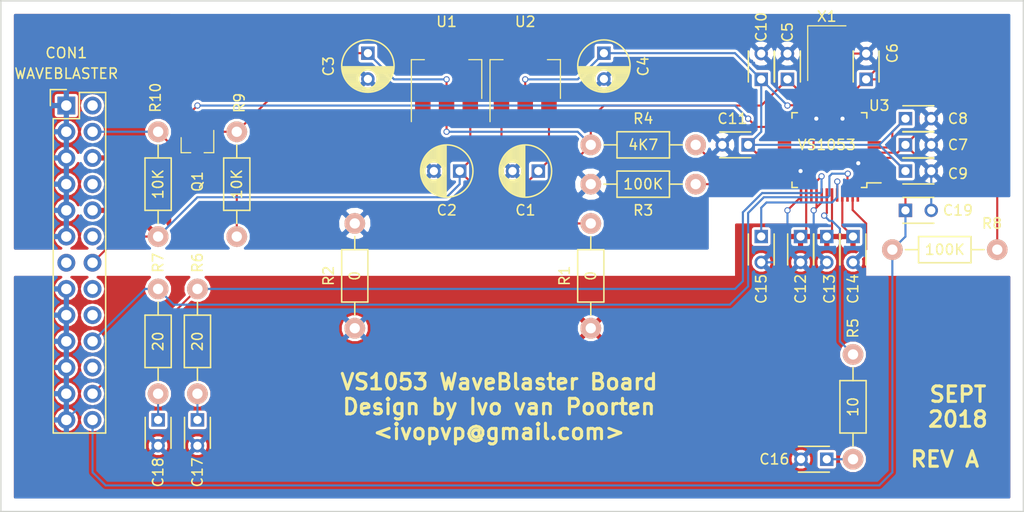
<source format=kicad_pcb>
(kicad_pcb (version 4) (host pcbnew 4.0.5+dfsg1-4)

  (general
    (links 108)
    (no_connects 0)
    (area 107.874999 90.094999 207.085001 139.775001)
    (thickness 1.6)
    (drawings 7)
    (tracks 243)
    (zones 0)
    (modules 35)
    (nets 38)
  )

  (page A4)
  (layers
    (0 F.Cu signal)
    (31 B.Cu signal)
    (32 B.Adhes user)
    (33 F.Adhes user)
    (34 B.Paste user)
    (35 F.Paste user)
    (36 B.SilkS user)
    (37 F.SilkS user)
    (38 B.Mask user)
    (39 F.Mask user)
    (40 Dwgs.User user)
    (41 Cmts.User user)
    (42 Eco1.User user)
    (43 Eco2.User user)
    (44 Edge.Cuts user)
    (45 Margin user)
    (46 B.CrtYd user)
    (47 F.CrtYd user)
    (48 B.Fab user)
    (49 F.Fab user)
  )

  (setup
    (last_trace_width 0.2032)
    (trace_clearance 0.2032)
    (zone_clearance 0.254)
    (zone_45_only no)
    (trace_min 0.2)
    (segment_width 0.2)
    (edge_width 0.15)
    (via_size 0.6)
    (via_drill 0.4)
    (via_min_size 0.4)
    (via_min_drill 0.3)
    (uvia_size 0.3)
    (uvia_drill 0.1)
    (uvias_allowed no)
    (uvia_min_size 0.2)
    (uvia_min_drill 0.1)
    (pcb_text_width 0.3)
    (pcb_text_size 1.5 1.5)
    (mod_edge_width 0.15)
    (mod_text_size 1 1)
    (mod_text_width 0.15)
    (pad_size 1.524 1.524)
    (pad_drill 0.762)
    (pad_to_mask_clearance 0.2)
    (aux_axis_origin 0 0)
    (visible_elements FFFFFF7F)
    (pcbplotparams
      (layerselection 0x010f0_80000001)
      (usegerberextensions false)
      (excludeedgelayer true)
      (linewidth 0.100000)
      (plotframeref false)
      (viasonmask false)
      (mode 1)
      (useauxorigin false)
      (hpglpennumber 1)
      (hpglpenspeed 20)
      (hpglpendiameter 15)
      (hpglpenoverlay 2)
      (psnegative false)
      (psa4output false)
      (plotreference true)
      (plotvalue true)
      (plotinvisibletext false)
      (padsonsilk false)
      (subtractmaskfromsilk false)
      (outputformat 1)
      (mirror false)
      (drillshape 0)
      (scaleselection 1)
      (outputdirectory gerbers/))
  )

  (net 0 "")
  (net 1 +5V)
  (net 2 GND)
  (net 3 +3V3)
  (net 4 +1V8)
  (net 5 VDDA)
  (net 6 GNDA)
  (net 7 "Net-(C15-Pad1)")
  (net 8 "Net-(C16-Pad1)")
  (net 9 "Net-(C17-Pad1)")
  (net 10 "Net-(C18-Pad1)")
  (net 11 ~RESET)
  (net 12 "Net-(CON1-Pad2)")
  (net 13 "Net-(CON1-Pad4)")
  (net 14 "Net-(CON1-Pad8)")
  (net 15 "Net-(CON1-Pad12)")
  (net 16 "Net-(CON1-Pad13)")
  (net 17 "Net-(CON1-Pad16)")
  (net 18 "Net-(CON1-Pad18)")
  (net 19 "Net-(CON1-Pad20)")
  (net 20 "Net-(CON1-Pad22)")
  (net 21 "Net-(CON1-Pad24)")
  (net 22 "Net-(Q1-Pad2)")
  (net 23 "Net-(R3-Pad2)")
  (net 24 "Net-(R4-Pad2)")
  (net 25 "Net-(R5-Pad2)")
  (net 26 "Net-(U3-Pad1)")
  (net 27 "Net-(U3-Pad2)")
  (net 28 "Net-(U3-Pad8)")
  (net 29 "Net-(U3-Pad15)")
  (net 30 "Net-(U3-Pad17)")
  (net 31 "Net-(U3-Pad18)")
  (net 32 "Net-(U3-Pad27)")
  (net 33 "Net-(U3-Pad28)")
  (net 34 "Net-(U3-Pad29)")
  (net 35 "Net-(U3-Pad30)")
  (net 36 "Net-(U3-Pad48)")
  (net 37 "Net-(X1-Pad1)")

  (net_class Default "This is the default net class."
    (clearance 0.2032)
    (trace_width 0.2032)
    (via_dia 0.6)
    (via_drill 0.4)
    (uvia_dia 0.3)
    (uvia_drill 0.1)
    (add_net +1V8)
    (add_net +3V3)
    (add_net +5V)
    (add_net GND)
    (add_net GNDA)
    (add_net "Net-(C15-Pad1)")
    (add_net "Net-(C16-Pad1)")
    (add_net "Net-(C17-Pad1)")
    (add_net "Net-(C18-Pad1)")
    (add_net "Net-(CON1-Pad12)")
    (add_net "Net-(CON1-Pad13)")
    (add_net "Net-(CON1-Pad16)")
    (add_net "Net-(CON1-Pad18)")
    (add_net "Net-(CON1-Pad2)")
    (add_net "Net-(CON1-Pad20)")
    (add_net "Net-(CON1-Pad22)")
    (add_net "Net-(CON1-Pad24)")
    (add_net "Net-(CON1-Pad4)")
    (add_net "Net-(CON1-Pad8)")
    (add_net "Net-(Q1-Pad2)")
    (add_net "Net-(R3-Pad2)")
    (add_net "Net-(R4-Pad2)")
    (add_net "Net-(R5-Pad2)")
    (add_net "Net-(U3-Pad1)")
    (add_net "Net-(U3-Pad15)")
    (add_net "Net-(U3-Pad17)")
    (add_net "Net-(U3-Pad18)")
    (add_net "Net-(U3-Pad2)")
    (add_net "Net-(U3-Pad27)")
    (add_net "Net-(U3-Pad28)")
    (add_net "Net-(U3-Pad29)")
    (add_net "Net-(U3-Pad30)")
    (add_net "Net-(U3-Pad48)")
    (add_net "Net-(U3-Pad8)")
    (add_net "Net-(X1-Pad1)")
    (add_net VDDA)
    (add_net ~RESET)
  )

  (module Housings_QFP:LQFP-48_7x7mm_Pitch0.5mm (layer F.Cu) (tedit 5BA50ABD) (tstamp 5BA26B00)
    (at 188.214 104.648 180)
    (descr "48 LEAD LQFP 7x7mm (see MICREL LQFP7x7-48LD-PL-1.pdf)")
    (tags "QFP 0.5")
    (path /5BA11E8F)
    (attr smd)
    (fp_text reference U3 (at -4.826 4.318 180) (layer F.SilkS)
      (effects (font (size 1 1) (thickness 0.15)))
    )
    (fp_text value VS1053 (at 0.254 0.508 180) (layer F.SilkS)
      (effects (font (size 1 1) (thickness 0.15)))
    )
    (fp_text user %R (at 0 -1.27 180) (layer F.Fab) hide
      (effects (font (size 1 1) (thickness 0.15)))
    )
    (fp_line (start -2.5 -3.5) (end 3.5 -3.5) (layer F.Fab) (width 0.15))
    (fp_line (start 3.5 -3.5) (end 3.5 3.5) (layer F.Fab) (width 0.15))
    (fp_line (start 3.5 3.5) (end -3.5 3.5) (layer F.Fab) (width 0.15))
    (fp_line (start -3.5 3.5) (end -3.5 -2.5) (layer F.Fab) (width 0.15))
    (fp_line (start -3.5 -2.5) (end -2.5 -3.5) (layer F.Fab) (width 0.15))
    (fp_line (start -5.25 -5.25) (end -5.25 5.25) (layer F.CrtYd) (width 0.05))
    (fp_line (start 5.25 -5.25) (end 5.25 5.25) (layer F.CrtYd) (width 0.05))
    (fp_line (start -5.25 -5.25) (end 5.25 -5.25) (layer F.CrtYd) (width 0.05))
    (fp_line (start -5.25 5.25) (end 5.25 5.25) (layer F.CrtYd) (width 0.05))
    (fp_line (start -3.625 -3.625) (end -3.625 -3.175) (layer F.SilkS) (width 0.15))
    (fp_line (start 3.625 -3.625) (end 3.625 -3.1) (layer F.SilkS) (width 0.15))
    (fp_line (start 3.625 3.625) (end 3.625 3.1) (layer F.SilkS) (width 0.15))
    (fp_line (start -3.625 3.625) (end -3.625 3.1) (layer F.SilkS) (width 0.15))
    (fp_line (start -3.625 -3.625) (end -3.1 -3.625) (layer F.SilkS) (width 0.15))
    (fp_line (start -3.625 3.625) (end -3.1 3.625) (layer F.SilkS) (width 0.15))
    (fp_line (start 3.625 3.625) (end 3.1 3.625) (layer F.SilkS) (width 0.15))
    (fp_line (start 3.625 -3.625) (end 3.1 -3.625) (layer F.SilkS) (width 0.15))
    (fp_line (start -3.625 -3.175) (end -5 -3.175) (layer F.SilkS) (width 0.15))
    (pad 1 smd rect (at -4.35 -2.75 180) (size 1.3 0.25) (layers F.Cu F.Paste F.Mask)
      (net 26 "Net-(U3-Pad1)"))
    (pad 2 smd rect (at -4.35 -2.25 180) (size 1.3 0.25) (layers F.Cu F.Paste F.Mask)
      (net 27 "Net-(U3-Pad2)"))
    (pad 3 smd rect (at -4.35 -1.75 180) (size 1.3 0.25) (layers F.Cu F.Paste F.Mask)
      (net 11 ~RESET))
    (pad 4 smd rect (at -4.35 -1.25 180) (size 1.3 0.25) (layers F.Cu F.Paste F.Mask)
      (net 2 GND))
    (pad 5 smd rect (at -4.35 -0.75 180) (size 1.3 0.25) (layers F.Cu F.Paste F.Mask)
      (net 4 +1V8))
    (pad 6 smd rect (at -4.35 -0.25 180) (size 1.3 0.25) (layers F.Cu F.Paste F.Mask)
      (net 3 +3V3))
    (pad 7 smd rect (at -4.35 0.25 180) (size 1.3 0.25) (layers F.Cu F.Paste F.Mask)
      (net 4 +1V8))
    (pad 8 smd rect (at -4.35 0.75 180) (size 1.3 0.25) (layers F.Cu F.Paste F.Mask)
      (net 28 "Net-(U3-Pad8)"))
    (pad 9 smd rect (at -4.35 1.25 180) (size 1.3 0.25) (layers F.Cu F.Paste F.Mask)
      (net 23 "Net-(R3-Pad2)"))
    (pad 10 smd rect (at -4.35 1.75 180) (size 1.3 0.25) (layers F.Cu F.Paste F.Mask)
      (net 23 "Net-(R3-Pad2)"))
    (pad 11 smd rect (at -4.35 2.25 180) (size 1.3 0.25) (layers F.Cu F.Paste F.Mask)
      (net 23 "Net-(R3-Pad2)"))
    (pad 12 smd rect (at -4.35 2.75 180) (size 1.3 0.25) (layers F.Cu F.Paste F.Mask)
      (net 23 "Net-(R3-Pad2)"))
    (pad 13 smd rect (at -2.75 4.35 270) (size 1.3 0.25) (layers F.Cu F.Paste F.Mask)
      (net 23 "Net-(R3-Pad2)"))
    (pad 14 smd rect (at -2.25 4.35 270) (size 1.3 0.25) (layers F.Cu F.Paste F.Mask)
      (net 3 +3V3))
    (pad 15 smd rect (at -1.75 4.35 270) (size 1.3 0.25) (layers F.Cu F.Paste F.Mask)
      (net 29 "Net-(U3-Pad15)"))
    (pad 16 smd rect (at -1.25 4.35 270) (size 1.3 0.25) (layers F.Cu F.Paste F.Mask)
      (net 2 GND))
    (pad 17 smd rect (at -0.75 4.35 270) (size 1.3 0.25) (layers F.Cu F.Paste F.Mask)
      (net 30 "Net-(U3-Pad17)"))
    (pad 18 smd rect (at -0.25 4.35 270) (size 1.3 0.25) (layers F.Cu F.Paste F.Mask)
      (net 31 "Net-(U3-Pad18)"))
    (pad 19 smd rect (at 0.25 4.35 270) (size 1.3 0.25) (layers F.Cu F.Paste F.Mask)
      (net 3 +3V3))
    (pad 20 smd rect (at 0.75 4.35 270) (size 1.3 0.25) (layers F.Cu F.Paste F.Mask)
      (net 2 GND))
    (pad 21 smd rect (at 1.25 4.35 270) (size 1.3 0.25) (layers F.Cu F.Paste F.Mask)
      (net 2 GND))
    (pad 22 smd rect (at 1.75 4.35 270) (size 1.3 0.25) (layers F.Cu F.Paste F.Mask)
      (net 2 GND))
    (pad 23 smd rect (at 2.25 4.35 270) (size 1.3 0.25) (layers F.Cu F.Paste F.Mask)
      (net 23 "Net-(R3-Pad2)"))
    (pad 24 smd rect (at 2.75 4.35 270) (size 1.3 0.25) (layers F.Cu F.Paste F.Mask)
      (net 4 +1V8))
    (pad 25 smd rect (at 4.35 2.75 180) (size 1.3 0.25) (layers F.Cu F.Paste F.Mask)
      (net 23 "Net-(R3-Pad2)"))
    (pad 26 smd rect (at 4.35 2.25 180) (size 1.3 0.25) (layers F.Cu F.Paste F.Mask)
      (net 22 "Net-(Q1-Pad2)"))
    (pad 27 smd rect (at 4.35 1.75 180) (size 1.3 0.25) (layers F.Cu F.Paste F.Mask)
      (net 32 "Net-(U3-Pad27)"))
    (pad 28 smd rect (at 4.35 1.25 180) (size 1.3 0.25) (layers F.Cu F.Paste F.Mask)
      (net 33 "Net-(U3-Pad28)"))
    (pad 29 smd rect (at 4.35 0.75 180) (size 1.3 0.25) (layers F.Cu F.Paste F.Mask)
      (net 34 "Net-(U3-Pad29)"))
    (pad 30 smd rect (at 4.35 0.25 180) (size 1.3 0.25) (layers F.Cu F.Paste F.Mask)
      (net 35 "Net-(U3-Pad30)"))
    (pad 31 smd rect (at 4.35 -0.25 180) (size 1.3 0.25) (layers F.Cu F.Paste F.Mask)
      (net 4 +1V8))
    (pad 32 smd rect (at 4.35 -0.75 180) (size 1.3 0.25) (layers F.Cu F.Paste F.Mask)
      (net 23 "Net-(R3-Pad2)"))
    (pad 33 smd rect (at 4.35 -1.25 180) (size 1.3 0.25) (layers F.Cu F.Paste F.Mask)
      (net 23 "Net-(R3-Pad2)"))
    (pad 34 smd rect (at 4.35 -1.75 180) (size 1.3 0.25) (layers F.Cu F.Paste F.Mask)
      (net 24 "Net-(R4-Pad2)"))
    (pad 35 smd rect (at 4.35 -2.25 180) (size 1.3 0.25) (layers F.Cu F.Paste F.Mask)
      (net 2 GND))
    (pad 36 smd rect (at 4.35 -2.75 180) (size 1.3 0.25) (layers F.Cu F.Paste F.Mask)
      (net 23 "Net-(R3-Pad2)"))
    (pad 37 smd rect (at 2.75 -4.35 270) (size 1.3 0.25) (layers F.Cu F.Paste F.Mask)
      (net 6 GNDA))
    (pad 38 smd rect (at 2.25 -4.35 270) (size 1.3 0.25) (layers F.Cu F.Paste F.Mask)
      (net 5 VDDA))
    (pad 39 smd rect (at 1.75 -4.35 270) (size 1.3 0.25) (layers F.Cu F.Paste F.Mask)
      (net 21 "Net-(CON1-Pad24)"))
    (pad 40 smd rect (at 1.25 -4.35 270) (size 1.3 0.25) (layers F.Cu F.Paste F.Mask)
      (net 6 GNDA))
    (pad 41 smd rect (at 0.75 -4.35 270) (size 1.3 0.25) (layers F.Cu F.Paste F.Mask)
      (net 6 GNDA))
    (pad 42 smd rect (at 0.25 -4.35 270) (size 1.3 0.25) (layers F.Cu F.Paste F.Mask)
      (net 25 "Net-(R5-Pad2)"))
    (pad 43 smd rect (at -0.25 -4.35 270) (size 1.3 0.25) (layers F.Cu F.Paste F.Mask)
      (net 5 VDDA))
    (pad 44 smd rect (at -0.75 -4.35 270) (size 1.3 0.25) (layers F.Cu F.Paste F.Mask)
      (net 7 "Net-(C15-Pad1)"))
    (pad 45 smd rect (at -1.25 -4.35 270) (size 1.3 0.25) (layers F.Cu F.Paste F.Mask)
      (net 5 VDDA))
    (pad 46 smd rect (at -1.75 -4.35 270) (size 1.3 0.25) (layers F.Cu F.Paste F.Mask)
      (net 19 "Net-(CON1-Pad20)"))
    (pad 47 smd rect (at -2.25 -4.35 270) (size 1.3 0.25) (layers F.Cu F.Paste F.Mask)
      (net 6 GNDA))
    (pad 48 smd rect (at -2.75 -4.35 270) (size 1.3 0.25) (layers F.Cu F.Paste F.Mask)
      (net 36 "Net-(U3-Pad48)"))
    (model Housings_QFP.3dshapes/LQFP-48_7x7mm_Pitch0.5mm.wrl
      (at (xyz 0 0 0))
      (scale (xyz 1 1 1))
      (rotate (xyz 0 0 0))
    )
  )

  (module Capacitors_ThroughHole:C_Disc_D3_P2.5 (layer F.Cu) (tedit 5BA28D22) (tstamp 5BA26A43)
    (at 181.61 113.03 270)
    (descr "Capacitor 3mm Disc, Pitch 2.5mm")
    (tags Capacitor)
    (path /5BA1C3FF)
    (fp_text reference C15 (at 5.08 0 270) (layer F.SilkS)
      (effects (font (size 1 1) (thickness 0.15)))
    )
    (fp_text value 1u (at 1.25 2.5 270) (layer F.Fab) hide
      (effects (font (size 1 1) (thickness 0.15)))
    )
    (fp_line (start -0.9 -1.5) (end 3.4 -1.5) (layer F.CrtYd) (width 0.05))
    (fp_line (start 3.4 -1.5) (end 3.4 1.5) (layer F.CrtYd) (width 0.05))
    (fp_line (start 3.4 1.5) (end -0.9 1.5) (layer F.CrtYd) (width 0.05))
    (fp_line (start -0.9 1.5) (end -0.9 -1.5) (layer F.CrtYd) (width 0.05))
    (fp_line (start -0.25 -1.25) (end 2.75 -1.25) (layer F.SilkS) (width 0.15))
    (fp_line (start 2.75 1.25) (end -0.25 1.25) (layer F.SilkS) (width 0.15))
    (pad 1 thru_hole rect (at 0 0 270) (size 1.3 1.3) (drill 0.8) (layers *.Cu *.Mask)
      (net 7 "Net-(C15-Pad1)"))
    (pad 2 thru_hole circle (at 2.5 0 270) (size 1.3 1.3) (drill 0.8001) (layers *.Cu *.Mask)
      (net 6 GNDA))
    (model Capacitors_ThroughHole.3dshapes/C_Disc_D3_P2.5.wrl
      (at (xyz 0.0492126 0 0))
      (scale (xyz 1 1 1))
      (rotate (xyz 0 0 0))
    )
  )

  (module Pin_Headers:Pin_Header_Straight_2x13 (layer F.Cu) (tedit 5BA28818) (tstamp 5BA26A79)
    (at 114.3 100.33)
    (descr "Through hole pin header")
    (tags "pin header")
    (path /5BA1EF9A)
    (fp_text reference CON1 (at 0 -5.1) (layer F.SilkS)
      (effects (font (size 1 1) (thickness 0.15)))
    )
    (fp_text value WAVEBLASTER (at 0 -3.1) (layer F.SilkS)
      (effects (font (size 1 1) (thickness 0.15)))
    )
    (fp_line (start -1.75 -1.75) (end -1.75 32.25) (layer F.CrtYd) (width 0.05))
    (fp_line (start 4.3 -1.75) (end 4.3 32.25) (layer F.CrtYd) (width 0.05))
    (fp_line (start -1.75 -1.75) (end 4.3 -1.75) (layer F.CrtYd) (width 0.05))
    (fp_line (start -1.75 32.25) (end 4.3 32.25) (layer F.CrtYd) (width 0.05))
    (fp_line (start 3.81 -1.27) (end 3.81 31.75) (layer F.SilkS) (width 0.15))
    (fp_line (start -1.27 1.27) (end -1.27 31.75) (layer F.SilkS) (width 0.15))
    (fp_line (start 3.81 31.75) (end -1.27 31.75) (layer F.SilkS) (width 0.15))
    (fp_line (start 3.81 -1.27) (end 1.27 -1.27) (layer F.SilkS) (width 0.15))
    (fp_line (start 0 -1.55) (end -1.55 -1.55) (layer F.SilkS) (width 0.15))
    (fp_line (start 1.27 -1.27) (end 1.27 1.27) (layer F.SilkS) (width 0.15))
    (fp_line (start 1.27 1.27) (end -1.27 1.27) (layer F.SilkS) (width 0.15))
    (fp_line (start -1.55 -1.55) (end -1.55 0) (layer F.SilkS) (width 0.15))
    (pad 1 thru_hole rect (at 0 0) (size 1.7272 1.7272) (drill 1.016) (layers *.Cu *.Mask)
      (net 2 GND))
    (pad 2 thru_hole oval (at 2.54 0) (size 1.7272 1.7272) (drill 1.016) (layers *.Cu *.Mask)
      (net 12 "Net-(CON1-Pad2)"))
    (pad 3 thru_hole oval (at 0 2.54) (size 1.7272 1.7272) (drill 1.016) (layers *.Cu *.Mask)
      (net 2 GND))
    (pad 4 thru_hole oval (at 2.54 2.54) (size 1.7272 1.7272) (drill 1.016) (layers *.Cu *.Mask)
      (net 13 "Net-(CON1-Pad4)"))
    (pad 5 thru_hole oval (at 0 5.08) (size 1.7272 1.7272) (drill 1.016) (layers *.Cu *.Mask)
      (net 2 GND))
    (pad 6 thru_hole oval (at 2.54 5.08) (size 1.7272 1.7272) (drill 1.016) (layers *.Cu *.Mask)
      (net 1 +5V))
    (pad 7 thru_hole oval (at 0 7.62) (size 1.7272 1.7272) (drill 1.016) (layers *.Cu *.Mask)
      (net 2 GND))
    (pad 8 thru_hole oval (at 2.54 7.62) (size 1.7272 1.7272) (drill 1.016) (layers *.Cu *.Mask)
      (net 14 "Net-(CON1-Pad8)"))
    (pad 9 thru_hole oval (at 0 10.16) (size 1.7272 1.7272) (drill 1.016) (layers *.Cu *.Mask)
      (net 2 GND))
    (pad 10 thru_hole oval (at 2.54 10.16) (size 1.7272 1.7272) (drill 1.016) (layers *.Cu *.Mask)
      (net 1 +5V))
    (pad 11 thru_hole oval (at 0 12.7) (size 1.7272 1.7272) (drill 1.016) (layers *.Cu *.Mask)
      (net 2 GND))
    (pad 12 thru_hole oval (at 2.54 12.7) (size 1.7272 1.7272) (drill 1.016) (layers *.Cu *.Mask)
      (net 15 "Net-(CON1-Pad12)"))
    (pad 13 thru_hole oval (at 0 15.24) (size 1.7272 1.7272) (drill 1.016) (layers *.Cu *.Mask)
      (net 16 "Net-(CON1-Pad13)"))
    (pad 14 thru_hole oval (at 2.54 15.24) (size 1.7272 1.7272) (drill 1.016) (layers *.Cu *.Mask)
      (net 1 +5V))
    (pad 15 thru_hole oval (at 0 17.78) (size 1.7272 1.7272) (drill 1.016) (layers *.Cu *.Mask)
      (net 6 GNDA))
    (pad 16 thru_hole oval (at 2.54 17.78) (size 1.7272 1.7272) (drill 1.016) (layers *.Cu *.Mask)
      (net 17 "Net-(CON1-Pad16)"))
    (pad 17 thru_hole oval (at 0 20.32) (size 1.7272 1.7272) (drill 1.016) (layers *.Cu *.Mask)
      (net 6 GNDA))
    (pad 18 thru_hole oval (at 2.54 20.32) (size 1.7272 1.7272) (drill 1.016) (layers *.Cu *.Mask)
      (net 18 "Net-(CON1-Pad18)"))
    (pad 19 thru_hole oval (at 0 22.86) (size 1.7272 1.7272) (drill 1.016) (layers *.Cu *.Mask)
      (net 6 GNDA))
    (pad 20 thru_hole oval (at 2.54 22.86) (size 1.7272 1.7272) (drill 1.016) (layers *.Cu *.Mask)
      (net 19 "Net-(CON1-Pad20)"))
    (pad 21 thru_hole oval (at 0 25.4) (size 1.7272 1.7272) (drill 1.016) (layers *.Cu *.Mask)
      (net 6 GNDA))
    (pad 22 thru_hole oval (at 2.54 25.4) (size 1.7272 1.7272) (drill 1.016) (layers *.Cu *.Mask)
      (net 20 "Net-(CON1-Pad22)"))
    (pad 23 thru_hole oval (at 0 27.94) (size 1.7272 1.7272) (drill 1.016) (layers *.Cu *.Mask)
      (net 6 GNDA))
    (pad 24 thru_hole oval (at 2.54 27.94) (size 1.7272 1.7272) (drill 1.016) (layers *.Cu *.Mask)
      (net 21 "Net-(CON1-Pad24)"))
    (pad 25 thru_hole oval (at 0 30.48) (size 1.7272 1.7272) (drill 1.016) (layers *.Cu *.Mask)
      (net 6 GNDA))
    (pad 26 thru_hole oval (at 2.54 30.48) (size 1.7272 1.7272) (drill 1.016) (layers *.Cu *.Mask)
      (net 11 ~RESET))
    (model Pin_Headers.3dshapes/Pin_Header_Straight_2x13.wrl
      (at (xyz 0.05 -0.6 0))
      (scale (xyz 1 1 1))
      (rotate (xyz 0 0 90))
    )
  )

  (module Capacitors_ThroughHole:C_Radial_D5_L6_P2.5 (layer F.Cu) (tedit 5BA28719) (tstamp 5BA269EF)
    (at 160.02 106.68 180)
    (descr "Radial Electrolytic Capacitor Diameter 5mm x Length 6mm, Pitch 2.5mm")
    (tags "Electrolytic Capacitor")
    (path /5BA12386)
    (fp_text reference C1 (at 1.25 -3.8 180) (layer F.SilkS)
      (effects (font (size 1 1) (thickness 0.15)))
    )
    (fp_text value 10u (at 1.25 3.8 180) (layer F.Fab) hide
      (effects (font (size 1 1) (thickness 0.15)))
    )
    (fp_line (start 1.325 -2.499) (end 1.325 2.499) (layer F.SilkS) (width 0.15))
    (fp_line (start 1.465 -2.491) (end 1.465 2.491) (layer F.SilkS) (width 0.15))
    (fp_line (start 1.605 -2.475) (end 1.605 -0.095) (layer F.SilkS) (width 0.15))
    (fp_line (start 1.605 0.095) (end 1.605 2.475) (layer F.SilkS) (width 0.15))
    (fp_line (start 1.745 -2.451) (end 1.745 -0.49) (layer F.SilkS) (width 0.15))
    (fp_line (start 1.745 0.49) (end 1.745 2.451) (layer F.SilkS) (width 0.15))
    (fp_line (start 1.885 -2.418) (end 1.885 -0.657) (layer F.SilkS) (width 0.15))
    (fp_line (start 1.885 0.657) (end 1.885 2.418) (layer F.SilkS) (width 0.15))
    (fp_line (start 2.025 -2.377) (end 2.025 -0.764) (layer F.SilkS) (width 0.15))
    (fp_line (start 2.025 0.764) (end 2.025 2.377) (layer F.SilkS) (width 0.15))
    (fp_line (start 2.165 -2.327) (end 2.165 -0.835) (layer F.SilkS) (width 0.15))
    (fp_line (start 2.165 0.835) (end 2.165 2.327) (layer F.SilkS) (width 0.15))
    (fp_line (start 2.305 -2.266) (end 2.305 -0.879) (layer F.SilkS) (width 0.15))
    (fp_line (start 2.305 0.879) (end 2.305 2.266) (layer F.SilkS) (width 0.15))
    (fp_line (start 2.445 -2.196) (end 2.445 -0.898) (layer F.SilkS) (width 0.15))
    (fp_line (start 2.445 0.898) (end 2.445 2.196) (layer F.SilkS) (width 0.15))
    (fp_line (start 2.585 -2.114) (end 2.585 -0.896) (layer F.SilkS) (width 0.15))
    (fp_line (start 2.585 0.896) (end 2.585 2.114) (layer F.SilkS) (width 0.15))
    (fp_line (start 2.725 -2.019) (end 2.725 -0.871) (layer F.SilkS) (width 0.15))
    (fp_line (start 2.725 0.871) (end 2.725 2.019) (layer F.SilkS) (width 0.15))
    (fp_line (start 2.865 -1.908) (end 2.865 -0.823) (layer F.SilkS) (width 0.15))
    (fp_line (start 2.865 0.823) (end 2.865 1.908) (layer F.SilkS) (width 0.15))
    (fp_line (start 3.005 -1.78) (end 3.005 -0.745) (layer F.SilkS) (width 0.15))
    (fp_line (start 3.005 0.745) (end 3.005 1.78) (layer F.SilkS) (width 0.15))
    (fp_line (start 3.145 -1.631) (end 3.145 -0.628) (layer F.SilkS) (width 0.15))
    (fp_line (start 3.145 0.628) (end 3.145 1.631) (layer F.SilkS) (width 0.15))
    (fp_line (start 3.285 -1.452) (end 3.285 -0.44) (layer F.SilkS) (width 0.15))
    (fp_line (start 3.285 0.44) (end 3.285 1.452) (layer F.SilkS) (width 0.15))
    (fp_line (start 3.425 -1.233) (end 3.425 1.233) (layer F.SilkS) (width 0.15))
    (fp_line (start 3.565 -0.944) (end 3.565 0.944) (layer F.SilkS) (width 0.15))
    (fp_line (start 3.705 -0.472) (end 3.705 0.472) (layer F.SilkS) (width 0.15))
    (fp_circle (center 2.5 0) (end 2.5 -0.9) (layer F.SilkS) (width 0.15))
    (fp_circle (center 1.25 0) (end 1.25 -2.5375) (layer F.SilkS) (width 0.15))
    (fp_circle (center 1.25 0) (end 1.25 -2.8) (layer F.CrtYd) (width 0.05))
    (pad 1 thru_hole rect (at 0 0 180) (size 1.3 1.3) (drill 0.8) (layers *.Cu *.Mask)
      (net 1 +5V))
    (pad 2 thru_hole circle (at 2.5 0 180) (size 1.3 1.3) (drill 0.8) (layers *.Cu *.Mask)
      (net 2 GND))
    (model Capacitors_ThroughHole.3dshapes/C_Radial_D5_L6_P2.5.wrl
      (at (xyz 0.0492126 0 0))
      (scale (xyz 1 1 1))
      (rotate (xyz 0 0 90))
    )
  )

  (module Capacitors_ThroughHole:C_Radial_D5_L6_P2.5 (layer F.Cu) (tedit 5BA2871C) (tstamp 5BA269F5)
    (at 152.4 106.68 180)
    (descr "Radial Electrolytic Capacitor Diameter 5mm x Length 6mm, Pitch 2.5mm")
    (tags "Electrolytic Capacitor")
    (path /5BA123E7)
    (fp_text reference C2 (at 1.25 -3.8 180) (layer F.SilkS)
      (effects (font (size 1 1) (thickness 0.15)))
    )
    (fp_text value 10u (at 1.25 3.8 180) (layer F.Fab) hide
      (effects (font (size 1 1) (thickness 0.15)))
    )
    (fp_line (start 1.325 -2.499) (end 1.325 2.499) (layer F.SilkS) (width 0.15))
    (fp_line (start 1.465 -2.491) (end 1.465 2.491) (layer F.SilkS) (width 0.15))
    (fp_line (start 1.605 -2.475) (end 1.605 -0.095) (layer F.SilkS) (width 0.15))
    (fp_line (start 1.605 0.095) (end 1.605 2.475) (layer F.SilkS) (width 0.15))
    (fp_line (start 1.745 -2.451) (end 1.745 -0.49) (layer F.SilkS) (width 0.15))
    (fp_line (start 1.745 0.49) (end 1.745 2.451) (layer F.SilkS) (width 0.15))
    (fp_line (start 1.885 -2.418) (end 1.885 -0.657) (layer F.SilkS) (width 0.15))
    (fp_line (start 1.885 0.657) (end 1.885 2.418) (layer F.SilkS) (width 0.15))
    (fp_line (start 2.025 -2.377) (end 2.025 -0.764) (layer F.SilkS) (width 0.15))
    (fp_line (start 2.025 0.764) (end 2.025 2.377) (layer F.SilkS) (width 0.15))
    (fp_line (start 2.165 -2.327) (end 2.165 -0.835) (layer F.SilkS) (width 0.15))
    (fp_line (start 2.165 0.835) (end 2.165 2.327) (layer F.SilkS) (width 0.15))
    (fp_line (start 2.305 -2.266) (end 2.305 -0.879) (layer F.SilkS) (width 0.15))
    (fp_line (start 2.305 0.879) (end 2.305 2.266) (layer F.SilkS) (width 0.15))
    (fp_line (start 2.445 -2.196) (end 2.445 -0.898) (layer F.SilkS) (width 0.15))
    (fp_line (start 2.445 0.898) (end 2.445 2.196) (layer F.SilkS) (width 0.15))
    (fp_line (start 2.585 -2.114) (end 2.585 -0.896) (layer F.SilkS) (width 0.15))
    (fp_line (start 2.585 0.896) (end 2.585 2.114) (layer F.SilkS) (width 0.15))
    (fp_line (start 2.725 -2.019) (end 2.725 -0.871) (layer F.SilkS) (width 0.15))
    (fp_line (start 2.725 0.871) (end 2.725 2.019) (layer F.SilkS) (width 0.15))
    (fp_line (start 2.865 -1.908) (end 2.865 -0.823) (layer F.SilkS) (width 0.15))
    (fp_line (start 2.865 0.823) (end 2.865 1.908) (layer F.SilkS) (width 0.15))
    (fp_line (start 3.005 -1.78) (end 3.005 -0.745) (layer F.SilkS) (width 0.15))
    (fp_line (start 3.005 0.745) (end 3.005 1.78) (layer F.SilkS) (width 0.15))
    (fp_line (start 3.145 -1.631) (end 3.145 -0.628) (layer F.SilkS) (width 0.15))
    (fp_line (start 3.145 0.628) (end 3.145 1.631) (layer F.SilkS) (width 0.15))
    (fp_line (start 3.285 -1.452) (end 3.285 -0.44) (layer F.SilkS) (width 0.15))
    (fp_line (start 3.285 0.44) (end 3.285 1.452) (layer F.SilkS) (width 0.15))
    (fp_line (start 3.425 -1.233) (end 3.425 1.233) (layer F.SilkS) (width 0.15))
    (fp_line (start 3.565 -0.944) (end 3.565 0.944) (layer F.SilkS) (width 0.15))
    (fp_line (start 3.705 -0.472) (end 3.705 0.472) (layer F.SilkS) (width 0.15))
    (fp_circle (center 2.5 0) (end 2.5 -0.9) (layer F.SilkS) (width 0.15))
    (fp_circle (center 1.25 0) (end 1.25 -2.5375) (layer F.SilkS) (width 0.15))
    (fp_circle (center 1.25 0) (end 1.25 -2.8) (layer F.CrtYd) (width 0.05))
    (pad 1 thru_hole rect (at 0 0 180) (size 1.3 1.3) (drill 0.8) (layers *.Cu *.Mask)
      (net 1 +5V))
    (pad 2 thru_hole circle (at 2.5 0 180) (size 1.3 1.3) (drill 0.8) (layers *.Cu *.Mask)
      (net 2 GND))
    (model Capacitors_ThroughHole.3dshapes/C_Radial_D5_L6_P2.5.wrl
      (at (xyz 0.0492126 0 0))
      (scale (xyz 1 1 1))
      (rotate (xyz 0 0 90))
    )
  )

  (module Capacitors_ThroughHole:C_Radial_D5_L6_P2.5 (layer F.Cu) (tedit 5BA28E61) (tstamp 5BA269FB)
    (at 143.51 95.25 270)
    (descr "Radial Electrolytic Capacitor Diameter 5mm x Length 6mm, Pitch 2.5mm")
    (tags "Electrolytic Capacitor")
    (path /5BA12CAC)
    (fp_text reference C3 (at 1.27 3.81 270) (layer F.SilkS)
      (effects (font (size 1 1) (thickness 0.15)))
    )
    (fp_text value 10u (at 1.25 3.8 270) (layer F.Fab) hide
      (effects (font (size 1 1) (thickness 0.15)))
    )
    (fp_line (start 1.325 -2.499) (end 1.325 2.499) (layer F.SilkS) (width 0.15))
    (fp_line (start 1.465 -2.491) (end 1.465 2.491) (layer F.SilkS) (width 0.15))
    (fp_line (start 1.605 -2.475) (end 1.605 -0.095) (layer F.SilkS) (width 0.15))
    (fp_line (start 1.605 0.095) (end 1.605 2.475) (layer F.SilkS) (width 0.15))
    (fp_line (start 1.745 -2.451) (end 1.745 -0.49) (layer F.SilkS) (width 0.15))
    (fp_line (start 1.745 0.49) (end 1.745 2.451) (layer F.SilkS) (width 0.15))
    (fp_line (start 1.885 -2.418) (end 1.885 -0.657) (layer F.SilkS) (width 0.15))
    (fp_line (start 1.885 0.657) (end 1.885 2.418) (layer F.SilkS) (width 0.15))
    (fp_line (start 2.025 -2.377) (end 2.025 -0.764) (layer F.SilkS) (width 0.15))
    (fp_line (start 2.025 0.764) (end 2.025 2.377) (layer F.SilkS) (width 0.15))
    (fp_line (start 2.165 -2.327) (end 2.165 -0.835) (layer F.SilkS) (width 0.15))
    (fp_line (start 2.165 0.835) (end 2.165 2.327) (layer F.SilkS) (width 0.15))
    (fp_line (start 2.305 -2.266) (end 2.305 -0.879) (layer F.SilkS) (width 0.15))
    (fp_line (start 2.305 0.879) (end 2.305 2.266) (layer F.SilkS) (width 0.15))
    (fp_line (start 2.445 -2.196) (end 2.445 -0.898) (layer F.SilkS) (width 0.15))
    (fp_line (start 2.445 0.898) (end 2.445 2.196) (layer F.SilkS) (width 0.15))
    (fp_line (start 2.585 -2.114) (end 2.585 -0.896) (layer F.SilkS) (width 0.15))
    (fp_line (start 2.585 0.896) (end 2.585 2.114) (layer F.SilkS) (width 0.15))
    (fp_line (start 2.725 -2.019) (end 2.725 -0.871) (layer F.SilkS) (width 0.15))
    (fp_line (start 2.725 0.871) (end 2.725 2.019) (layer F.SilkS) (width 0.15))
    (fp_line (start 2.865 -1.908) (end 2.865 -0.823) (layer F.SilkS) (width 0.15))
    (fp_line (start 2.865 0.823) (end 2.865 1.908) (layer F.SilkS) (width 0.15))
    (fp_line (start 3.005 -1.78) (end 3.005 -0.745) (layer F.SilkS) (width 0.15))
    (fp_line (start 3.005 0.745) (end 3.005 1.78) (layer F.SilkS) (width 0.15))
    (fp_line (start 3.145 -1.631) (end 3.145 -0.628) (layer F.SilkS) (width 0.15))
    (fp_line (start 3.145 0.628) (end 3.145 1.631) (layer F.SilkS) (width 0.15))
    (fp_line (start 3.285 -1.452) (end 3.285 -0.44) (layer F.SilkS) (width 0.15))
    (fp_line (start 3.285 0.44) (end 3.285 1.452) (layer F.SilkS) (width 0.15))
    (fp_line (start 3.425 -1.233) (end 3.425 1.233) (layer F.SilkS) (width 0.15))
    (fp_line (start 3.565 -0.944) (end 3.565 0.944) (layer F.SilkS) (width 0.15))
    (fp_line (start 3.705 -0.472) (end 3.705 0.472) (layer F.SilkS) (width 0.15))
    (fp_circle (center 2.5 0) (end 2.5 -0.9) (layer F.SilkS) (width 0.15))
    (fp_circle (center 1.25 0) (end 1.25 -2.5375) (layer F.SilkS) (width 0.15))
    (fp_circle (center 1.25 0) (end 1.25 -2.8) (layer F.CrtYd) (width 0.05))
    (pad 1 thru_hole rect (at 0 0 270) (size 1.3 1.3) (drill 0.8) (layers *.Cu *.Mask)
      (net 3 +3V3))
    (pad 2 thru_hole circle (at 2.5 0 270) (size 1.3 1.3) (drill 0.8) (layers *.Cu *.Mask)
      (net 2 GND))
    (model Capacitors_ThroughHole.3dshapes/C_Radial_D5_L6_P2.5.wrl
      (at (xyz 0.0492126 0 0))
      (scale (xyz 1 1 1))
      (rotate (xyz 0 0 90))
    )
  )

  (module Capacitors_ThroughHole:C_Radial_D5_L6_P2.5 (layer F.Cu) (tedit 5BA28E66) (tstamp 5BA26A01)
    (at 166.37 95.25 270)
    (descr "Radial Electrolytic Capacitor Diameter 5mm x Length 6mm, Pitch 2.5mm")
    (tags "Electrolytic Capacitor")
    (path /5BA12E84)
    (fp_text reference C4 (at 1.27 -3.81 270) (layer F.SilkS)
      (effects (font (size 1 1) (thickness 0.15)))
    )
    (fp_text value 10u (at 1.25 3.8 270) (layer F.Fab) hide
      (effects (font (size 1 1) (thickness 0.15)))
    )
    (fp_line (start 1.325 -2.499) (end 1.325 2.499) (layer F.SilkS) (width 0.15))
    (fp_line (start 1.465 -2.491) (end 1.465 2.491) (layer F.SilkS) (width 0.15))
    (fp_line (start 1.605 -2.475) (end 1.605 -0.095) (layer F.SilkS) (width 0.15))
    (fp_line (start 1.605 0.095) (end 1.605 2.475) (layer F.SilkS) (width 0.15))
    (fp_line (start 1.745 -2.451) (end 1.745 -0.49) (layer F.SilkS) (width 0.15))
    (fp_line (start 1.745 0.49) (end 1.745 2.451) (layer F.SilkS) (width 0.15))
    (fp_line (start 1.885 -2.418) (end 1.885 -0.657) (layer F.SilkS) (width 0.15))
    (fp_line (start 1.885 0.657) (end 1.885 2.418) (layer F.SilkS) (width 0.15))
    (fp_line (start 2.025 -2.377) (end 2.025 -0.764) (layer F.SilkS) (width 0.15))
    (fp_line (start 2.025 0.764) (end 2.025 2.377) (layer F.SilkS) (width 0.15))
    (fp_line (start 2.165 -2.327) (end 2.165 -0.835) (layer F.SilkS) (width 0.15))
    (fp_line (start 2.165 0.835) (end 2.165 2.327) (layer F.SilkS) (width 0.15))
    (fp_line (start 2.305 -2.266) (end 2.305 -0.879) (layer F.SilkS) (width 0.15))
    (fp_line (start 2.305 0.879) (end 2.305 2.266) (layer F.SilkS) (width 0.15))
    (fp_line (start 2.445 -2.196) (end 2.445 -0.898) (layer F.SilkS) (width 0.15))
    (fp_line (start 2.445 0.898) (end 2.445 2.196) (layer F.SilkS) (width 0.15))
    (fp_line (start 2.585 -2.114) (end 2.585 -0.896) (layer F.SilkS) (width 0.15))
    (fp_line (start 2.585 0.896) (end 2.585 2.114) (layer F.SilkS) (width 0.15))
    (fp_line (start 2.725 -2.019) (end 2.725 -0.871) (layer F.SilkS) (width 0.15))
    (fp_line (start 2.725 0.871) (end 2.725 2.019) (layer F.SilkS) (width 0.15))
    (fp_line (start 2.865 -1.908) (end 2.865 -0.823) (layer F.SilkS) (width 0.15))
    (fp_line (start 2.865 0.823) (end 2.865 1.908) (layer F.SilkS) (width 0.15))
    (fp_line (start 3.005 -1.78) (end 3.005 -0.745) (layer F.SilkS) (width 0.15))
    (fp_line (start 3.005 0.745) (end 3.005 1.78) (layer F.SilkS) (width 0.15))
    (fp_line (start 3.145 -1.631) (end 3.145 -0.628) (layer F.SilkS) (width 0.15))
    (fp_line (start 3.145 0.628) (end 3.145 1.631) (layer F.SilkS) (width 0.15))
    (fp_line (start 3.285 -1.452) (end 3.285 -0.44) (layer F.SilkS) (width 0.15))
    (fp_line (start 3.285 0.44) (end 3.285 1.452) (layer F.SilkS) (width 0.15))
    (fp_line (start 3.425 -1.233) (end 3.425 1.233) (layer F.SilkS) (width 0.15))
    (fp_line (start 3.565 -0.944) (end 3.565 0.944) (layer F.SilkS) (width 0.15))
    (fp_line (start 3.705 -0.472) (end 3.705 0.472) (layer F.SilkS) (width 0.15))
    (fp_circle (center 2.5 0) (end 2.5 -0.9) (layer F.SilkS) (width 0.15))
    (fp_circle (center 1.25 0) (end 1.25 -2.5375) (layer F.SilkS) (width 0.15))
    (fp_circle (center 1.25 0) (end 1.25 -2.8) (layer F.CrtYd) (width 0.05))
    (pad 1 thru_hole rect (at 0 0 270) (size 1.3 1.3) (drill 0.8) (layers *.Cu *.Mask)
      (net 4 +1V8))
    (pad 2 thru_hole circle (at 2.5 0 270) (size 1.3 1.3) (drill 0.8) (layers *.Cu *.Mask)
      (net 2 GND))
    (model Capacitors_ThroughHole.3dshapes/C_Radial_D5_L6_P2.5.wrl
      (at (xyz 0.0492126 0 0))
      (scale (xyz 1 1 1))
      (rotate (xyz 0 0 90))
    )
  )

  (module Capacitors_ThroughHole:C_Disc_D3_P2.5 (layer F.Cu) (tedit 5BA28173) (tstamp 5BA26A07)
    (at 184.15 97.79 90)
    (descr "Capacitor 3mm Disc, Pitch 2.5mm")
    (tags Capacitor)
    (path /5BA161C6)
    (fp_text reference C5 (at 4.572 0 90) (layer F.SilkS)
      (effects (font (size 1 1) (thickness 0.15)))
    )
    (fp_text value 100n (at 1.25 2.5 90) (layer F.Fab) hide
      (effects (font (size 1 1) (thickness 0.15)))
    )
    (fp_line (start -0.9 -1.5) (end 3.4 -1.5) (layer F.CrtYd) (width 0.05))
    (fp_line (start 3.4 -1.5) (end 3.4 1.5) (layer F.CrtYd) (width 0.05))
    (fp_line (start 3.4 1.5) (end -0.9 1.5) (layer F.CrtYd) (width 0.05))
    (fp_line (start -0.9 1.5) (end -0.9 -1.5) (layer F.CrtYd) (width 0.05))
    (fp_line (start -0.25 -1.25) (end 2.75 -1.25) (layer F.SilkS) (width 0.15))
    (fp_line (start 2.75 1.25) (end -0.25 1.25) (layer F.SilkS) (width 0.15))
    (pad 1 thru_hole rect (at 0 0 90) (size 1.3 1.3) (drill 0.8) (layers *.Cu *.Mask)
      (net 3 +3V3))
    (pad 2 thru_hole circle (at 2.5 0 90) (size 1.3 1.3) (drill 0.8001) (layers *.Cu *.Mask)
      (net 2 GND))
    (model Capacitors_ThroughHole.3dshapes/C_Disc_D3_P2.5.wrl
      (at (xyz 0.0492126 0 0))
      (scale (xyz 1 1 1))
      (rotate (xyz 0 0 0))
    )
  )

  (module Capacitors_ThroughHole:C_Disc_D3_P2.5 (layer F.Cu) (tedit 5BA50B2C) (tstamp 5BA26A0D)
    (at 191.77 97.79 90)
    (descr "Capacitor 3mm Disc, Pitch 2.5mm")
    (tags Capacitor)
    (path /5BA16C6C)
    (fp_text reference C6 (at 2.54 2.54 90) (layer F.SilkS)
      (effects (font (size 1 1) (thickness 0.15)))
    )
    (fp_text value 100n (at 1.25 2.5 90) (layer F.Fab) hide
      (effects (font (size 1 1) (thickness 0.15)))
    )
    (fp_line (start -0.9 -1.5) (end 3.4 -1.5) (layer F.CrtYd) (width 0.05))
    (fp_line (start 3.4 -1.5) (end 3.4 1.5) (layer F.CrtYd) (width 0.05))
    (fp_line (start 3.4 1.5) (end -0.9 1.5) (layer F.CrtYd) (width 0.05))
    (fp_line (start -0.9 1.5) (end -0.9 -1.5) (layer F.CrtYd) (width 0.05))
    (fp_line (start -0.25 -1.25) (end 2.75 -1.25) (layer F.SilkS) (width 0.15))
    (fp_line (start 2.75 1.25) (end -0.25 1.25) (layer F.SilkS) (width 0.15))
    (pad 1 thru_hole rect (at 0 0 90) (size 1.3 1.3) (drill 0.8) (layers *.Cu *.Mask)
      (net 3 +3V3))
    (pad 2 thru_hole circle (at 2.5 0 90) (size 1.3 1.3) (drill 0.8001) (layers *.Cu *.Mask)
      (net 2 GND))
    (model Capacitors_ThroughHole.3dshapes/C_Disc_D3_P2.5.wrl
      (at (xyz 0.0492126 0 0))
      (scale (xyz 1 1 1))
      (rotate (xyz 0 0 0))
    )
  )

  (module Capacitors_ThroughHole:C_Disc_D3_P2.5 (layer F.Cu) (tedit 5BA28E95) (tstamp 5BA26A13)
    (at 195.58 104.14)
    (descr "Capacitor 3mm Disc, Pitch 2.5mm")
    (tags Capacitor)
    (path /5BA178AC)
    (fp_text reference C7 (at 5.08 0) (layer F.SilkS)
      (effects (font (size 1 1) (thickness 0.15)))
    )
    (fp_text value 100n (at 1.25 2.5) (layer F.Fab) hide
      (effects (font (size 1 1) (thickness 0.15)))
    )
    (fp_line (start -0.9 -1.5) (end 3.4 -1.5) (layer F.CrtYd) (width 0.05))
    (fp_line (start 3.4 -1.5) (end 3.4 1.5) (layer F.CrtYd) (width 0.05))
    (fp_line (start 3.4 1.5) (end -0.9 1.5) (layer F.CrtYd) (width 0.05))
    (fp_line (start -0.9 1.5) (end -0.9 -1.5) (layer F.CrtYd) (width 0.05))
    (fp_line (start -0.25 -1.25) (end 2.75 -1.25) (layer F.SilkS) (width 0.15))
    (fp_line (start 2.75 1.25) (end -0.25 1.25) (layer F.SilkS) (width 0.15))
    (pad 1 thru_hole rect (at 0 0) (size 1.3 1.3) (drill 0.8) (layers *.Cu *.Mask)
      (net 3 +3V3))
    (pad 2 thru_hole circle (at 2.5 0) (size 1.3 1.3) (drill 0.8001) (layers *.Cu *.Mask)
      (net 2 GND))
    (model Capacitors_ThroughHole.3dshapes/C_Disc_D3_P2.5.wrl
      (at (xyz 0.0492126 0 0))
      (scale (xyz 1 1 1))
      (rotate (xyz 0 0 0))
    )
  )

  (module Capacitors_ThroughHole:C_Disc_D3_P2.5 (layer F.Cu) (tedit 5BA28E97) (tstamp 5BA26A19)
    (at 195.58 101.6)
    (descr "Capacitor 3mm Disc, Pitch 2.5mm")
    (tags Capacitor)
    (path /5BA16309)
    (fp_text reference C8 (at 5.08 0) (layer F.SilkS)
      (effects (font (size 1 1) (thickness 0.15)))
    )
    (fp_text value 100n (at 1.25 2.5) (layer F.Fab) hide
      (effects (font (size 1 1) (thickness 0.15)))
    )
    (fp_line (start -0.9 -1.5) (end 3.4 -1.5) (layer F.CrtYd) (width 0.05))
    (fp_line (start 3.4 -1.5) (end 3.4 1.5) (layer F.CrtYd) (width 0.05))
    (fp_line (start 3.4 1.5) (end -0.9 1.5) (layer F.CrtYd) (width 0.05))
    (fp_line (start -0.9 1.5) (end -0.9 -1.5) (layer F.CrtYd) (width 0.05))
    (fp_line (start -0.25 -1.25) (end 2.75 -1.25) (layer F.SilkS) (width 0.15))
    (fp_line (start 2.75 1.25) (end -0.25 1.25) (layer F.SilkS) (width 0.15))
    (pad 1 thru_hole rect (at 0 0) (size 1.3 1.3) (drill 0.8) (layers *.Cu *.Mask)
      (net 4 +1V8))
    (pad 2 thru_hole circle (at 2.5 0) (size 1.3 1.3) (drill 0.8001) (layers *.Cu *.Mask)
      (net 2 GND))
    (model Capacitors_ThroughHole.3dshapes/C_Disc_D3_P2.5.wrl
      (at (xyz 0.0492126 0 0))
      (scale (xyz 1 1 1))
      (rotate (xyz 0 0 0))
    )
  )

  (module Capacitors_ThroughHole:C_Disc_D3_P2.5 (layer F.Cu) (tedit 5BA28E8D) (tstamp 5BA26A1F)
    (at 195.58 106.68)
    (descr "Capacitor 3mm Disc, Pitch 2.5mm")
    (tags Capacitor)
    (path /5BA16D12)
    (fp_text reference C9 (at 5.08 0.254) (layer F.SilkS)
      (effects (font (size 1 1) (thickness 0.15)))
    )
    (fp_text value 100n (at 1.25 2.5) (layer F.Fab) hide
      (effects (font (size 1 1) (thickness 0.15)))
    )
    (fp_line (start -0.9 -1.5) (end 3.4 -1.5) (layer F.CrtYd) (width 0.05))
    (fp_line (start 3.4 -1.5) (end 3.4 1.5) (layer F.CrtYd) (width 0.05))
    (fp_line (start 3.4 1.5) (end -0.9 1.5) (layer F.CrtYd) (width 0.05))
    (fp_line (start -0.9 1.5) (end -0.9 -1.5) (layer F.CrtYd) (width 0.05))
    (fp_line (start -0.25 -1.25) (end 2.75 -1.25) (layer F.SilkS) (width 0.15))
    (fp_line (start 2.75 1.25) (end -0.25 1.25) (layer F.SilkS) (width 0.15))
    (pad 1 thru_hole rect (at 0 0) (size 1.3 1.3) (drill 0.8) (layers *.Cu *.Mask)
      (net 4 +1V8))
    (pad 2 thru_hole circle (at 2.5 0) (size 1.3 1.3) (drill 0.8001) (layers *.Cu *.Mask)
      (net 2 GND))
    (model Capacitors_ThroughHole.3dshapes/C_Disc_D3_P2.5.wrl
      (at (xyz 0.0492126 0 0))
      (scale (xyz 1 1 1))
      (rotate (xyz 0 0 0))
    )
  )

  (module Capacitors_ThroughHole:C_Disc_D3_P2.5 (layer F.Cu) (tedit 5BA28177) (tstamp 5BA26A25)
    (at 181.61 97.79 90)
    (descr "Capacitor 3mm Disc, Pitch 2.5mm")
    (tags Capacitor)
    (path /5BA178B2)
    (fp_text reference C10 (at 5.08 0 90) (layer F.SilkS)
      (effects (font (size 1 1) (thickness 0.15)))
    )
    (fp_text value 100n (at 1.25 2.5 90) (layer F.Fab) hide
      (effects (font (size 1 1) (thickness 0.15)))
    )
    (fp_line (start -0.9 -1.5) (end 3.4 -1.5) (layer F.CrtYd) (width 0.05))
    (fp_line (start 3.4 -1.5) (end 3.4 1.5) (layer F.CrtYd) (width 0.05))
    (fp_line (start 3.4 1.5) (end -0.9 1.5) (layer F.CrtYd) (width 0.05))
    (fp_line (start -0.9 1.5) (end -0.9 -1.5) (layer F.CrtYd) (width 0.05))
    (fp_line (start -0.25 -1.25) (end 2.75 -1.25) (layer F.SilkS) (width 0.15))
    (fp_line (start 2.75 1.25) (end -0.25 1.25) (layer F.SilkS) (width 0.15))
    (pad 1 thru_hole rect (at 0 0 90) (size 1.3 1.3) (drill 0.8) (layers *.Cu *.Mask)
      (net 4 +1V8))
    (pad 2 thru_hole circle (at 2.5 0 90) (size 1.3 1.3) (drill 0.8001) (layers *.Cu *.Mask)
      (net 2 GND))
    (model Capacitors_ThroughHole.3dshapes/C_Disc_D3_P2.5.wrl
      (at (xyz 0.0492126 0 0))
      (scale (xyz 1 1 1))
      (rotate (xyz 0 0 0))
    )
  )

  (module Capacitors_ThroughHole:C_Disc_D3_P2.5 (layer F.Cu) (tedit 5BA287C6) (tstamp 5BA26A2B)
    (at 180.34 104.14 180)
    (descr "Capacitor 3mm Disc, Pitch 2.5mm")
    (tags Capacitor)
    (path /5BA16347)
    (fp_text reference C11 (at 1.524 2.54 180) (layer F.SilkS)
      (effects (font (size 1 1) (thickness 0.15)))
    )
    (fp_text value 100n (at 1.25 2.5 180) (layer F.Fab) hide
      (effects (font (size 1 1) (thickness 0.15)))
    )
    (fp_line (start -0.9 -1.5) (end 3.4 -1.5) (layer F.CrtYd) (width 0.05))
    (fp_line (start 3.4 -1.5) (end 3.4 1.5) (layer F.CrtYd) (width 0.05))
    (fp_line (start 3.4 1.5) (end -0.9 1.5) (layer F.CrtYd) (width 0.05))
    (fp_line (start -0.9 1.5) (end -0.9 -1.5) (layer F.CrtYd) (width 0.05))
    (fp_line (start -0.25 -1.25) (end 2.75 -1.25) (layer F.SilkS) (width 0.15))
    (fp_line (start 2.75 1.25) (end -0.25 1.25) (layer F.SilkS) (width 0.15))
    (pad 1 thru_hole rect (at 0 0 180) (size 1.3 1.3) (drill 0.8) (layers *.Cu *.Mask)
      (net 4 +1V8))
    (pad 2 thru_hole circle (at 2.5 0 180) (size 1.3 1.3) (drill 0.8001) (layers *.Cu *.Mask)
      (net 2 GND))
    (model Capacitors_ThroughHole.3dshapes/C_Disc_D3_P2.5.wrl
      (at (xyz 0.0492126 0 0))
      (scale (xyz 1 1 1))
      (rotate (xyz 0 0 0))
    )
  )

  (module Capacitors_ThroughHole:C_Disc_D3_P2.5 (layer F.Cu) (tedit 5BA27FE2) (tstamp 5BA26A31)
    (at 185.42 113.03 270)
    (descr "Capacitor 3mm Disc, Pitch 2.5mm")
    (tags Capacitor)
    (path /5BA16D55)
    (fp_text reference C12 (at 5.08 0 270) (layer F.SilkS)
      (effects (font (size 1 1) (thickness 0.15)))
    )
    (fp_text value 100n (at 1.25 2.5 270) (layer F.Fab) hide
      (effects (font (size 1 1) (thickness 0.15)))
    )
    (fp_line (start -0.9 -1.5) (end 3.4 -1.5) (layer F.CrtYd) (width 0.05))
    (fp_line (start 3.4 -1.5) (end 3.4 1.5) (layer F.CrtYd) (width 0.05))
    (fp_line (start 3.4 1.5) (end -0.9 1.5) (layer F.CrtYd) (width 0.05))
    (fp_line (start -0.9 1.5) (end -0.9 -1.5) (layer F.CrtYd) (width 0.05))
    (fp_line (start -0.25 -1.25) (end 2.75 -1.25) (layer F.SilkS) (width 0.15))
    (fp_line (start 2.75 1.25) (end -0.25 1.25) (layer F.SilkS) (width 0.15))
    (pad 1 thru_hole rect (at 0 0 270) (size 1.3 1.3) (drill 0.8) (layers *.Cu *.Mask)
      (net 5 VDDA))
    (pad 2 thru_hole circle (at 2.5 0 270) (size 1.3 1.3) (drill 0.8001) (layers *.Cu *.Mask)
      (net 6 GNDA))
    (model Capacitors_ThroughHole.3dshapes/C_Disc_D3_P2.5.wrl
      (at (xyz 0.0492126 0 0))
      (scale (xyz 1 1 1))
      (rotate (xyz 0 0 0))
    )
  )

  (module Capacitors_ThroughHole:C_Disc_D3_P2.5 (layer F.Cu) (tedit 5BA27FE4) (tstamp 5BA26A37)
    (at 187.96 113.03 270)
    (descr "Capacitor 3mm Disc, Pitch 2.5mm")
    (tags Capacitor)
    (path /5BA178B8)
    (fp_text reference C13 (at 5.08 -0.254 270) (layer F.SilkS)
      (effects (font (size 1 1) (thickness 0.15)))
    )
    (fp_text value 100n (at 1.25 2.5 270) (layer F.Fab) hide
      (effects (font (size 1 1) (thickness 0.15)))
    )
    (fp_line (start -0.9 -1.5) (end 3.4 -1.5) (layer F.CrtYd) (width 0.05))
    (fp_line (start 3.4 -1.5) (end 3.4 1.5) (layer F.CrtYd) (width 0.05))
    (fp_line (start 3.4 1.5) (end -0.9 1.5) (layer F.CrtYd) (width 0.05))
    (fp_line (start -0.9 1.5) (end -0.9 -1.5) (layer F.CrtYd) (width 0.05))
    (fp_line (start -0.25 -1.25) (end 2.75 -1.25) (layer F.SilkS) (width 0.15))
    (fp_line (start 2.75 1.25) (end -0.25 1.25) (layer F.SilkS) (width 0.15))
    (pad 1 thru_hole rect (at 0 0 270) (size 1.3 1.3) (drill 0.8) (layers *.Cu *.Mask)
      (net 5 VDDA))
    (pad 2 thru_hole circle (at 2.5 0 270) (size 1.3 1.3) (drill 0.8001) (layers *.Cu *.Mask)
      (net 6 GNDA))
    (model Capacitors_ThroughHole.3dshapes/C_Disc_D3_P2.5.wrl
      (at (xyz 0.0492126 0 0))
      (scale (xyz 1 1 1))
      (rotate (xyz 0 0 0))
    )
  )

  (module Capacitors_ThroughHole:C_Disc_D3_P2.5 (layer F.Cu) (tedit 5BA27FF0) (tstamp 5BA26A3D)
    (at 190.5 113.03 270)
    (descr "Capacitor 3mm Disc, Pitch 2.5mm")
    (tags Capacitor)
    (path /5BA16D9B)
    (fp_text reference C14 (at 5.08 0 270) (layer F.SilkS)
      (effects (font (size 1 1) (thickness 0.15)))
    )
    (fp_text value 100n (at 1.25 2.5 270) (layer F.Fab) hide
      (effects (font (size 1 1) (thickness 0.15)))
    )
    (fp_line (start -0.9 -1.5) (end 3.4 -1.5) (layer F.CrtYd) (width 0.05))
    (fp_line (start 3.4 -1.5) (end 3.4 1.5) (layer F.CrtYd) (width 0.05))
    (fp_line (start 3.4 1.5) (end -0.9 1.5) (layer F.CrtYd) (width 0.05))
    (fp_line (start -0.9 1.5) (end -0.9 -1.5) (layer F.CrtYd) (width 0.05))
    (fp_line (start -0.25 -1.25) (end 2.75 -1.25) (layer F.SilkS) (width 0.15))
    (fp_line (start 2.75 1.25) (end -0.25 1.25) (layer F.SilkS) (width 0.15))
    (pad 1 thru_hole rect (at 0 0 270) (size 1.3 1.3) (drill 0.8) (layers *.Cu *.Mask)
      (net 5 VDDA))
    (pad 2 thru_hole circle (at 2.5 0 270) (size 1.3 1.3) (drill 0.8001) (layers *.Cu *.Mask)
      (net 6 GNDA))
    (model Capacitors_ThroughHole.3dshapes/C_Disc_D3_P2.5.wrl
      (at (xyz 0.0492126 0 0))
      (scale (xyz 1 1 1))
      (rotate (xyz 0 0 0))
    )
  )

  (module Capacitors_ThroughHole:C_Disc_D3_P2.5 (layer F.Cu) (tedit 5BA28DA1) (tstamp 5BA26A49)
    (at 187.96 134.62 180)
    (descr "Capacitor 3mm Disc, Pitch 2.5mm")
    (tags Capacitor)
    (path /5BA23D2C)
    (fp_text reference C16 (at 5.08 0 180) (layer F.SilkS)
      (effects (font (size 1 1) (thickness 0.15)))
    )
    (fp_text value 47n (at 1.25 2.5 180) (layer F.Fab) hide
      (effects (font (size 1 1) (thickness 0.15)))
    )
    (fp_line (start -0.9 -1.5) (end 3.4 -1.5) (layer F.CrtYd) (width 0.05))
    (fp_line (start 3.4 -1.5) (end 3.4 1.5) (layer F.CrtYd) (width 0.05))
    (fp_line (start 3.4 1.5) (end -0.9 1.5) (layer F.CrtYd) (width 0.05))
    (fp_line (start -0.9 1.5) (end -0.9 -1.5) (layer F.CrtYd) (width 0.05))
    (fp_line (start -0.25 -1.25) (end 2.75 -1.25) (layer F.SilkS) (width 0.15))
    (fp_line (start 2.75 1.25) (end -0.25 1.25) (layer F.SilkS) (width 0.15))
    (pad 1 thru_hole rect (at 0 0 180) (size 1.3 1.3) (drill 0.8) (layers *.Cu *.Mask)
      (net 8 "Net-(C16-Pad1)"))
    (pad 2 thru_hole circle (at 2.5 0 180) (size 1.3 1.3) (drill 0.8001) (layers *.Cu *.Mask)
      (net 6 GNDA))
    (model Capacitors_ThroughHole.3dshapes/C_Disc_D3_P2.5.wrl
      (at (xyz 0.0492126 0 0))
      (scale (xyz 1 1 1))
      (rotate (xyz 0 0 0))
    )
  )

  (module Capacitors_ThroughHole:C_Disc_D3_P2.5 (layer F.Cu) (tedit 5BA28D9B) (tstamp 5BA26A4F)
    (at 127 130.81 270)
    (descr "Capacitor 3mm Disc, Pitch 2.5mm")
    (tags Capacitor)
    (path /5BA24532)
    (fp_text reference C17 (at 5.08 0 270) (layer F.SilkS)
      (effects (font (size 1 1) (thickness 0.15)))
    )
    (fp_text value 10n (at 1.25 2.5 270) (layer F.Fab) hide
      (effects (font (size 1 1) (thickness 0.15)))
    )
    (fp_line (start -0.9 -1.5) (end 3.4 -1.5) (layer F.CrtYd) (width 0.05))
    (fp_line (start 3.4 -1.5) (end 3.4 1.5) (layer F.CrtYd) (width 0.05))
    (fp_line (start 3.4 1.5) (end -0.9 1.5) (layer F.CrtYd) (width 0.05))
    (fp_line (start -0.9 1.5) (end -0.9 -1.5) (layer F.CrtYd) (width 0.05))
    (fp_line (start -0.25 -1.25) (end 2.75 -1.25) (layer F.SilkS) (width 0.15))
    (fp_line (start 2.75 1.25) (end -0.25 1.25) (layer F.SilkS) (width 0.15))
    (pad 1 thru_hole rect (at 0 0 270) (size 1.3 1.3) (drill 0.8) (layers *.Cu *.Mask)
      (net 9 "Net-(C17-Pad1)"))
    (pad 2 thru_hole circle (at 2.5 0 270) (size 1.3 1.3) (drill 0.8001) (layers *.Cu *.Mask)
      (net 6 GNDA))
    (model Capacitors_ThroughHole.3dshapes/C_Disc_D3_P2.5.wrl
      (at (xyz 0.0492126 0 0))
      (scale (xyz 1 1 1))
      (rotate (xyz 0 0 0))
    )
  )

  (module Capacitors_ThroughHole:C_Disc_D3_P2.5 (layer F.Cu) (tedit 5BA28D9F) (tstamp 5BA26A55)
    (at 123.19 130.81 270)
    (descr "Capacitor 3mm Disc, Pitch 2.5mm")
    (tags Capacitor)
    (path /5BA245F9)
    (fp_text reference C18 (at 5.08 0 270) (layer F.SilkS)
      (effects (font (size 1 1) (thickness 0.15)))
    )
    (fp_text value 10n (at 1.25 2.5 270) (layer F.Fab) hide
      (effects (font (size 1 1) (thickness 0.15)))
    )
    (fp_line (start -0.9 -1.5) (end 3.4 -1.5) (layer F.CrtYd) (width 0.05))
    (fp_line (start 3.4 -1.5) (end 3.4 1.5) (layer F.CrtYd) (width 0.05))
    (fp_line (start 3.4 1.5) (end -0.9 1.5) (layer F.CrtYd) (width 0.05))
    (fp_line (start -0.9 1.5) (end -0.9 -1.5) (layer F.CrtYd) (width 0.05))
    (fp_line (start -0.25 -1.25) (end 2.75 -1.25) (layer F.SilkS) (width 0.15))
    (fp_line (start 2.75 1.25) (end -0.25 1.25) (layer F.SilkS) (width 0.15))
    (pad 1 thru_hole rect (at 0 0 270) (size 1.3 1.3) (drill 0.8) (layers *.Cu *.Mask)
      (net 10 "Net-(C18-Pad1)"))
    (pad 2 thru_hole circle (at 2.5 0 270) (size 1.3 1.3) (drill 0.8001) (layers *.Cu *.Mask)
      (net 6 GNDA))
    (model Capacitors_ThroughHole.3dshapes/C_Disc_D3_P2.5.wrl
      (at (xyz 0.0492126 0 0))
      (scale (xyz 1 1 1))
      (rotate (xyz 0 0 0))
    )
  )

  (module Capacitors_ThroughHole:C_Disc_D3_P2.5 (layer F.Cu) (tedit 5BA28E89) (tstamp 5BA26A5B)
    (at 195.58 110.49)
    (descr "Capacitor 3mm Disc, Pitch 2.5mm")
    (tags Capacitor)
    (path /5BA27779)
    (fp_text reference C19 (at 5.08 0) (layer F.SilkS)
      (effects (font (size 1 1) (thickness 0.15)))
    )
    (fp_text value 100n (at 1.25 2.5) (layer F.Fab) hide
      (effects (font (size 1 1) (thickness 0.15)))
    )
    (fp_line (start -0.9 -1.5) (end 3.4 -1.5) (layer F.CrtYd) (width 0.05))
    (fp_line (start 3.4 -1.5) (end 3.4 1.5) (layer F.CrtYd) (width 0.05))
    (fp_line (start 3.4 1.5) (end -0.9 1.5) (layer F.CrtYd) (width 0.05))
    (fp_line (start -0.9 1.5) (end -0.9 -1.5) (layer F.CrtYd) (width 0.05))
    (fp_line (start -0.25 -1.25) (end 2.75 -1.25) (layer F.SilkS) (width 0.15))
    (fp_line (start 2.75 1.25) (end -0.25 1.25) (layer F.SilkS) (width 0.15))
    (pad 1 thru_hole rect (at 0 0) (size 1.3 1.3) (drill 0.8) (layers *.Cu *.Mask)
      (net 11 ~RESET))
    (pad 2 thru_hole circle (at 2.5 0) (size 1.3 1.3) (drill 0.8001) (layers *.Cu *.Mask)
      (net 2 GND))
    (model Capacitors_ThroughHole.3dshapes/C_Disc_D3_P2.5.wrl
      (at (xyz 0.0492126 0 0))
      (scale (xyz 1 1 1))
      (rotate (xyz 0 0 0))
    )
  )

  (module TO_SOT_Packages_SMD:SOT-23 (layer F.Cu) (tedit 5BA28256) (tstamp 5BA26A80)
    (at 127 104.14 270)
    (descr "SOT-23, Standard")
    (tags SOT-23)
    (path /5BA280E3)
    (attr smd)
    (fp_text reference Q1 (at 3.556 0 270) (layer F.SilkS)
      (effects (font (size 1 1) (thickness 0.15)))
    )
    (fp_text value BSS138 (at -4.572 0 360) (layer F.Fab) hide
      (effects (font (size 1 1) (thickness 0.15)))
    )
    (fp_line (start 0.76 1.58) (end 0.76 0.65) (layer F.SilkS) (width 0.12))
    (fp_line (start 0.76 -1.58) (end 0.76 -0.65) (layer F.SilkS) (width 0.12))
    (fp_line (start 0.7 -1.52) (end 0.7 1.52) (layer F.Fab) (width 0.15))
    (fp_line (start -0.7 1.52) (end 0.7 1.52) (layer F.Fab) (width 0.15))
    (fp_line (start -1.7 -1.75) (end 1.7 -1.75) (layer F.CrtYd) (width 0.05))
    (fp_line (start 1.7 -1.75) (end 1.7 1.75) (layer F.CrtYd) (width 0.05))
    (fp_line (start 1.7 1.75) (end -1.7 1.75) (layer F.CrtYd) (width 0.05))
    (fp_line (start -1.7 1.75) (end -1.7 -1.75) (layer F.CrtYd) (width 0.05))
    (fp_line (start 0.76 -1.58) (end -1.4 -1.58) (layer F.SilkS) (width 0.12))
    (fp_line (start -0.7 -1.52) (end 0.7 -1.52) (layer F.Fab) (width 0.15))
    (fp_line (start -0.7 -1.52) (end -0.7 1.52) (layer F.Fab) (width 0.15))
    (fp_line (start 0.76 1.58) (end -0.7 1.58) (layer F.SilkS) (width 0.12))
    (pad 1 smd rect (at -1 -0.95 270) (size 0.9 0.8) (layers F.Cu F.Paste F.Mask)
      (net 3 +3V3))
    (pad 2 smd rect (at -1 0.95 270) (size 0.9 0.8) (layers F.Cu F.Paste F.Mask)
      (net 22 "Net-(Q1-Pad2)"))
    (pad 3 smd rect (at 1 0 270) (size 0.9 0.8) (layers F.Cu F.Paste F.Mask)
      (net 13 "Net-(CON1-Pad4)"))
    (model TO_SOT_Packages_SMD.3dshapes/SOT-23.wrl
      (at (xyz 0 0 0))
      (scale (xyz 1 1 1))
      (rotate (xyz 0 0 90))
    )
  )

  (module Resistors_ThroughHole:Resistor_Horizontal_RM10mm (layer F.Cu) (tedit 5BA50A83) (tstamp 5BA26A86)
    (at 165.1 121.92 90)
    (descr "Resistor, Axial,  RM 10mm, 1/3W")
    (tags "Resistor Axial RM 10mm 1/3W")
    (path /5BA13DE9)
    (fp_text reference R1 (at 5.08 -2.54 90) (layer F.SilkS)
      (effects (font (size 1 1) (thickness 0.15)))
    )
    (fp_text value 0 (at 5.08 0 90) (layer F.SilkS)
      (effects (font (size 1 1) (thickness 0.15)))
    )
    (fp_line (start -1.25 -1.5) (end 11.4 -1.5) (layer F.CrtYd) (width 0.05))
    (fp_line (start -1.25 1.5) (end -1.25 -1.5) (layer F.CrtYd) (width 0.05))
    (fp_line (start 11.4 -1.5) (end 11.4 1.5) (layer F.CrtYd) (width 0.05))
    (fp_line (start -1.25 1.5) (end 11.4 1.5) (layer F.CrtYd) (width 0.05))
    (fp_line (start 2.54 -1.27) (end 7.62 -1.27) (layer F.SilkS) (width 0.15))
    (fp_line (start 7.62 -1.27) (end 7.62 1.27) (layer F.SilkS) (width 0.15))
    (fp_line (start 7.62 1.27) (end 2.54 1.27) (layer F.SilkS) (width 0.15))
    (fp_line (start 2.54 1.27) (end 2.54 -1.27) (layer F.SilkS) (width 0.15))
    (fp_line (start 2.54 0) (end 1.27 0) (layer F.SilkS) (width 0.15))
    (fp_line (start 7.62 0) (end 8.89 0) (layer F.SilkS) (width 0.15))
    (pad 1 thru_hole circle (at 0 0 90) (size 1.99898 1.99898) (drill 1.00076) (layers *.Cu *.SilkS *.Mask)
      (net 5 VDDA))
    (pad 2 thru_hole circle (at 10.16 0 90) (size 1.99898 1.99898) (drill 1.00076) (layers *.Cu *.SilkS *.Mask)
      (net 3 +3V3))
    (model Resistors_ThroughHole.3dshapes/Resistor_Horizontal_RM10mm.wrl
      (at (xyz 0.2 0 0))
      (scale (xyz 0.4 0.4 0.4))
      (rotate (xyz 0 0 0))
    )
  )

  (module Resistors_ThroughHole:Resistor_Horizontal_RM10mm (layer F.Cu) (tedit 5BA50A7B) (tstamp 5BA26A8C)
    (at 142.24 121.92 90)
    (descr "Resistor, Axial,  RM 10mm, 1/3W")
    (tags "Resistor Axial RM 10mm 1/3W")
    (path /5BA13FB9)
    (fp_text reference R2 (at 5.08 -2.54 90) (layer F.SilkS)
      (effects (font (size 1 1) (thickness 0.15)))
    )
    (fp_text value 0 (at 5.08 0 90) (layer F.SilkS)
      (effects (font (size 1 1) (thickness 0.15)))
    )
    (fp_line (start -1.25 -1.5) (end 11.4 -1.5) (layer F.CrtYd) (width 0.05))
    (fp_line (start -1.25 1.5) (end -1.25 -1.5) (layer F.CrtYd) (width 0.05))
    (fp_line (start 11.4 -1.5) (end 11.4 1.5) (layer F.CrtYd) (width 0.05))
    (fp_line (start -1.25 1.5) (end 11.4 1.5) (layer F.CrtYd) (width 0.05))
    (fp_line (start 2.54 -1.27) (end 7.62 -1.27) (layer F.SilkS) (width 0.15))
    (fp_line (start 7.62 -1.27) (end 7.62 1.27) (layer F.SilkS) (width 0.15))
    (fp_line (start 7.62 1.27) (end 2.54 1.27) (layer F.SilkS) (width 0.15))
    (fp_line (start 2.54 1.27) (end 2.54 -1.27) (layer F.SilkS) (width 0.15))
    (fp_line (start 2.54 0) (end 1.27 0) (layer F.SilkS) (width 0.15))
    (fp_line (start 7.62 0) (end 8.89 0) (layer F.SilkS) (width 0.15))
    (pad 1 thru_hole circle (at 0 0 90) (size 1.99898 1.99898) (drill 1.00076) (layers *.Cu *.SilkS *.Mask)
      (net 6 GNDA))
    (pad 2 thru_hole circle (at 10.16 0 90) (size 1.99898 1.99898) (drill 1.00076) (layers *.Cu *.SilkS *.Mask)
      (net 2 GND))
    (model Resistors_ThroughHole.3dshapes/Resistor_Horizontal_RM10mm.wrl
      (at (xyz 0.2 0 0))
      (scale (xyz 0.4 0.4 0.4))
      (rotate (xyz 0 0 0))
    )
  )

  (module Resistors_ThroughHole:Resistor_Horizontal_RM10mm (layer F.Cu) (tedit 5BA50A99) (tstamp 5BA26A92)
    (at 165.1 107.95)
    (descr "Resistor, Axial,  RM 10mm, 1/3W")
    (tags "Resistor Axial RM 10mm 1/3W")
    (path /5BA19FDA)
    (fp_text reference R3 (at 5.08 2.54) (layer F.SilkS)
      (effects (font (size 1 1) (thickness 0.15)))
    )
    (fp_text value 100K (at 5.08 0) (layer F.SilkS)
      (effects (font (size 1 1) (thickness 0.15)))
    )
    (fp_line (start -1.25 -1.5) (end 11.4 -1.5) (layer F.CrtYd) (width 0.05))
    (fp_line (start -1.25 1.5) (end -1.25 -1.5) (layer F.CrtYd) (width 0.05))
    (fp_line (start 11.4 -1.5) (end 11.4 1.5) (layer F.CrtYd) (width 0.05))
    (fp_line (start -1.25 1.5) (end 11.4 1.5) (layer F.CrtYd) (width 0.05))
    (fp_line (start 2.54 -1.27) (end 7.62 -1.27) (layer F.SilkS) (width 0.15))
    (fp_line (start 7.62 -1.27) (end 7.62 1.27) (layer F.SilkS) (width 0.15))
    (fp_line (start 7.62 1.27) (end 2.54 1.27) (layer F.SilkS) (width 0.15))
    (fp_line (start 2.54 1.27) (end 2.54 -1.27) (layer F.SilkS) (width 0.15))
    (fp_line (start 2.54 0) (end 1.27 0) (layer F.SilkS) (width 0.15))
    (fp_line (start 7.62 0) (end 8.89 0) (layer F.SilkS) (width 0.15))
    (pad 1 thru_hole circle (at 0 0) (size 1.99898 1.99898) (drill 1.00076) (layers *.Cu *.SilkS *.Mask)
      (net 2 GND))
    (pad 2 thru_hole circle (at 10.16 0) (size 1.99898 1.99898) (drill 1.00076) (layers *.Cu *.SilkS *.Mask)
      (net 23 "Net-(R3-Pad2)"))
    (model Resistors_ThroughHole.3dshapes/Resistor_Horizontal_RM10mm.wrl
      (at (xyz 0.2 0 0))
      (scale (xyz 0.4 0.4 0.4))
      (rotate (xyz 0 0 0))
    )
  )

  (module Resistors_ThroughHole:Resistor_Horizontal_RM10mm (layer F.Cu) (tedit 5BA50A9E) (tstamp 5BA26A98)
    (at 165.1 104.14)
    (descr "Resistor, Axial,  RM 10mm, 1/3W")
    (tags "Resistor Axial RM 10mm 1/3W")
    (path /5BA1A896)
    (fp_text reference R4 (at 5.08 -2.54) (layer F.SilkS)
      (effects (font (size 1 1) (thickness 0.15)))
    )
    (fp_text value 4K7 (at 5.08 0) (layer F.SilkS)
      (effects (font (size 1 1) (thickness 0.15)))
    )
    (fp_line (start -1.25 -1.5) (end 11.4 -1.5) (layer F.CrtYd) (width 0.05))
    (fp_line (start -1.25 1.5) (end -1.25 -1.5) (layer F.CrtYd) (width 0.05))
    (fp_line (start 11.4 -1.5) (end 11.4 1.5) (layer F.CrtYd) (width 0.05))
    (fp_line (start -1.25 1.5) (end 11.4 1.5) (layer F.CrtYd) (width 0.05))
    (fp_line (start 2.54 -1.27) (end 7.62 -1.27) (layer F.SilkS) (width 0.15))
    (fp_line (start 7.62 -1.27) (end 7.62 1.27) (layer F.SilkS) (width 0.15))
    (fp_line (start 7.62 1.27) (end 2.54 1.27) (layer F.SilkS) (width 0.15))
    (fp_line (start 2.54 1.27) (end 2.54 -1.27) (layer F.SilkS) (width 0.15))
    (fp_line (start 2.54 0) (end 1.27 0) (layer F.SilkS) (width 0.15))
    (fp_line (start 7.62 0) (end 8.89 0) (layer F.SilkS) (width 0.15))
    (pad 1 thru_hole circle (at 0 0) (size 1.99898 1.99898) (drill 1.00076) (layers *.Cu *.SilkS *.Mask)
      (net 3 +3V3))
    (pad 2 thru_hole circle (at 10.16 0) (size 1.99898 1.99898) (drill 1.00076) (layers *.Cu *.SilkS *.Mask)
      (net 24 "Net-(R4-Pad2)"))
    (model Resistors_ThroughHole.3dshapes/Resistor_Horizontal_RM10mm.wrl
      (at (xyz 0.2 0 0))
      (scale (xyz 0.4 0.4 0.4))
      (rotate (xyz 0 0 0))
    )
  )

  (module Resistors_ThroughHole:Resistor_Horizontal_RM10mm (layer F.Cu) (tedit 5BA50A8C) (tstamp 5BA26A9E)
    (at 190.5 134.62 90)
    (descr "Resistor, Axial,  RM 10mm, 1/3W")
    (tags "Resistor Axial RM 10mm 1/3W")
    (path /5BA23AE8)
    (fp_text reference R5 (at 12.7 0 90) (layer F.SilkS)
      (effects (font (size 1 1) (thickness 0.15)))
    )
    (fp_text value 10 (at 5.08 0 90) (layer F.SilkS)
      (effects (font (size 1 1) (thickness 0.15)))
    )
    (fp_line (start -1.25 -1.5) (end 11.4 -1.5) (layer F.CrtYd) (width 0.05))
    (fp_line (start -1.25 1.5) (end -1.25 -1.5) (layer F.CrtYd) (width 0.05))
    (fp_line (start 11.4 -1.5) (end 11.4 1.5) (layer F.CrtYd) (width 0.05))
    (fp_line (start -1.25 1.5) (end 11.4 1.5) (layer F.CrtYd) (width 0.05))
    (fp_line (start 2.54 -1.27) (end 7.62 -1.27) (layer F.SilkS) (width 0.15))
    (fp_line (start 7.62 -1.27) (end 7.62 1.27) (layer F.SilkS) (width 0.15))
    (fp_line (start 7.62 1.27) (end 2.54 1.27) (layer F.SilkS) (width 0.15))
    (fp_line (start 2.54 1.27) (end 2.54 -1.27) (layer F.SilkS) (width 0.15))
    (fp_line (start 2.54 0) (end 1.27 0) (layer F.SilkS) (width 0.15))
    (fp_line (start 7.62 0) (end 8.89 0) (layer F.SilkS) (width 0.15))
    (pad 1 thru_hole circle (at 0 0 90) (size 1.99898 1.99898) (drill 1.00076) (layers *.Cu *.SilkS *.Mask)
      (net 8 "Net-(C16-Pad1)"))
    (pad 2 thru_hole circle (at 10.16 0 90) (size 1.99898 1.99898) (drill 1.00076) (layers *.Cu *.SilkS *.Mask)
      (net 25 "Net-(R5-Pad2)"))
    (model Resistors_ThroughHole.3dshapes/Resistor_Horizontal_RM10mm.wrl
      (at (xyz 0.2 0 0))
      (scale (xyz 0.4 0.4 0.4))
      (rotate (xyz 0 0 0))
    )
  )

  (module Resistors_ThroughHole:Resistor_Horizontal_RM10mm (layer F.Cu) (tedit 5BA50A73) (tstamp 5BA26AA4)
    (at 127 128.27 90)
    (descr "Resistor, Axial,  RM 10mm, 1/3W")
    (tags "Resistor Axial RM 10mm 1/3W")
    (path /5BA2434F)
    (fp_text reference R6 (at 12.7 0 90) (layer F.SilkS)
      (effects (font (size 1 1) (thickness 0.15)))
    )
    (fp_text value 20 (at 5.08 0 90) (layer F.SilkS)
      (effects (font (size 1 1) (thickness 0.15)))
    )
    (fp_line (start -1.25 -1.5) (end 11.4 -1.5) (layer F.CrtYd) (width 0.05))
    (fp_line (start -1.25 1.5) (end -1.25 -1.5) (layer F.CrtYd) (width 0.05))
    (fp_line (start 11.4 -1.5) (end 11.4 1.5) (layer F.CrtYd) (width 0.05))
    (fp_line (start -1.25 1.5) (end 11.4 1.5) (layer F.CrtYd) (width 0.05))
    (fp_line (start 2.54 -1.27) (end 7.62 -1.27) (layer F.SilkS) (width 0.15))
    (fp_line (start 7.62 -1.27) (end 7.62 1.27) (layer F.SilkS) (width 0.15))
    (fp_line (start 7.62 1.27) (end 2.54 1.27) (layer F.SilkS) (width 0.15))
    (fp_line (start 2.54 1.27) (end 2.54 -1.27) (layer F.SilkS) (width 0.15))
    (fp_line (start 2.54 0) (end 1.27 0) (layer F.SilkS) (width 0.15))
    (fp_line (start 7.62 0) (end 8.89 0) (layer F.SilkS) (width 0.15))
    (pad 1 thru_hole circle (at 0 0 90) (size 1.99898 1.99898) (drill 1.00076) (layers *.Cu *.SilkS *.Mask)
      (net 9 "Net-(C17-Pad1)"))
    (pad 2 thru_hole circle (at 10.16 0 90) (size 1.99898 1.99898) (drill 1.00076) (layers *.Cu *.SilkS *.Mask)
      (net 21 "Net-(CON1-Pad24)"))
    (model Resistors_ThroughHole.3dshapes/Resistor_Horizontal_RM10mm.wrl
      (at (xyz 0.2 0 0))
      (scale (xyz 0.4 0.4 0.4))
      (rotate (xyz 0 0 0))
    )
  )

  (module Resistors_ThroughHole:Resistor_Horizontal_RM10mm (layer F.Cu) (tedit 5BA50A6C) (tstamp 5BA26AAA)
    (at 123.19 128.27 90)
    (descr "Resistor, Axial,  RM 10mm, 1/3W")
    (tags "Resistor Axial RM 10mm 1/3W")
    (path /5BA2448D)
    (fp_text reference R7 (at 12.7 0 90) (layer F.SilkS)
      (effects (font (size 1 1) (thickness 0.15)))
    )
    (fp_text value 20 (at 5.08 0 90) (layer F.SilkS)
      (effects (font (size 1 1) (thickness 0.15)))
    )
    (fp_line (start -1.25 -1.5) (end 11.4 -1.5) (layer F.CrtYd) (width 0.05))
    (fp_line (start -1.25 1.5) (end -1.25 -1.5) (layer F.CrtYd) (width 0.05))
    (fp_line (start 11.4 -1.5) (end 11.4 1.5) (layer F.CrtYd) (width 0.05))
    (fp_line (start -1.25 1.5) (end 11.4 1.5) (layer F.CrtYd) (width 0.05))
    (fp_line (start 2.54 -1.27) (end 7.62 -1.27) (layer F.SilkS) (width 0.15))
    (fp_line (start 7.62 -1.27) (end 7.62 1.27) (layer F.SilkS) (width 0.15))
    (fp_line (start 7.62 1.27) (end 2.54 1.27) (layer F.SilkS) (width 0.15))
    (fp_line (start 2.54 1.27) (end 2.54 -1.27) (layer F.SilkS) (width 0.15))
    (fp_line (start 2.54 0) (end 1.27 0) (layer F.SilkS) (width 0.15))
    (fp_line (start 7.62 0) (end 8.89 0) (layer F.SilkS) (width 0.15))
    (pad 1 thru_hole circle (at 0 0 90) (size 1.99898 1.99898) (drill 1.00076) (layers *.Cu *.SilkS *.Mask)
      (net 10 "Net-(C18-Pad1)"))
    (pad 2 thru_hole circle (at 10.16 0 90) (size 1.99898 1.99898) (drill 1.00076) (layers *.Cu *.SilkS *.Mask)
      (net 19 "Net-(CON1-Pad20)"))
    (model Resistors_ThroughHole.3dshapes/Resistor_Horizontal_RM10mm.wrl
      (at (xyz 0.2 0 0))
      (scale (xyz 0.4 0.4 0.4))
      (rotate (xyz 0 0 0))
    )
  )

  (module Resistors_ThroughHole:Resistor_Horizontal_RM10mm (layer F.Cu) (tedit 5BA50AA6) (tstamp 5BA26AB0)
    (at 194.31 114.3)
    (descr "Resistor, Axial,  RM 10mm, 1/3W")
    (tags "Resistor Axial RM 10mm 1/3W")
    (path /5BA27625)
    (fp_text reference R8 (at 9.652 -2.54) (layer F.SilkS)
      (effects (font (size 1 1) (thickness 0.15)))
    )
    (fp_text value 100K (at 5.08 0) (layer F.SilkS)
      (effects (font (size 1 1) (thickness 0.15)))
    )
    (fp_line (start -1.25 -1.5) (end 11.4 -1.5) (layer F.CrtYd) (width 0.05))
    (fp_line (start -1.25 1.5) (end -1.25 -1.5) (layer F.CrtYd) (width 0.05))
    (fp_line (start 11.4 -1.5) (end 11.4 1.5) (layer F.CrtYd) (width 0.05))
    (fp_line (start -1.25 1.5) (end 11.4 1.5) (layer F.CrtYd) (width 0.05))
    (fp_line (start 2.54 -1.27) (end 7.62 -1.27) (layer F.SilkS) (width 0.15))
    (fp_line (start 7.62 -1.27) (end 7.62 1.27) (layer F.SilkS) (width 0.15))
    (fp_line (start 7.62 1.27) (end 2.54 1.27) (layer F.SilkS) (width 0.15))
    (fp_line (start 2.54 1.27) (end 2.54 -1.27) (layer F.SilkS) (width 0.15))
    (fp_line (start 2.54 0) (end 1.27 0) (layer F.SilkS) (width 0.15))
    (fp_line (start 7.62 0) (end 8.89 0) (layer F.SilkS) (width 0.15))
    (pad 1 thru_hole circle (at 0 0) (size 1.99898 1.99898) (drill 1.00076) (layers *.Cu *.SilkS *.Mask)
      (net 11 ~RESET))
    (pad 2 thru_hole circle (at 10.16 0) (size 1.99898 1.99898) (drill 1.00076) (layers *.Cu *.SilkS *.Mask)
      (net 3 +3V3))
    (model Resistors_ThroughHole.3dshapes/Resistor_Horizontal_RM10mm.wrl
      (at (xyz 0.2 0 0))
      (scale (xyz 0.4 0.4 0.4))
      (rotate (xyz 0 0 0))
    )
  )

  (module Resistors_ThroughHole:Resistor_Horizontal_RM10mm (layer F.Cu) (tedit 5BA50A62) (tstamp 5BA26AB6)
    (at 130.81 113.03 90)
    (descr "Resistor, Axial,  RM 10mm, 1/3W")
    (tags "Resistor Axial RM 10mm 1/3W")
    (path /5BA29868)
    (fp_text reference R9 (at 12.954 0.254 90) (layer F.SilkS)
      (effects (font (size 1 1) (thickness 0.15)))
    )
    (fp_text value 10K (at 5.08 0 90) (layer F.SilkS)
      (effects (font (size 1 1) (thickness 0.15)))
    )
    (fp_line (start -1.25 -1.5) (end 11.4 -1.5) (layer F.CrtYd) (width 0.05))
    (fp_line (start -1.25 1.5) (end -1.25 -1.5) (layer F.CrtYd) (width 0.05))
    (fp_line (start 11.4 -1.5) (end 11.4 1.5) (layer F.CrtYd) (width 0.05))
    (fp_line (start -1.25 1.5) (end 11.4 1.5) (layer F.CrtYd) (width 0.05))
    (fp_line (start 2.54 -1.27) (end 7.62 -1.27) (layer F.SilkS) (width 0.15))
    (fp_line (start 7.62 -1.27) (end 7.62 1.27) (layer F.SilkS) (width 0.15))
    (fp_line (start 7.62 1.27) (end 2.54 1.27) (layer F.SilkS) (width 0.15))
    (fp_line (start 2.54 1.27) (end 2.54 -1.27) (layer F.SilkS) (width 0.15))
    (fp_line (start 2.54 0) (end 1.27 0) (layer F.SilkS) (width 0.15))
    (fp_line (start 7.62 0) (end 8.89 0) (layer F.SilkS) (width 0.15))
    (pad 1 thru_hole circle (at 0 0 90) (size 1.99898 1.99898) (drill 1.00076) (layers *.Cu *.SilkS *.Mask)
      (net 22 "Net-(Q1-Pad2)"))
    (pad 2 thru_hole circle (at 10.16 0 90) (size 1.99898 1.99898) (drill 1.00076) (layers *.Cu *.SilkS *.Mask)
      (net 3 +3V3))
    (model Resistors_ThroughHole.3dshapes/Resistor_Horizontal_RM10mm.wrl
      (at (xyz 0.2 0 0))
      (scale (xyz 0.4 0.4 0.4))
      (rotate (xyz 0 0 0))
    )
  )

  (module Resistors_ThroughHole:Resistor_Horizontal_RM10mm (layer F.Cu) (tedit 5BA50A5D) (tstamp 5BA26ABC)
    (at 123.19 102.87 270)
    (descr "Resistor, Axial,  RM 10mm, 1/3W")
    (tags "Resistor Axial RM 10mm 1/3W")
    (path /5BA29A93)
    (fp_text reference R10 (at -3.302 0.254 270) (layer F.SilkS)
      (effects (font (size 1 1) (thickness 0.15)))
    )
    (fp_text value 10K (at 5.08 0 270) (layer F.SilkS)
      (effects (font (size 1 1) (thickness 0.15)))
    )
    (fp_line (start -1.25 -1.5) (end 11.4 -1.5) (layer F.CrtYd) (width 0.05))
    (fp_line (start -1.25 1.5) (end -1.25 -1.5) (layer F.CrtYd) (width 0.05))
    (fp_line (start 11.4 -1.5) (end 11.4 1.5) (layer F.CrtYd) (width 0.05))
    (fp_line (start -1.25 1.5) (end 11.4 1.5) (layer F.CrtYd) (width 0.05))
    (fp_line (start 2.54 -1.27) (end 7.62 -1.27) (layer F.SilkS) (width 0.15))
    (fp_line (start 7.62 -1.27) (end 7.62 1.27) (layer F.SilkS) (width 0.15))
    (fp_line (start 7.62 1.27) (end 2.54 1.27) (layer F.SilkS) (width 0.15))
    (fp_line (start 2.54 1.27) (end 2.54 -1.27) (layer F.SilkS) (width 0.15))
    (fp_line (start 2.54 0) (end 1.27 0) (layer F.SilkS) (width 0.15))
    (fp_line (start 7.62 0) (end 8.89 0) (layer F.SilkS) (width 0.15))
    (pad 1 thru_hole circle (at 0 0 270) (size 1.99898 1.99898) (drill 1.00076) (layers *.Cu *.SilkS *.Mask)
      (net 13 "Net-(CON1-Pad4)"))
    (pad 2 thru_hole circle (at 10.16 0 270) (size 1.99898 1.99898) (drill 1.00076) (layers *.Cu *.SilkS *.Mask)
      (net 1 +5V))
    (model Resistors_ThroughHole.3dshapes/Resistor_Horizontal_RM10mm.wrl
      (at (xyz 0.2 0 0))
      (scale (xyz 0.4 0.4 0.4))
      (rotate (xyz 0 0 0))
    )
  )

  (module TO_SOT_Packages_SMD:SOT-223 (layer F.Cu) (tedit 5BA2828B) (tstamp 5BA26AC4)
    (at 151.13 97.79 90)
    (descr "module CMS SOT223 4 pins")
    (tags "CMS SOT")
    (path /5BA1343E)
    (attr smd)
    (fp_text reference U1 (at 5.588 0 180) (layer F.SilkS)
      (effects (font (size 1 1) (thickness 0.15)))
    )
    (fp_text value LM1117-3.3V (at 0 4.5 90) (layer F.Fab) hide
      (effects (font (size 1 1) (thickness 0.15)))
    )
    (fp_line (start 1.91 3.41) (end 1.91 2.15) (layer F.SilkS) (width 0.12))
    (fp_line (start 1.91 -3.41) (end 1.91 -2.15) (layer F.SilkS) (width 0.12))
    (fp_line (start 4.4 -3.6) (end -4.4 -3.6) (layer F.CrtYd) (width 0.05))
    (fp_line (start 4.4 3.6) (end 4.4 -3.6) (layer F.CrtYd) (width 0.05))
    (fp_line (start -4.4 3.6) (end 4.4 3.6) (layer F.CrtYd) (width 0.05))
    (fp_line (start -4.4 -3.6) (end -4.4 3.6) (layer F.CrtYd) (width 0.05))
    (fp_line (start -1.85 -3.35) (end -1.85 3.35) (layer F.Fab) (width 0.15))
    (fp_line (start -1.85 3.41) (end 1.91 3.41) (layer F.SilkS) (width 0.12))
    (fp_line (start -1.85 -3.35) (end 1.85 -3.35) (layer F.Fab) (width 0.15))
    (fp_line (start -4.1 -3.41) (end 1.91 -3.41) (layer F.SilkS) (width 0.12))
    (fp_line (start -1.85 3.35) (end 1.85 3.35) (layer F.Fab) (width 0.15))
    (fp_line (start 1.85 -3.35) (end 1.85 3.35) (layer F.Fab) (width 0.15))
    (pad 4 smd rect (at 3.15 0 90) (size 2 3.8) (layers F.Cu F.Paste F.Mask))
    (pad 2 smd rect (at -3.15 0 90) (size 2 1.5) (layers F.Cu F.Paste F.Mask)
      (net 3 +3V3))
    (pad 3 smd rect (at -3.15 2.3 90) (size 2 1.5) (layers F.Cu F.Paste F.Mask)
      (net 1 +5V))
    (pad 1 smd rect (at -3.15 -2.3 90) (size 2 1.5) (layers F.Cu F.Paste F.Mask)
      (net 2 GND))
    (model TO_SOT_Packages_SMD.3dshapes/SOT-223.wrl
      (at (xyz 0 0 0))
      (scale (xyz 0.4 0.4 0.4))
      (rotate (xyz 0 0 90))
    )
  )

  (module TO_SOT_Packages_SMD:SOT-223 (layer F.Cu) (tedit 5BA28291) (tstamp 5BA26ACC)
    (at 158.75 97.79 90)
    (descr "module CMS SOT223 4 pins")
    (tags "CMS SOT")
    (path /5BA13912)
    (attr smd)
    (fp_text reference U2 (at 5.588 0 180) (layer F.SilkS)
      (effects (font (size 1 1) (thickness 0.15)))
    )
    (fp_text value LM1117-1.8V (at 0 4.5 90) (layer F.Fab) hide
      (effects (font (size 1 1) (thickness 0.15)))
    )
    (fp_line (start 1.91 3.41) (end 1.91 2.15) (layer F.SilkS) (width 0.12))
    (fp_line (start 1.91 -3.41) (end 1.91 -2.15) (layer F.SilkS) (width 0.12))
    (fp_line (start 4.4 -3.6) (end -4.4 -3.6) (layer F.CrtYd) (width 0.05))
    (fp_line (start 4.4 3.6) (end 4.4 -3.6) (layer F.CrtYd) (width 0.05))
    (fp_line (start -4.4 3.6) (end 4.4 3.6) (layer F.CrtYd) (width 0.05))
    (fp_line (start -4.4 -3.6) (end -4.4 3.6) (layer F.CrtYd) (width 0.05))
    (fp_line (start -1.85 -3.35) (end -1.85 3.35) (layer F.Fab) (width 0.15))
    (fp_line (start -1.85 3.41) (end 1.91 3.41) (layer F.SilkS) (width 0.12))
    (fp_line (start -1.85 -3.35) (end 1.85 -3.35) (layer F.Fab) (width 0.15))
    (fp_line (start -4.1 -3.41) (end 1.91 -3.41) (layer F.SilkS) (width 0.12))
    (fp_line (start -1.85 3.35) (end 1.85 3.35) (layer F.Fab) (width 0.15))
    (fp_line (start 1.85 -3.35) (end 1.85 3.35) (layer F.Fab) (width 0.15))
    (pad 4 smd rect (at 3.15 0 90) (size 2 3.8) (layers F.Cu F.Paste F.Mask))
    (pad 2 smd rect (at -3.15 0 90) (size 2 1.5) (layers F.Cu F.Paste F.Mask)
      (net 4 +1V8))
    (pad 3 smd rect (at -3.15 2.3 90) (size 2 1.5) (layers F.Cu F.Paste F.Mask)
      (net 1 +5V))
    (pad 1 smd rect (at -3.15 -2.3 90) (size 2 1.5) (layers F.Cu F.Paste F.Mask)
      (net 2 GND))
    (model TO_SOT_Packages_SMD.3dshapes/SOT-223.wrl
      (at (xyz 0 0 0))
      (scale (xyz 0.4 0.4 0.4))
      (rotate (xyz 0 0 90))
    )
  )

  (module footprints:Crystal_SMD_5032-4Pin_5.0x3.2mm (layer F.Cu) (tedit 5BA28166) (tstamp 5BA26B08)
    (at 187.96 95.25 270)
    (descr "SMD Crystal SERIES SMD2520/4 http://www.icbase.com/File/PDF/HKC/HKC00061008.pdf, 5.0x3.2mm^2 package")
    (tags "SMD SMT crystal")
    (path /5BA2654C)
    (attr smd)
    (fp_text reference X1 (at -3.556 0 360) (layer F.SilkS)
      (effects (font (size 1 1) (thickness 0.15)))
    )
    (fp_text value OSC5032 (at 0 2.8 270) (layer F.Fab) hide
      (effects (font (size 1 1) (thickness 0.15)))
    )
    (fp_text user %R (at 0 0 270) (layer F.Fab) hide
      (effects (font (size 1 1) (thickness 0.15)))
    )
    (fp_line (start -2.3 -1.6) (end 2.3 -1.6) (layer F.Fab) (width 0.1))
    (fp_line (start 2.3 -1.6) (end 2.5 -1.4) (layer F.Fab) (width 0.1))
    (fp_line (start 2.5 -1.4) (end 2.5 1.4) (layer F.Fab) (width 0.1))
    (fp_line (start 2.5 1.4) (end 2.3 1.6) (layer F.Fab) (width 0.1))
    (fp_line (start 2.3 1.6) (end -2.3 1.6) (layer F.Fab) (width 0.1))
    (fp_line (start -2.3 1.6) (end -2.5 1.4) (layer F.Fab) (width 0.1))
    (fp_line (start -2.5 1.4) (end -2.5 -1.4) (layer F.Fab) (width 0.1))
    (fp_line (start -2.5 -1.4) (end -2.3 -1.6) (layer F.Fab) (width 0.1))
    (fp_line (start -2.5 0.6) (end -1.5 1.6) (layer F.Fab) (width 0.1))
    (fp_line (start -2.65 -1.85) (end -2.65 1.85) (layer F.SilkS) (width 0.12))
    (fp_line (start -2.65 1.85) (end 2.65 1.85) (layer F.SilkS) (width 0.12))
    (fp_line (start -2.8 -1.9) (end -2.8 1.9) (layer F.CrtYd) (width 0.05))
    (fp_line (start -2.8 1.9) (end 2.8 1.9) (layer F.CrtYd) (width 0.05))
    (fp_line (start 2.8 1.9) (end 2.8 -1.9) (layer F.CrtYd) (width 0.05))
    (fp_line (start 2.8 -1.9) (end -2.8 -1.9) (layer F.CrtYd) (width 0.05))
    (pad 1 smd rect (at -1.65 1 270) (size 1.6 1.3) (layers F.Cu F.Paste F.Mask)
      (net 37 "Net-(X1-Pad1)"))
    (pad 2 smd rect (at 1.65 1 270) (size 1.6 1.3) (layers F.Cu F.Paste F.Mask)
      (net 2 GND))
    (pad 3 smd rect (at 1.65 -1 270) (size 1.6 1.3) (layers F.Cu F.Paste F.Mask)
      (net 31 "Net-(U3-Pad18)"))
    (pad 4 smd rect (at -1.65 -1 270) (size 1.6 1.3) (layers F.Cu F.Paste F.Mask)
      (net 3 +3V3))
    (model ${KISYS3DMOD}/Crystal.3dshapes/Crystal_SMD_5032-4Pin_5.0x3.2mm.wrl
      (at (xyz 0 0 0))
      (scale (xyz 1 1 1))
      (rotate (xyz 0 0 0))
    )
  )

  (gr_text "SEPT\n2018" (at 200.66 129.54) (layer F.SilkS)
    (effects (font (size 1.5 1.5) (thickness 0.3)))
  )
  (gr_text "REV A" (at 199.39 134.62) (layer F.SilkS)
    (effects (font (size 1.5 1.5) (thickness 0.3)))
  )
  (gr_text "VS1053 WaveBlaster Board\nDesign by Ivo van Poorten\n<ivopvp@gmail.com>" (at 156.21 129.54) (layer F.SilkS)
    (effects (font (size 1.5 1.5) (thickness 0.3)))
  )
  (gr_line (start 207.01 90.17) (end 107.95 90.17) (angle 90) (layer Edge.Cuts) (width 0.15))
  (gr_line (start 207.01 139.7) (end 207.01 90.17) (angle 90) (layer Edge.Cuts) (width 0.15))
  (gr_line (start 107.95 139.7) (end 207.01 139.7) (angle 90) (layer Edge.Cuts) (width 0.15))
  (gr_line (start 107.95 90.17) (end 107.95 139.7) (angle 90) (layer Edge.Cuts) (width 0.15))

  (segment (start 123.19 113.03) (end 127 109.22) (width 0.2032) (layer B.Cu) (net 1))
  (segment (start 152.4 107.95) (end 152.4 106.68) (width 0.2032) (layer B.Cu) (net 1) (tstamp 5BA3DA56))
  (segment (start 151.13 109.22) (end 152.4 107.95) (width 0.2032) (layer B.Cu) (net 1) (tstamp 5BA3DA54))
  (segment (start 127 109.22) (end 151.13 109.22) (width 0.2032) (layer B.Cu) (net 1) (tstamp 5BA3DA4B))
  (segment (start 116.84 115.57) (end 119.38 113.03) (width 0.2032) (layer F.Cu) (net 1))
  (segment (start 119.38 113.03) (end 123.19 113.03) (width 0.2032) (layer F.Cu) (net 1) (tstamp 5BA3DA0D))
  (segment (start 160.02 106.68) (end 157.48 109.22) (width 0.2032) (layer F.Cu) (net 1))
  (segment (start 157.48 109.22) (end 154.94 109.22) (width 0.2032) (layer F.Cu) (net 1) (tstamp 5BA2B90F))
  (segment (start 154.94 109.22) (end 152.4 106.68) (width 0.2032) (layer F.Cu) (net 1) (tstamp 5BA2B912))
  (segment (start 160.02 106.68) (end 161.05 105.65) (width 0.2032) (layer F.Cu) (net 1))
  (segment (start 161.05 105.65) (end 161.05 100.94) (width 0.2032) (layer F.Cu) (net 1) (tstamp 5BA2B8A9))
  (segment (start 152.4 106.68) (end 153.43 105.65) (width 0.2032) (layer F.Cu) (net 1))
  (segment (start 153.43 105.65) (end 153.43 100.94) (width 0.2032) (layer F.Cu) (net 1) (tstamp 5BA2B8A4))
  (segment (start 189.464 100.298) (end 189.464 101.58) (width 0.2032) (layer F.Cu) (net 2))
  (via (at 189.484 101.6) (size 0.6) (drill 0.4) (layers F.Cu B.Cu) (net 2))
  (segment (start 189.464 101.58) (end 189.484 101.6) (width 0.2032) (layer F.Cu) (net 2) (tstamp 5BA5014E))
  (segment (start 187.464 100.298) (end 187.464 101.08) (width 0.2032) (layer F.Cu) (net 2))
  (via (at 186.944 101.6) (size 0.6) (drill 0.4) (layers F.Cu B.Cu) (net 2))
  (segment (start 186.464 101.12) (end 186.944 101.6) (width 0.2032) (layer F.Cu) (net 2) (tstamp 5BA50143))
  (segment (start 186.464 100.298) (end 186.464 101.12) (width 0.2032) (layer F.Cu) (net 2))
  (segment (start 186.964 101.58) (end 186.944 101.6) (width 0.2032) (layer F.Cu) (net 2) (tstamp 5BA50139))
  (segment (start 186.964 101.58) (end 186.964 100.298) (width 0.2032) (layer F.Cu) (net 2))
  (segment (start 187.464 101.08) (end 186.944 101.6) (width 0.2032) (layer F.Cu) (net 2) (tstamp 5BA50146))
  (segment (start 192.564 105.898) (end 191.028 105.898) (width 0.2032) (layer F.Cu) (net 2))
  (via (at 191.008 105.918) (size 0.6) (drill 0.4) (layers F.Cu B.Cu) (net 2))
  (segment (start 191.028 105.898) (end 191.008 105.918) (width 0.2032) (layer F.Cu) (net 2) (tstamp 5BA50123))
  (segment (start 187.464 100.298) (end 187.464 100.826) (width 0.2032) (layer F.Cu) (net 2))
  (segment (start 186.964 100.298) (end 186.964 100.604) (width 0.2032) (layer F.Cu) (net 2))
  (segment (start 183.864 106.898) (end 185.202 106.898) (width 0.2032) (layer F.Cu) (net 2))
  (via (at 185.42 106.68) (size 0.6) (drill 0.4) (layers F.Cu B.Cu) (net 2))
  (segment (start 185.202 106.898) (end 185.42 106.68) (width 0.2032) (layer F.Cu) (net 2) (tstamp 5BA3C7DC))
  (segment (start 186.96 96.9) (end 186.96 96.25) (width 0.2032) (layer F.Cu) (net 2))
  (segment (start 186.96 96.25) (end 187.92 95.29) (width 0.2032) (layer F.Cu) (net 2) (tstamp 5BA3C6B2))
  (segment (start 187.92 95.29) (end 191.77 95.29) (width 0.2032) (layer F.Cu) (net 2) (tstamp 5BA3C6B3))
  (segment (start 149.9 106.68) (end 148.83 105.61) (width 0.2032) (layer F.Cu) (net 2))
  (segment (start 148.83 105.61) (end 148.83 100.94) (width 0.2032) (layer F.Cu) (net 2) (tstamp 5BA2B89D))
  (segment (start 157.52 106.68) (end 156.45 105.61) (width 0.2032) (layer F.Cu) (net 2))
  (segment (start 156.45 105.61) (end 156.45 100.94) (width 0.2032) (layer F.Cu) (net 2) (tstamp 5BA2B894))
  (segment (start 198.08 110.49) (end 198.08 106.68) (width 0.2032) (layer B.Cu) (net 2))
  (segment (start 190.464 100.298) (end 190.464 102.072) (width 0.2032) (layer F.Cu) (net 3))
  (segment (start 187.964 102.112) (end 187.964 100.298) (width 0.2032) (layer F.Cu) (net 3) (tstamp 5BA50130))
  (segment (start 188.142 102.29) (end 187.964 102.112) (width 0.2032) (layer F.Cu) (net 3) (tstamp 5BA5012F))
  (segment (start 190.246 102.29) (end 188.142 102.29) (width 0.2032) (layer F.Cu) (net 3) (tstamp 5BA5012E))
  (segment (start 190.464 102.072) (end 190.246 102.29) (width 0.2032) (layer F.Cu) (net 3) (tstamp 5BA5012D))
  (segment (start 165.1 104.14) (end 162.56 106.68) (width 0.2032) (layer F.Cu) (net 3))
  (segment (start 163.83 111.76) (end 165.1 111.76) (width 0.2032) (layer F.Cu) (net 3) (tstamp 5BA5003C))
  (segment (start 162.56 110.49) (end 163.83 111.76) (width 0.2032) (layer F.Cu) (net 3) (tstamp 5BA5003A))
  (segment (start 162.56 106.68) (end 162.56 110.49) (width 0.2032) (layer F.Cu) (net 3) (tstamp 5BA50036))
  (segment (start 187.96 100.302) (end 187.964 100.298) (width 0.2032) (layer F.Cu) (net 3) (tstamp 5BA411CB))
  (segment (start 187.964 100.298) (end 187.964 99.064) (width 0.2032) (layer F.Cu) (net 3))
  (segment (start 187.964 99.064) (end 187.96 99.06) (width 0.2032) (layer F.Cu) (net 3) (tstamp 5BA40F81))
  (segment (start 187.96 99.06) (end 185.42 99.06) (width 0.2032) (layer F.Cu) (net 3) (tstamp 5BA40F8D))
  (segment (start 185.42 99.06) (end 184.15 97.79) (width 0.2032) (layer F.Cu) (net 3) (tstamp 5BA40F90))
  (segment (start 184.15 97.79) (end 181.61 100.33) (width 0.2032) (layer F.Cu) (net 3))
  (segment (start 165.1 101.6) (end 165.1 104.14) (width 0.2032) (layer F.Cu) (net 3) (tstamp 5BA40F75))
  (segment (start 166.37 100.33) (end 165.1 101.6) (width 0.2032) (layer F.Cu) (net 3) (tstamp 5BA40F72))
  (segment (start 181.61 100.33) (end 166.37 100.33) (width 0.2032) (layer F.Cu) (net 3) (tstamp 5BA40F68))
  (segment (start 130.81 102.87) (end 138.43 95.25) (width 0.2032) (layer F.Cu) (net 3))
  (segment (start 138.43 95.25) (end 143.51 95.25) (width 0.2032) (layer F.Cu) (net 3) (tstamp 5BA3DA91))
  (segment (start 130.81 102.87) (end 128.22 102.87) (width 0.2032) (layer F.Cu) (net 3))
  (segment (start 128.22 102.87) (end 127.95 103.14) (width 0.2032) (layer F.Cu) (net 3) (tstamp 5BA3DA8B))
  (segment (start 195.58 104.14) (end 196.85 102.87) (width 0.2032) (layer F.Cu) (net 3))
  (segment (start 195.58 97.79) (end 191.77 97.79) (width 0.2032) (layer F.Cu) (net 3) (tstamp 5BA3C8A2))
  (segment (start 196.85 99.06) (end 195.58 97.79) (width 0.2032) (layer F.Cu) (net 3) (tstamp 5BA3C8A1))
  (segment (start 196.85 102.87) (end 196.85 99.06) (width 0.2032) (layer F.Cu) (net 3) (tstamp 5BA3C8A0))
  (segment (start 190.464 100.298) (end 190.464 99.096) (width 0.2032) (layer F.Cu) (net 3))
  (segment (start 190.464 99.096) (end 191.77 97.79) (width 0.2032) (layer F.Cu) (net 3) (tstamp 5BA3C871))
  (segment (start 191.77 97.79) (end 193.04 96.52) (width 0.2032) (layer F.Cu) (net 3))
  (segment (start 193.04 96.52) (end 193.04 93.98) (width 0.2032) (layer F.Cu) (net 3) (tstamp 5BA3C6BA))
  (segment (start 193.04 93.98) (end 192.66 93.6) (width 0.2032) (layer F.Cu) (net 3) (tstamp 5BA3C6BE))
  (segment (start 192.66 93.6) (end 188.96 93.6) (width 0.2032) (layer F.Cu) (net 3) (tstamp 5BA3C6C1))
  (segment (start 151.13 100.94) (end 151.13 97.79) (width 0.2032) (layer F.Cu) (net 3))
  (via (at 151.13 97.79) (size 0.6) (drill 0.4) (layers F.Cu B.Cu) (net 3))
  (segment (start 151.13 97.79) (end 146.05 97.79) (width 0.2032) (layer B.Cu) (net 3) (tstamp 5BA2B8CB))
  (segment (start 146.05 97.79) (end 143.51 95.25) (width 0.2032) (layer B.Cu) (net 3) (tstamp 5BA2B8CC))
  (segment (start 151.13 100.94) (end 151.13 102.87) (width 0.2032) (layer F.Cu) (net 3))
  (segment (start 163.83 102.87) (end 165.1 104.14) (width 0.2032) (layer B.Cu) (net 3) (tstamp 5BA2B8B8))
  (segment (start 151.13 102.87) (end 163.83 102.87) (width 0.2032) (layer B.Cu) (net 3) (tstamp 5BA2B8B7))
  (via (at 151.13 102.87) (size 0.6) (drill 0.4) (layers F.Cu B.Cu) (net 3))
  (segment (start 204.47 114.3) (end 204.47 106.68) (width 0.2032) (layer F.Cu) (net 3))
  (segment (start 196.85 105.41) (end 195.58 104.14) (width 0.2032) (layer F.Cu) (net 3) (tstamp 5BA2B73F))
  (segment (start 203.2 105.41) (end 196.85 105.41) (width 0.2032) (layer F.Cu) (net 3) (tstamp 5BA2B73C))
  (segment (start 204.47 106.68) (end 203.2 105.41) (width 0.2032) (layer F.Cu) (net 3) (tstamp 5BA2B738))
  (segment (start 195.58 104.14) (end 194.822 104.898) (width 0.2032) (layer F.Cu) (net 3))
  (segment (start 194.822 104.898) (end 192.564 104.898) (width 0.2032) (layer F.Cu) (net 3) (tstamp 5BA2B66B))
  (segment (start 181.61 97.79) (end 181.61 102.87) (width 0.2032) (layer B.Cu) (net 4))
  (segment (start 181.61 102.87) (end 180.34 104.14) (width 0.2032) (layer B.Cu) (net 4) (tstamp 5BA412C2))
  (segment (start 195.58 101.6) (end 193.04 104.14) (width 0.2032) (layer B.Cu) (net 4))
  (segment (start 195.58 106.68) (end 193.04 104.14) (width 0.2032) (layer B.Cu) (net 4))
  (segment (start 193.04 104.14) (end 180.34 104.14) (width 0.2032) (layer B.Cu) (net 4) (tstamp 5BA41271))
  (segment (start 181.61 97.79) (end 179.07 95.25) (width 0.2032) (layer B.Cu) (net 4))
  (segment (start 179.07 95.25) (end 166.37 95.25) (width 0.2032) (layer B.Cu) (net 4) (tstamp 5BA41155))
  (segment (start 185.464 100.298) (end 184.182 100.298) (width 0.2032) (layer F.Cu) (net 4))
  (segment (start 184.15 100.33) (end 181.61 97.79) (width 0.2032) (layer B.Cu) (net 4) (tstamp 5BA4114D))
  (via (at 184.15 100.33) (size 0.6) (drill 0.4) (layers F.Cu B.Cu) (net 4))
  (segment (start 184.182 100.298) (end 184.15 100.33) (width 0.2032) (layer F.Cu) (net 4) (tstamp 5BA41149))
  (segment (start 183.864 104.898) (end 181.098 104.898) (width 0.2032) (layer F.Cu) (net 4))
  (segment (start 181.098 104.898) (end 180.34 104.14) (width 0.2032) (layer F.Cu) (net 4) (tstamp 5BA3C8AE))
  (segment (start 192.564 105.398) (end 192.552 105.41) (width 0.2032) (layer F.Cu) (net 4))
  (segment (start 158.75 100.94) (end 158.75 97.79) (width 0.2032) (layer F.Cu) (net 4))
  (via (at 158.75 97.79) (size 0.6) (drill 0.4) (layers F.Cu B.Cu) (net 4))
  (segment (start 158.75 97.79) (end 163.83 97.79) (width 0.2032) (layer B.Cu) (net 4) (tstamp 5BA2B8E8))
  (segment (start 163.83 97.79) (end 166.37 95.25) (width 0.2032) (layer B.Cu) (net 4) (tstamp 5BA2B8E9))
  (segment (start 195.58 101.6) (end 194.31 102.87) (width 0.2032) (layer F.Cu) (net 4))
  (segment (start 194.052 104.398) (end 192.564 104.398) (width 0.2032) (layer F.Cu) (net 4) (tstamp 5BA2B698))
  (segment (start 194.31 104.14) (end 194.052 104.398) (width 0.2032) (layer F.Cu) (net 4) (tstamp 5BA2B697))
  (segment (start 194.31 102.87) (end 194.31 104.14) (width 0.2032) (layer F.Cu) (net 4) (tstamp 5BA2B695))
  (segment (start 195.58 106.68) (end 194.298 105.398) (width 0.2032) (layer F.Cu) (net 4))
  (segment (start 194.298 105.398) (end 192.564 105.398) (width 0.2032) (layer F.Cu) (net 4) (tstamp 5BA2B670))
  (segment (start 185.964 108.998) (end 185.964 112.486) (width 0.2032) (layer F.Cu) (net 5))
  (segment (start 185.964 112.486) (end 185.42 113.03) (width 0.2032) (layer F.Cu) (net 5) (tstamp 5BA41086))
  (segment (start 189.464 108.998) (end 189.464 111.994) (width 0.2032) (layer F.Cu) (net 5))
  (segment (start 189.464 111.994) (end 190.5 113.03) (width 0.2032) (layer F.Cu) (net 5) (tstamp 5BA41076))
  (segment (start 188.464 108.998) (end 188.464 112.526) (width 0.2032) (layer F.Cu) (net 5))
  (segment (start 188.464 112.526) (end 187.96 113.03) (width 0.2032) (layer F.Cu) (net 5) (tstamp 5BA41044))
  (segment (start 115.57 129.54) (end 114.3 130.81) (width 0.2032) (layer B.Cu) (net 6) (tstamp 5BA50652))
  (segment (start 119.38 129.54) (end 115.57 129.54) (width 0.2032) (layer B.Cu) (net 6) (tstamp 5BA50650))
  (segment (start 123.15 133.31) (end 119.38 129.54) (width 0.2032) (layer B.Cu) (net 6) (tstamp 5BA5064E))
  (segment (start 123.19 133.31) (end 123.15 133.31) (width 0.2032) (layer B.Cu) (net 6))
  (segment (start 186.69 114.26) (end 187.96 115.53) (width 0.2032) (layer B.Cu) (net 6))
  (segment (start 187.464 108.998) (end 187.464 109.716) (width 0.2032) (layer F.Cu) (net 6))
  (segment (start 187.464 109.716) (end 186.69 110.49) (width 0.2032) (layer F.Cu) (net 6) (tstamp 5BA410EE))
  (segment (start 186.964 108.998) (end 186.964 110.216) (width 0.2032) (layer F.Cu) (net 6))
  (segment (start 186.69 114.26) (end 186.69 114.26) (width 0.2032) (layer B.Cu) (net 6) (tstamp 5BA410D2))
  (segment (start 186.69 114.26) (end 185.42 115.53) (width 0.2032) (layer B.Cu) (net 6) (tstamp 5BA410FE))
  (segment (start 186.69 110.49) (end 186.69 114.26) (width 0.2032) (layer B.Cu) (net 6) (tstamp 5BA410D1))
  (via (at 186.69 110.49) (size 0.6) (drill 0.4) (layers F.Cu B.Cu) (net 6))
  (segment (start 186.964 110.216) (end 186.69 110.49) (width 0.2032) (layer F.Cu) (net 6) (tstamp 5BA410CE))
  (segment (start 185.464 108.998) (end 185.464 109.176) (width 0.2032) (layer F.Cu) (net 6))
  (segment (start 185.464 109.176) (end 184.15 110.49) (width 0.2032) (layer F.Cu) (net 6) (tstamp 5BA410B3))
  (via (at 184.15 110.49) (size 0.6) (drill 0.4) (layers F.Cu B.Cu) (net 6))
  (segment (start 184.15 110.49) (end 184.15 114.3) (width 0.2032) (layer B.Cu) (net 6) (tstamp 5BA410B8))
  (segment (start 184.15 114.3) (end 182.92 115.53) (width 0.2032) (layer B.Cu) (net 6) (tstamp 5BA410B9))
  (segment (start 182.92 115.53) (end 181.61 115.53) (width 0.2032) (layer B.Cu) (net 6) (tstamp 5BA410BC))
  (segment (start 190.464 108.998) (end 190.464 110.454) (width 0.2032) (layer F.Cu) (net 6))
  (segment (start 191.77 114.26) (end 190.5 115.53) (width 0.2032) (layer F.Cu) (net 6) (tstamp 5BA41066))
  (segment (start 191.77 111.76) (end 191.77 114.26) (width 0.2032) (layer F.Cu) (net 6) (tstamp 5BA41063))
  (segment (start 190.464 110.454) (end 191.77 111.76) (width 0.2032) (layer F.Cu) (net 6) (tstamp 5BA4105C))
  (segment (start 190.5 109.034) (end 190.464 108.998) (width 0.2032) (layer F.Cu) (net 6) (tstamp 5BA2B78D))
  (segment (start 188.964 108.998) (end 188.976 108.986) (width 0.2032) (layer F.Cu) (net 7))
  (segment (start 188.976 108.986) (end 188.976 107.696) (width 0.2032) (layer F.Cu) (net 7) (tstamp 5BA50457))
  (via (at 188.976 107.696) (size 0.6) (drill 0.4) (layers F.Cu B.Cu) (net 7))
  (segment (start 188.976 107.696) (end 188.976 109.22) (width 0.2032) (layer B.Cu) (net 7) (tstamp 5BA50460))
  (segment (start 188.976 109.22) (end 188.468 109.728) (width 0.2032) (layer B.Cu) (net 7) (tstamp 5BA50461))
  (segment (start 188.468 109.728) (end 182.118 109.728) (width 0.2032) (layer B.Cu) (net 7) (tstamp 5BA50466))
  (segment (start 182.118 109.728) (end 181.61 110.236) (width 0.2032) (layer B.Cu) (net 7) (tstamp 5BA5046E))
  (segment (start 181.61 110.236) (end 181.61 113.03) (width 0.2032) (layer B.Cu) (net 7) (tstamp 5BA50473))
  (segment (start 190.5 134.62) (end 187.96 134.62) (width 0.2032) (layer B.Cu) (net 8))
  (segment (start 127 128.27) (end 127 130.81) (width 0.2032) (layer B.Cu) (net 9))
  (segment (start 123.19 128.27) (end 123.19 130.81) (width 0.2032) (layer B.Cu) (net 10))
  (segment (start 195.58 110.49) (end 195.58 109.22) (width 0.2032) (layer F.Cu) (net 11))
  (segment (start 194.028 106.398) (end 192.564 106.398) (width 0.2032) (layer F.Cu) (net 11) (tstamp 5BA2B709))
  (segment (start 194.31 106.68) (end 194.028 106.398) (width 0.2032) (layer F.Cu) (net 11) (tstamp 5BA2B708))
  (segment (start 194.31 107.95) (end 194.31 106.68) (width 0.2032) (layer F.Cu) (net 11) (tstamp 5BA2B706))
  (segment (start 195.58 109.22) (end 194.31 107.95) (width 0.2032) (layer F.Cu) (net 11) (tstamp 5BA2B702))
  (segment (start 116.84 130.81) (end 116.84 135.89) (width 0.2032) (layer B.Cu) (net 11))
  (segment (start 194.31 135.89) (end 194.31 114.3) (width 0.2032) (layer B.Cu) (net 11) (tstamp 5BA2AE48))
  (segment (start 193.04 137.16) (end 194.31 135.89) (width 0.2032) (layer B.Cu) (net 11) (tstamp 5BA2AE3E))
  (segment (start 118.11 137.16) (end 193.04 137.16) (width 0.2032) (layer B.Cu) (net 11) (tstamp 5BA2AE3D))
  (segment (start 116.84 135.89) (end 118.11 137.16) (width 0.2032) (layer B.Cu) (net 11) (tstamp 5BA2AE3A))
  (segment (start 194.31 114.3) (end 195.58 113.03) (width 0.2032) (layer B.Cu) (net 11))
  (segment (start 195.58 113.03) (end 195.58 110.49) (width 0.2032) (layer B.Cu) (net 11) (tstamp 5BA2ADA0))
  (segment (start 127 105.14) (end 125.46 105.14) (width 0.2032) (layer F.Cu) (net 13))
  (segment (start 125.46 105.14) (end 123.19 102.87) (width 0.2032) (layer F.Cu) (net 13) (tstamp 5BA3DA61))
  (segment (start 123.19 102.87) (end 116.84 102.87) (width 0.2032) (layer B.Cu) (net 13))
  (segment (start 189.964 108.998) (end 189.964 106.962) (width 0.2032) (layer F.Cu) (net 19))
  (segment (start 189.964 106.962) (end 189.992 106.934) (width 0.2032) (layer F.Cu) (net 19) (tstamp 5BA505F9))
  (via (at 189.992 106.934) (size 0.6) (drill 0.4) (layers F.Cu B.Cu) (net 19))
  (segment (start 189.992 106.934) (end 188.468 106.934) (width 0.2032) (layer B.Cu) (net 19) (tstamp 5BA505FB))
  (segment (start 188.468 106.934) (end 188.214 107.188) (width 0.2032) (layer B.Cu) (net 19) (tstamp 5BA505FC))
  (segment (start 188.214 107.188) (end 188.214 109.067598) (width 0.2032) (layer B.Cu) (net 19) (tstamp 5BA505FD))
  (segment (start 188.214 109.067598) (end 188.061598 109.22) (width 0.2032) (layer B.Cu) (net 19) (tstamp 5BA505FE))
  (segment (start 188.061598 109.22) (end 181.864 109.22) (width 0.2032) (layer B.Cu) (net 19) (tstamp 5BA505FF))
  (segment (start 181.864 109.22) (end 180.34 110.744) (width 0.2032) (layer B.Cu) (net 19) (tstamp 5BA50600))
  (segment (start 180.34 110.744) (end 180.34 117.856) (width 0.2032) (layer B.Cu) (net 19) (tstamp 5BA50601))
  (segment (start 180.34 117.856) (end 178.562 119.634) (width 0.2032) (layer B.Cu) (net 19) (tstamp 5BA50603))
  (segment (start 178.562 119.634) (end 124.714 119.634) (width 0.2032) (layer B.Cu) (net 19) (tstamp 5BA50604))
  (segment (start 124.714 119.634) (end 123.19 118.11) (width 0.2032) (layer B.Cu) (net 19) (tstamp 5BA50607))
  (segment (start 123.19 118.11) (end 121.92 118.11) (width 0.2032) (layer B.Cu) (net 19))
  (segment (start 121.92 118.11) (end 116.84 123.19) (width 0.2032) (layer B.Cu) (net 19) (tstamp 5BA5063B))
  (segment (start 189.992 108.97) (end 189.964 108.998) (width 0.2032) (layer F.Cu) (net 19) (tstamp 5BA503B4))
  (segment (start 127 118.11) (end 116.84 128.27) (width 0.2032) (layer F.Cu) (net 21))
  (segment (start 186.464 108.998) (end 186.464 108.176) (width 0.2032) (layer F.Cu) (net 21))
  (segment (start 179.07 118.11) (end 127 118.11) (width 0.2032) (layer B.Cu) (net 21) (tstamp 5BA5062C))
  (segment (start 179.832 117.348) (end 179.07 118.11) (width 0.2032) (layer B.Cu) (net 21) (tstamp 5BA50627))
  (segment (start 179.832 110.67726) (end 179.832 117.348) (width 0.2032) (layer B.Cu) (net 21) (tstamp 5BA50623))
  (segment (start 181.695662 108.813598) (end 179.832 110.67726) (width 0.2032) (layer B.Cu) (net 21) (tstamp 5BA5061B))
  (segment (start 187.350402 108.813598) (end 181.695662 108.813598) (width 0.2032) (layer B.Cu) (net 21) (tstamp 5BA50619))
  (segment (start 187.452 108.712) (end 187.350402 108.813598) (width 0.2032) (layer B.Cu) (net 21) (tstamp 5BA50618))
  (segment (start 187.452 107.188) (end 187.452 108.712) (width 0.2032) (layer B.Cu) (net 21) (tstamp 5BA50617))
  (via (at 187.452 107.188) (size 0.6) (drill 0.4) (layers F.Cu B.Cu) (net 21))
  (segment (start 186.464 108.176) (end 187.452 107.188) (width 0.2032) (layer F.Cu) (net 21) (tstamp 5BA50610))
  (segment (start 183.864 102.398) (end 181.138 102.398) (width 0.2032) (layer F.Cu) (net 22))
  (segment (start 126.05 101.28) (end 126.05 103.14) (width 0.2032) (layer F.Cu) (net 22) (tstamp 5BA40F4A))
  (segment (start 127 100.33) (end 126.05 101.28) (width 0.2032) (layer F.Cu) (net 22) (tstamp 5BA40F49))
  (via (at 127 100.33) (size 0.6) (drill 0.4) (layers F.Cu B.Cu) (net 22))
  (segment (start 179.07 100.33) (end 127 100.33) (width 0.2032) (layer B.Cu) (net 22) (tstamp 5BA40F2E))
  (segment (start 180.34 101.6) (end 179.07 100.33) (width 0.2032) (layer B.Cu) (net 22) (tstamp 5BA40F2D))
  (via (at 180.34 101.6) (size 0.6) (drill 0.4) (layers F.Cu B.Cu) (net 22))
  (segment (start 181.138 102.398) (end 180.34 101.6) (width 0.2032) (layer F.Cu) (net 22) (tstamp 5BA40F26))
  (segment (start 130.81 113.03) (end 130.81 105.41) (width 0.2032) (layer F.Cu) (net 22))
  (segment (start 127.05 104.14) (end 126.05 103.14) (width 0.2032) (layer F.Cu) (net 22) (tstamp 5BA3DA6D))
  (segment (start 129.54 104.14) (end 127.05 104.14) (width 0.2032) (layer F.Cu) (net 22) (tstamp 5BA3DA6A))
  (segment (start 130.81 105.41) (end 129.54 104.14) (width 0.2032) (layer F.Cu) (net 22) (tstamp 5BA3DA67))
  (segment (start 183.864 105.898) (end 186.69 105.898) (width 0.2032) (layer F.Cu) (net 23))
  (segment (start 186.69 105.898) (end 186.69 105.918) (width 0.2032) (layer F.Cu) (net 23) (tstamp 5BA5019D))
  (segment (start 186.678 105.398) (end 186.678 102.87) (width 0.2032) (layer F.Cu) (net 23))
  (segment (start 186.678 102.87) (end 186.69 102.87) (width 0.2032) (layer F.Cu) (net 23) (tstamp 5BA50191))
  (segment (start 183.864 101.898) (end 185.964 101.898) (width 0.2032) (layer F.Cu) (net 23))
  (segment (start 185.928 101.854) (end 185.964 101.854) (width 0.2032) (layer F.Cu) (net 23) (tstamp 5BA50180))
  (segment (start 185.928 101.862) (end 185.928 101.854) (width 0.2032) (layer F.Cu) (net 23) (tstamp 5BA5017F))
  (segment (start 185.964 101.898) (end 185.928 101.862) (width 0.2032) (layer F.Cu) (net 23) (tstamp 5BA5017C))
  (segment (start 190.964 100.298) (end 190.964 102.66) (width 0.2032) (layer F.Cu) (net 23))
  (segment (start 190.964 102.66) (end 190.754 102.87) (width 0.2032) (layer F.Cu) (net 23) (tstamp 5BA50165))
  (segment (start 190.754 102.87) (end 186.69 102.87) (width 0.2032) (layer F.Cu) (net 23) (tstamp 5BA50169))
  (segment (start 185.964 102.652) (end 185.964 101.854) (width 0.2032) (layer F.Cu) (net 23) (tstamp 5BA50170))
  (segment (start 186.69 102.87) (end 186.182 102.87) (width 0.2032) (layer F.Cu) (net 23) (tstamp 5BA50198))
  (segment (start 186.182 102.87) (end 185.964 102.652) (width 0.2032) (layer F.Cu) (net 23) (tstamp 5BA5016F))
  (segment (start 185.964 101.854) (end 185.964 100.298) (width 0.2032) (layer F.Cu) (net 23) (tstamp 5BA50181))
  (segment (start 190.964 100.298) (end 192.564 101.898) (width 0.2032) (layer F.Cu) (net 23))
  (segment (start 192.564 101.898) (end 192.564 102.398) (width 0.2032) (layer F.Cu) (net 23) (tstamp 5BA4118B))
  (segment (start 192.564 102.398) (end 192.564 102.898) (width 0.2032) (layer F.Cu) (net 23) (tstamp 5BA41196))
  (segment (start 192.564 102.898) (end 192.564 103.398) (width 0.2032) (layer F.Cu) (net 23) (tstamp 5BA41198))
  (segment (start 183.864 107.398) (end 185.972 107.398) (width 0.2032) (layer F.Cu) (net 23))
  (segment (start 186.678 105.398) (end 183.864 105.398) (width 0.2032) (layer F.Cu) (net 23) (tstamp 5BA411F8))
  (segment (start 186.69 105.41) (end 186.678 105.398) (width 0.2032) (layer F.Cu) (net 23) (tstamp 5BA411F5))
  (segment (start 186.69 106.68) (end 186.69 105.918) (width 0.2032) (layer F.Cu) (net 23) (tstamp 5BA411F4))
  (segment (start 186.69 105.918) (end 186.69 105.41) (width 0.2032) (layer F.Cu) (net 23) (tstamp 5BA501A3))
  (segment (start 185.972 107.398) (end 186.69 106.68) (width 0.2032) (layer F.Cu) (net 23) (tstamp 5BA411F1))
  (segment (start 183.864 107.398) (end 183.312 107.95) (width 0.2032) (layer F.Cu) (net 23))
  (segment (start 183.312 107.95) (end 175.26 107.95) (width 0.2032) (layer F.Cu) (net 23) (tstamp 5BA4101D))
  (segment (start 183.864 106.398) (end 177.518 106.398) (width 0.2032) (layer F.Cu) (net 24))
  (segment (start 177.518 106.398) (end 175.26 104.14) (width 0.2032) (layer F.Cu) (net 24) (tstamp 5BA41022))
  (segment (start 187.964 108.998) (end 187.964 110.74) (width 0.2032) (layer F.Cu) (net 25))
  (segment (start 189.23 123.19) (end 190.5 124.46) (width 0.2032) (layer B.Cu) (net 25) (tstamp 5BA5011E))
  (segment (start 189.23 112.268) (end 189.23 123.19) (width 0.2032) (layer B.Cu) (net 25) (tstamp 5BA5011D))
  (segment (start 188.468 111.506) (end 189.23 112.268) (width 0.2032) (layer B.Cu) (net 25) (tstamp 5BA5011C))
  (segment (start 188.214 111.506) (end 188.468 111.506) (width 0.2032) (layer B.Cu) (net 25) (tstamp 5BA5011B))
  (segment (start 187.706 110.998) (end 188.214 111.506) (width 0.2032) (layer B.Cu) (net 25) (tstamp 5BA5011A))
  (via (at 187.706 110.998) (size 0.6) (drill 0.4) (layers F.Cu B.Cu) (net 25))
  (segment (start 187.964 110.74) (end 187.706 110.998) (width 0.2032) (layer F.Cu) (net 25) (tstamp 5BA50118))
  (segment (start 188.96 96.9) (end 188.464 97.396) (width 0.2032) (layer F.Cu) (net 31))
  (segment (start 188.464 97.396) (end 188.464 100.298) (width 0.2032) (layer F.Cu) (net 31) (tstamp 5BA3C6C6))

  (zone (net 2) (net_name GND) (layer B.Cu) (tstamp 5BA29EE8) (hatch edge 0.508)
    (connect_pads (clearance 0.254))
    (min_thickness 0.254)
    (fill yes (arc_segments 16) (thermal_gap 0.508) (thermal_bridge_width 0.508))
    (polygon
      (pts
        (xy 205.74 109.22) (xy 176.53 109.22) (xy 176.53 114.3) (xy 109.22 114.3) (xy 109.22 91.44)
        (xy 205.74 91.44)
      )
    )
    (filled_polygon
      (pts
        (xy 205.613 109.093) (xy 189.4586 109.093) (xy 189.4586 108.176482) (xy 189.552987 108.082259) (xy 189.656882 107.832054)
        (xy 189.657118 107.561135) (xy 189.642747 107.526353) (xy 189.855946 107.614882) (xy 190.126865 107.615118) (xy 190.377252 107.511661)
        (xy 190.568987 107.320259) (xy 190.672882 107.070054) (xy 190.673118 106.799135) (xy 190.569661 106.548748) (xy 190.378259 106.357013)
        (xy 190.128054 106.253118) (xy 189.857135 106.252882) (xy 189.606748 106.356339) (xy 189.511522 106.4514) (xy 188.468 106.4514)
        (xy 188.283317 106.488136) (xy 188.12675 106.59275) (xy 187.973256 106.746244) (xy 187.838259 106.611013) (xy 187.588054 106.507118)
        (xy 187.317135 106.506882) (xy 187.066748 106.610339) (xy 186.875013 106.801741) (xy 186.771118 107.051946) (xy 186.770882 107.322865)
        (xy 186.874339 107.573252) (xy 186.9694 107.668478) (xy 186.9694 108.330998) (xy 181.695662 108.330998) (xy 181.510979 108.367734)
        (xy 181.354412 108.472348) (xy 180.73376 109.093) (xy 176.53 109.093) (xy 176.48059 109.103006) (xy 176.438965 109.131447)
        (xy 176.411685 109.173841) (xy 176.403 109.22) (xy 176.403 114.173) (xy 131.619017 114.173) (xy 131.97964 113.813006)
        (xy 132.190249 113.305801) (xy 132.190593 112.912163) (xy 141.267443 112.912163) (xy 141.366042 113.178965) (xy 141.975582 113.405401)
        (xy 142.625377 113.381341) (xy 143.113958 113.178965) (xy 143.212557 112.912163) (xy 142.24 111.939605) (xy 141.267443 112.912163)
        (xy 132.190593 112.912163) (xy 132.190729 112.756608) (xy 131.981005 112.249037) (xy 131.593006 111.86036) (xy 131.085801 111.649751)
        (xy 130.536608 111.649271) (xy 130.029037 111.858995) (xy 129.64036 112.246994) (xy 129.429751 112.754199) (xy 129.429271 113.303392)
        (xy 129.638995 113.810963) (xy 130.0004 114.173) (xy 123.999017 114.173) (xy 124.35964 113.813006) (xy 124.570249 113.305801)
        (xy 124.570729 112.756608) (xy 124.446514 112.455986) (xy 125.406918 111.495582) (xy 140.594599 111.495582) (xy 140.618659 112.145377)
        (xy 140.821035 112.633958) (xy 141.087837 112.732557) (xy 142.060395 111.76) (xy 142.419605 111.76) (xy 143.392163 112.732557)
        (xy 143.658965 112.633958) (xy 143.882067 112.033392) (xy 163.719271 112.033392) (xy 163.928995 112.540963) (xy 164.316994 112.92964)
        (xy 164.824199 113.140249) (xy 165.373392 113.140729) (xy 165.880963 112.931005) (xy 166.26964 112.543006) (xy 166.480249 112.035801)
        (xy 166.480729 111.486608) (xy 166.271005 110.979037) (xy 165.883006 110.59036) (xy 165.375801 110.379751) (xy 164.826608 110.379271)
        (xy 164.319037 110.588995) (xy 163.93036 110.976994) (xy 163.719751 111.484199) (xy 163.719271 112.033392) (xy 143.882067 112.033392)
        (xy 143.885401 112.024418) (xy 143.861341 111.374623) (xy 143.658965 110.886042) (xy 143.392163 110.787443) (xy 142.419605 111.76)
        (xy 142.060395 111.76) (xy 141.087837 110.787443) (xy 140.821035 110.886042) (xy 140.594599 111.495582) (xy 125.406918 111.495582)
        (xy 126.294663 110.607837) (xy 141.267443 110.607837) (xy 142.24 111.580395) (xy 143.212557 110.607837) (xy 143.113958 110.341035)
        (xy 142.504418 110.114599) (xy 141.854623 110.138659) (xy 141.366042 110.341035) (xy 141.267443 110.607837) (xy 126.294663 110.607837)
        (xy 127.1999 109.7026) (xy 151.13 109.7026) (xy 151.314683 109.665864) (xy 151.47125 109.56125) (xy 151.930337 109.102163)
        (xy 164.127443 109.102163) (xy 164.226042 109.368965) (xy 164.835582 109.595401) (xy 165.485377 109.571341) (xy 165.973958 109.368965)
        (xy 166.072557 109.102163) (xy 165.1 108.129605) (xy 164.127443 109.102163) (xy 151.930337 109.102163) (xy 152.74125 108.29125)
        (xy 152.845864 108.134683) (xy 152.8826 107.95) (xy 152.8826 107.718464) (xy 153.05 107.718464) (xy 153.19119 107.691897)
        (xy 153.320865 107.608454) (xy 153.340979 107.579016) (xy 156.80059 107.579016) (xy 156.856271 107.809611) (xy 157.339078 107.977622)
        (xy 157.849428 107.948083) (xy 158.183729 107.809611) (xy 158.23941 107.579016) (xy 157.52 106.859605) (xy 156.80059 107.579016)
        (xy 153.340979 107.579016) (xy 153.407859 107.481134) (xy 153.438464 107.33) (xy 153.438464 106.499078) (xy 156.222378 106.499078)
        (xy 156.251917 107.009428) (xy 156.390389 107.343729) (xy 156.620984 107.39941) (xy 157.340395 106.68) (xy 157.699605 106.68)
        (xy 158.419016 107.39941) (xy 158.649611 107.343729) (xy 158.817622 106.860922) (xy 158.788083 106.350572) (xy 158.655298 106.03)
        (xy 158.981536 106.03) (xy 158.981536 107.33) (xy 159.008103 107.47119) (xy 159.091546 107.600865) (xy 159.218866 107.687859)
        (xy 159.37 107.718464) (xy 160.67 107.718464) (xy 160.81119 107.691897) (xy 160.821003 107.685582) (xy 163.454599 107.685582)
        (xy 163.478659 108.335377) (xy 163.681035 108.823958) (xy 163.947837 108.922557) (xy 164.920395 107.95) (xy 165.279605 107.95)
        (xy 166.252163 108.922557) (xy 166.518965 108.823958) (xy 166.742067 108.223392) (xy 173.879271 108.223392) (xy 174.088995 108.730963)
        (xy 174.476994 109.11964) (xy 174.984199 109.330249) (xy 175.533392 109.330729) (xy 176.040963 109.121005) (xy 176.42964 108.733006)
        (xy 176.640249 108.225801) (xy 176.640729 107.676608) (xy 176.431005 107.169037) (xy 176.043006 106.78036) (xy 175.535801 106.569751)
        (xy 174.986608 106.569271) (xy 174.479037 106.778995) (xy 174.09036 107.166994) (xy 173.879751 107.674199) (xy 173.879271 108.223392)
        (xy 166.742067 108.223392) (xy 166.745401 108.214418) (xy 166.721341 107.564623) (xy 166.518965 107.076042) (xy 166.252163 106.977443)
        (xy 165.279605 107.95) (xy 164.920395 107.95) (xy 163.947837 106.977443) (xy 163.681035 107.076042) (xy 163.454599 107.685582)
        (xy 160.821003 107.685582) (xy 160.940865 107.608454) (xy 161.027859 107.481134) (xy 161.058464 107.33) (xy 161.058464 106.797837)
        (xy 164.127443 106.797837) (xy 165.1 107.770395) (xy 166.072557 106.797837) (xy 165.973958 106.531035) (xy 165.364418 106.304599)
        (xy 164.714623 106.328659) (xy 164.226042 106.531035) (xy 164.127443 106.797837) (xy 161.058464 106.797837) (xy 161.058464 106.03)
        (xy 161.031897 105.88881) (xy 160.948454 105.759135) (xy 160.821134 105.672141) (xy 160.67 105.641536) (xy 159.37 105.641536)
        (xy 159.22881 105.668103) (xy 159.099135 105.751546) (xy 159.012141 105.878866) (xy 158.981536 106.03) (xy 158.655298 106.03)
        (xy 158.649611 106.016271) (xy 158.419016 105.96059) (xy 157.699605 106.68) (xy 157.340395 106.68) (xy 156.620984 105.96059)
        (xy 156.390389 106.016271) (xy 156.222378 106.499078) (xy 153.438464 106.499078) (xy 153.438464 106.03) (xy 153.411897 105.88881)
        (xy 153.342514 105.780984) (xy 156.80059 105.780984) (xy 157.52 106.500395) (xy 158.23941 105.780984) (xy 158.183729 105.550389)
        (xy 157.700922 105.382378) (xy 157.190572 105.411917) (xy 156.856271 105.550389) (xy 156.80059 105.780984) (xy 153.342514 105.780984)
        (xy 153.328454 105.759135) (xy 153.201134 105.672141) (xy 153.05 105.641536) (xy 151.75 105.641536) (xy 151.60881 105.668103)
        (xy 151.479135 105.751546) (xy 151.392141 105.878866) (xy 151.361536 106.03) (xy 151.361536 107.33) (xy 151.388103 107.47119)
        (xy 151.471546 107.600865) (xy 151.598866 107.687859) (xy 151.75 107.718464) (xy 151.9174 107.718464) (xy 151.9174 107.7501)
        (xy 150.9301 108.7374) (xy 127.000005 108.7374) (xy 127 108.737399) (xy 126.815317 108.774136) (xy 126.65875 108.87875)
        (xy 123.763948 111.773552) (xy 123.465801 111.649751) (xy 122.916608 111.649271) (xy 122.409037 111.858995) (xy 122.02036 112.246994)
        (xy 121.809751 112.754199) (xy 121.809271 113.303392) (xy 122.018995 113.810963) (xy 122.3804 114.173) (xy 117.350938 114.173)
        (xy 117.744448 113.910065) (xy 118.014243 113.506288) (xy 118.108983 113.03) (xy 118.014243 112.553712) (xy 117.744448 112.149935)
        (xy 117.340671 111.88014) (xy 116.864383 111.7854) (xy 116.815617 111.7854) (xy 116.339329 111.88014) (xy 115.935552 112.149935)
        (xy 115.690841 112.516172) (xy 115.582688 112.255053) (xy 115.18849 111.823179) (xy 115.053687 111.76) (xy 115.18849 111.696821)
        (xy 115.582688 111.264947) (xy 115.690841 111.003828) (xy 115.935552 111.370065) (xy 116.339329 111.63986) (xy 116.815617 111.7346)
        (xy 116.864383 111.7346) (xy 117.340671 111.63986) (xy 117.744448 111.370065) (xy 118.014243 110.966288) (xy 118.108983 110.49)
        (xy 118.014243 110.013712) (xy 117.744448 109.609935) (xy 117.340671 109.34014) (xy 116.864383 109.2454) (xy 116.815617 109.2454)
        (xy 116.339329 109.34014) (xy 115.935552 109.609935) (xy 115.690841 109.976172) (xy 115.582688 109.715053) (xy 115.18849 109.283179)
        (xy 115.053687 109.22) (xy 115.18849 109.156821) (xy 115.582688 108.724947) (xy 115.690841 108.463828) (xy 115.935552 108.830065)
        (xy 116.339329 109.09986) (xy 116.815617 109.1946) (xy 116.864383 109.1946) (xy 117.340671 109.09986) (xy 117.744448 108.830065)
        (xy 118.014243 108.426288) (xy 118.108983 107.95) (xy 118.03519 107.579016) (xy 149.18059 107.579016) (xy 149.236271 107.809611)
        (xy 149.719078 107.977622) (xy 150.229428 107.948083) (xy 150.563729 107.809611) (xy 150.61941 107.579016) (xy 149.9 106.859605)
        (xy 149.18059 107.579016) (xy 118.03519 107.579016) (xy 118.014243 107.473712) (xy 117.744448 107.069935) (xy 117.340671 106.80014)
        (xy 116.864383 106.7054) (xy 116.815617 106.7054) (xy 116.339329 106.80014) (xy 115.935552 107.069935) (xy 115.690841 107.436172)
        (xy 115.582688 107.175053) (xy 115.18849 106.743179) (xy 115.053687 106.68) (xy 115.18849 106.616821) (xy 115.582688 106.184947)
        (xy 115.690841 105.923828) (xy 115.935552 106.290065) (xy 116.339329 106.55986) (xy 116.815617 106.6546) (xy 116.864383 106.6546)
        (xy 117.340671 106.55986) (xy 117.431637 106.499078) (xy 148.602378 106.499078) (xy 148.631917 107.009428) (xy 148.770389 107.343729)
        (xy 149.000984 107.39941) (xy 149.720395 106.68) (xy 150.079605 106.68) (xy 150.799016 107.39941) (xy 151.029611 107.343729)
        (xy 151.197622 106.860922) (xy 151.168083 106.350572) (xy 151.029611 106.016271) (xy 150.799016 105.96059) (xy 150.079605 106.68)
        (xy 149.720395 106.68) (xy 149.000984 105.96059) (xy 148.770389 106.016271) (xy 148.602378 106.499078) (xy 117.431637 106.499078)
        (xy 117.744448 106.290065) (xy 118.014243 105.886288) (xy 118.035189 105.780984) (xy 149.18059 105.780984) (xy 149.9 106.500395)
        (xy 150.61941 105.780984) (xy 150.563729 105.550389) (xy 150.080922 105.382378) (xy 149.570572 105.411917) (xy 149.236271 105.550389)
        (xy 149.18059 105.780984) (xy 118.035189 105.780984) (xy 118.108983 105.41) (xy 118.014243 104.933712) (xy 117.744448 104.529935)
        (xy 117.340671 104.26014) (xy 116.864383 104.1654) (xy 116.815617 104.1654) (xy 116.339329 104.26014) (xy 115.935552 104.529935)
        (xy 115.690841 104.896172) (xy 115.582688 104.635053) (xy 115.18849 104.203179) (xy 115.053687 104.14) (xy 115.18849 104.076821)
        (xy 115.582688 103.644947) (xy 115.690841 103.383828) (xy 115.935552 103.750065) (xy 116.339329 104.01986) (xy 116.815617 104.1146)
        (xy 116.864383 104.1146) (xy 117.340671 104.01986) (xy 117.744448 103.750065) (xy 118.010025 103.3526) (xy 121.895714 103.3526)
        (xy 122.018995 103.650963) (xy 122.406994 104.03964) (xy 122.914199 104.250249) (xy 123.463392 104.250729) (xy 123.970963 104.041005)
        (xy 124.35964 103.653006) (xy 124.570249 103.145801) (xy 124.570251 103.143392) (xy 129.429271 103.143392) (xy 129.638995 103.650963)
        (xy 130.026994 104.03964) (xy 130.534199 104.250249) (xy 131.083392 104.250729) (xy 131.590963 104.041005) (xy 131.97964 103.653006)
        (xy 132.190249 103.145801) (xy 132.190372 103.004865) (xy 150.448882 103.004865) (xy 150.552339 103.255252) (xy 150.743741 103.446987)
        (xy 150.993946 103.550882) (xy 151.264865 103.551118) (xy 151.515252 103.447661) (xy 151.610478 103.3526) (xy 163.6301 103.3526)
        (xy 163.843552 103.566052) (xy 163.719751 103.864199) (xy 163.719271 104.413392) (xy 163.928995 104.920963) (xy 164.316994 105.30964)
        (xy 164.824199 105.520249) (xy 165.373392 105.520729) (xy 165.880963 105.311005) (xy 166.26964 104.923006) (xy 166.480249 104.415801)
        (xy 166.480251 104.413392) (xy 173.879271 104.413392) (xy 174.088995 104.920963) (xy 174.476994 105.30964) (xy 174.984199 105.520249)
        (xy 175.533392 105.520729) (xy 176.040963 105.311005) (xy 176.313427 105.039016) (xy 177.12059 105.039016) (xy 177.176271 105.269611)
        (xy 177.659078 105.437622) (xy 178.169428 105.408083) (xy 178.503729 105.269611) (xy 178.55941 105.039016) (xy 177.84 104.319605)
        (xy 177.12059 105.039016) (xy 176.313427 105.039016) (xy 176.42964 104.923006) (xy 176.594921 104.524964) (xy 176.710389 104.803729)
        (xy 176.940984 104.85941) (xy 177.660395 104.14) (xy 178.019605 104.14) (xy 178.739016 104.85941) (xy 178.969611 104.803729)
        (xy 179.137622 104.320922) (xy 179.108083 103.810572) (xy 178.969611 103.476271) (xy 178.739016 103.42059) (xy 178.019605 104.14)
        (xy 177.660395 104.14) (xy 176.940984 103.42059) (xy 176.710389 103.476271) (xy 176.604809 103.779674) (xy 176.431005 103.359037)
        (xy 176.313158 103.240984) (xy 177.12059 103.240984) (xy 177.84 103.960395) (xy 178.55941 103.240984) (xy 178.503729 103.010389)
        (xy 178.020922 102.842378) (xy 177.510572 102.871917) (xy 177.176271 103.010389) (xy 177.12059 103.240984) (xy 176.313158 103.240984)
        (xy 176.043006 102.97036) (xy 175.535801 102.759751) (xy 174.986608 102.759271) (xy 174.479037 102.968995) (xy 174.09036 103.356994)
        (xy 173.879751 103.864199) (xy 173.879271 104.413392) (xy 166.480251 104.413392) (xy 166.480729 103.866608) (xy 166.271005 103.359037)
        (xy 165.883006 102.97036) (xy 165.375801 102.759751) (xy 164.826608 102.759271) (xy 164.525986 102.883486) (xy 164.17125 102.52875)
        (xy 164.014683 102.424136) (xy 163.83 102.3874) (xy 151.610482 102.3874) (xy 151.516259 102.293013) (xy 151.266054 102.189118)
        (xy 150.995135 102.188882) (xy 150.744748 102.292339) (xy 150.553013 102.483741) (xy 150.449118 102.733946) (xy 150.448882 103.004865)
        (xy 132.190372 103.004865) (xy 132.190729 102.596608) (xy 131.981005 102.089037) (xy 131.593006 101.70036) (xy 131.085801 101.489751)
        (xy 130.536608 101.489271) (xy 130.029037 101.698995) (xy 129.64036 102.086994) (xy 129.429751 102.594199) (xy 129.429271 103.143392)
        (xy 124.570251 103.143392) (xy 124.570729 102.596608) (xy 124.361005 102.089037) (xy 123.973006 101.70036) (xy 123.465801 101.489751)
        (xy 122.916608 101.489271) (xy 122.409037 101.698995) (xy 122.02036 102.086994) (xy 121.895621 102.3874) (xy 118.010025 102.3874)
        (xy 117.744448 101.989935) (xy 117.340671 101.72014) (xy 116.864383 101.6254) (xy 116.815617 101.6254) (xy 116.339329 101.72014)
        (xy 115.935552 101.989935) (xy 115.690841 102.356172) (xy 115.582688 102.095053) (xy 115.32588 101.8137) (xy 115.523298 101.731927)
        (xy 115.701927 101.553299) (xy 115.7986 101.31991) (xy 115.7986 101.005102) (xy 115.935552 101.210065) (xy 116.339329 101.47986)
        (xy 116.815617 101.5746) (xy 116.864383 101.5746) (xy 117.340671 101.47986) (xy 117.744448 101.210065) (xy 118.014243 100.806288)
        (xy 118.082156 100.464865) (xy 126.318882 100.464865) (xy 126.422339 100.715252) (xy 126.613741 100.906987) (xy 126.863946 101.010882)
        (xy 127.134865 101.011118) (xy 127.385252 100.907661) (xy 127.480478 100.8126) (xy 178.8701 100.8126) (xy 179.658998 101.601498)
        (xy 179.658882 101.734865) (xy 179.762339 101.985252) (xy 179.953741 102.176987) (xy 180.203946 102.280882) (xy 180.474865 102.281118)
        (xy 180.725252 102.177661) (xy 180.916987 101.986259) (xy 181.020882 101.736054) (xy 181.021118 101.465135) (xy 180.917661 101.214748)
        (xy 180.726259 101.023013) (xy 180.476054 100.919118) (xy 180.341501 100.919001) (xy 179.41125 99.98875) (xy 179.254683 99.884136)
        (xy 179.07 99.8474) (xy 127.480482 99.8474) (xy 127.386259 99.753013) (xy 127.136054 99.649118) (xy 126.865135 99.648882)
        (xy 126.614748 99.752339) (xy 126.423013 99.943741) (xy 126.319118 100.193946) (xy 126.318882 100.464865) (xy 118.082156 100.464865)
        (xy 118.108983 100.33) (xy 118.014243 99.853712) (xy 117.744448 99.449935) (xy 117.340671 99.18014) (xy 116.864383 99.0854)
        (xy 116.815617 99.0854) (xy 116.339329 99.18014) (xy 115.935552 99.449935) (xy 115.7986 99.654898) (xy 115.7986 99.34009)
        (xy 115.701927 99.106701) (xy 115.523298 98.928073) (xy 115.289909 98.8314) (xy 114.58575 98.8314) (xy 114.427 98.99015)
        (xy 114.427 100.203) (xy 114.447 100.203) (xy 114.447 100.457) (xy 114.427 100.457) (xy 114.427 102.743)
        (xy 114.447 102.743) (xy 114.447 102.997) (xy 114.427 102.997) (xy 114.427 105.283) (xy 114.447 105.283)
        (xy 114.447 105.537) (xy 114.427 105.537) (xy 114.427 107.823) (xy 114.447 107.823) (xy 114.447 108.077)
        (xy 114.427 108.077) (xy 114.427 110.363) (xy 114.447 110.363) (xy 114.447 110.617) (xy 114.427 110.617)
        (xy 114.427 112.903) (xy 114.447 112.903) (xy 114.447 113.157) (xy 114.427 113.157) (xy 114.427 113.177)
        (xy 114.173 113.177) (xy 114.173 113.157) (xy 112.966183 113.157) (xy 112.845042 113.389026) (xy 113.017312 113.804947)
        (xy 113.353257 114.173) (xy 109.347 114.173) (xy 109.347 110.849026) (xy 112.845042 110.849026) (xy 113.017312 111.264947)
        (xy 113.41151 111.696821) (xy 113.546313 111.76) (xy 113.41151 111.823179) (xy 113.017312 112.255053) (xy 112.845042 112.670974)
        (xy 112.966183 112.903) (xy 114.173 112.903) (xy 114.173 110.617) (xy 112.966183 110.617) (xy 112.845042 110.849026)
        (xy 109.347 110.849026) (xy 109.347 108.309026) (xy 112.845042 108.309026) (xy 113.017312 108.724947) (xy 113.41151 109.156821)
        (xy 113.546313 109.22) (xy 113.41151 109.283179) (xy 113.017312 109.715053) (xy 112.845042 110.130974) (xy 112.966183 110.363)
        (xy 114.173 110.363) (xy 114.173 108.077) (xy 112.966183 108.077) (xy 112.845042 108.309026) (xy 109.347 108.309026)
        (xy 109.347 105.769026) (xy 112.845042 105.769026) (xy 113.017312 106.184947) (xy 113.41151 106.616821) (xy 113.546313 106.68)
        (xy 113.41151 106.743179) (xy 113.017312 107.175053) (xy 112.845042 107.590974) (xy 112.966183 107.823) (xy 114.173 107.823)
        (xy 114.173 105.537) (xy 112.966183 105.537) (xy 112.845042 105.769026) (xy 109.347 105.769026) (xy 109.347 103.229026)
        (xy 112.845042 103.229026) (xy 113.017312 103.644947) (xy 113.41151 104.076821) (xy 113.546313 104.14) (xy 113.41151 104.203179)
        (xy 113.017312 104.635053) (xy 112.845042 105.050974) (xy 112.966183 105.283) (xy 114.173 105.283) (xy 114.173 102.997)
        (xy 112.966183 102.997) (xy 112.845042 103.229026) (xy 109.347 103.229026) (xy 109.347 100.61575) (xy 112.8014 100.61575)
        (xy 112.8014 101.31991) (xy 112.898073 101.553299) (xy 113.076702 101.731927) (xy 113.27412 101.8137) (xy 113.017312 102.095053)
        (xy 112.845042 102.510974) (xy 112.966183 102.743) (xy 114.173 102.743) (xy 114.173 100.457) (xy 112.96015 100.457)
        (xy 112.8014 100.61575) (xy 109.347 100.61575) (xy 109.347 99.34009) (xy 112.8014 99.34009) (xy 112.8014 100.04425)
        (xy 112.96015 100.203) (xy 114.173 100.203) (xy 114.173 98.99015) (xy 114.01425 98.8314) (xy 113.310091 98.8314)
        (xy 113.076702 98.928073) (xy 112.898073 99.106701) (xy 112.8014 99.34009) (xy 109.347 99.34009) (xy 109.347 98.649016)
        (xy 142.79059 98.649016) (xy 142.846271 98.879611) (xy 143.329078 99.047622) (xy 143.839428 99.018083) (xy 144.173729 98.879611)
        (xy 144.22941 98.649016) (xy 165.65059 98.649016) (xy 165.706271 98.879611) (xy 166.189078 99.047622) (xy 166.699428 99.018083)
        (xy 167.033729 98.879611) (xy 167.08941 98.649016) (xy 166.37 97.929605) (xy 165.65059 98.649016) (xy 144.22941 98.649016)
        (xy 143.51 97.929605) (xy 142.79059 98.649016) (xy 109.347 98.649016) (xy 109.347 97.569078) (xy 142.212378 97.569078)
        (xy 142.241917 98.079428) (xy 142.380389 98.413729) (xy 142.610984 98.46941) (xy 143.330395 97.75) (xy 142.610984 97.03059)
        (xy 142.380389 97.086271) (xy 142.212378 97.569078) (xy 109.347 97.569078) (xy 109.347 94.6) (xy 142.471536 94.6)
        (xy 142.471536 95.9) (xy 142.498103 96.04119) (xy 142.581546 96.170865) (xy 142.708866 96.257859) (xy 142.86 96.288464)
        (xy 143.865964 96.288464) (xy 144.328946 96.751446) (xy 144.22941 96.850982) (xy 144.173729 96.620389) (xy 143.690922 96.452378)
        (xy 143.180572 96.481917) (xy 142.846271 96.620389) (xy 142.79059 96.850984) (xy 143.51 97.570395) (xy 143.524142 97.556252)
        (xy 143.703748 97.735858) (xy 143.689605 97.75) (xy 144.409016 98.46941) (xy 144.639611 98.413729) (xy 144.807622 97.930922)
        (xy 144.778083 97.420572) (xy 144.639611 97.086271) (xy 144.409018 97.03059) (xy 144.508554 96.931054) (xy 145.708748 98.131247)
        (xy 145.70875 98.13125) (xy 145.865317 98.235864) (xy 146.05 98.2726) (xy 150.649518 98.2726) (xy 150.743741 98.366987)
        (xy 150.993946 98.470882) (xy 151.264865 98.471118) (xy 151.515252 98.367661) (xy 151.706987 98.176259) (xy 151.810882 97.926054)
        (xy 151.810883 97.924865) (xy 158.068882 97.924865) (xy 158.172339 98.175252) (xy 158.363741 98.366987) (xy 158.613946 98.470882)
        (xy 158.884865 98.471118) (xy 159.135252 98.367661) (xy 159.230478 98.2726) (xy 163.83 98.2726) (xy 164.014683 98.235864)
        (xy 164.17125 98.13125) (xy 165.371446 96.931054) (xy 165.470982 97.03059) (xy 165.240389 97.086271) (xy 165.072378 97.569078)
        (xy 165.101917 98.079428) (xy 165.240389 98.413729) (xy 165.470984 98.46941) (xy 166.190395 97.75) (xy 166.549605 97.75)
        (xy 167.269016 98.46941) (xy 167.499611 98.413729) (xy 167.667622 97.930922) (xy 167.638083 97.420572) (xy 167.499611 97.086271)
        (xy 167.269016 97.03059) (xy 166.549605 97.75) (xy 166.190395 97.75) (xy 166.176252 97.735858) (xy 166.355858 97.556252)
        (xy 166.37 97.570395) (xy 167.08941 96.850984) (xy 167.033729 96.620389) (xy 166.550922 96.452378) (xy 166.040572 96.481917)
        (xy 165.706271 96.620389) (xy 165.65059 96.850982) (xy 165.551054 96.751446) (xy 166.014035 96.288464) (xy 167.02 96.288464)
        (xy 167.16119 96.261897) (xy 167.290865 96.178454) (xy 167.377859 96.051134) (xy 167.408464 95.9) (xy 167.408464 95.7326)
        (xy 178.8701 95.7326) (xy 180.571536 97.434035) (xy 180.571536 98.44) (xy 180.598103 98.58119) (xy 180.681546 98.710865)
        (xy 180.808866 98.797859) (xy 180.96 98.828464) (xy 181.1274 98.828464) (xy 181.1274 102.6701) (xy 180.695964 103.101536)
        (xy 179.69 103.101536) (xy 179.54881 103.128103) (xy 179.419135 103.211546) (xy 179.332141 103.338866) (xy 179.301536 103.49)
        (xy 179.301536 104.79) (xy 179.328103 104.93119) (xy 179.411546 105.060865) (xy 179.538866 105.147859) (xy 179.69 105.178464)
        (xy 180.99 105.178464) (xy 181.13119 105.151897) (xy 181.260865 105.068454) (xy 181.347859 104.941134) (xy 181.378464 104.79)
        (xy 181.378464 104.6226) (xy 192.8401 104.6226) (xy 194.541536 106.324035) (xy 194.541536 107.33) (xy 194.568103 107.47119)
        (xy 194.651546 107.600865) (xy 194.778866 107.687859) (xy 194.93 107.718464) (xy 196.23 107.718464) (xy 196.37119 107.691897)
        (xy 196.500865 107.608454) (xy 196.520979 107.579016) (xy 197.36059 107.579016) (xy 197.416271 107.809611) (xy 197.899078 107.977622)
        (xy 198.409428 107.948083) (xy 198.743729 107.809611) (xy 198.79941 107.579016) (xy 198.08 106.859605) (xy 197.36059 107.579016)
        (xy 196.520979 107.579016) (xy 196.587859 107.481134) (xy 196.618464 107.33) (xy 196.618464 106.499078) (xy 196.782378 106.499078)
        (xy 196.811917 107.009428) (xy 196.950389 107.343729) (xy 197.180984 107.39941) (xy 197.900395 106.68) (xy 198.259605 106.68)
        (xy 198.979016 107.39941) (xy 199.209611 107.343729) (xy 199.377622 106.860922) (xy 199.348083 106.350572) (xy 199.209611 106.016271)
        (xy 198.979016 105.96059) (xy 198.259605 106.68) (xy 197.900395 106.68) (xy 197.180984 105.96059) (xy 196.950389 106.016271)
        (xy 196.782378 106.499078) (xy 196.618464 106.499078) (xy 196.618464 106.03) (xy 196.591897 105.88881) (xy 196.508454 105.759135)
        (xy 196.381134 105.672141) (xy 196.23 105.641536) (xy 195.224035 105.641536) (xy 193.7225 104.14) (xy 194.372499 103.49)
        (xy 194.541536 103.49) (xy 194.541536 104.79) (xy 194.568103 104.93119) (xy 194.651546 105.060865) (xy 194.778866 105.147859)
        (xy 194.93 105.178464) (xy 196.23 105.178464) (xy 196.37119 105.151897) (xy 196.500865 105.068454) (xy 196.520979 105.039016)
        (xy 197.36059 105.039016) (xy 197.416271 105.269611) (xy 197.814566 105.408213) (xy 197.750572 105.411917) (xy 197.416271 105.550389)
        (xy 197.36059 105.780984) (xy 198.08 106.500395) (xy 198.79941 105.780984) (xy 198.743729 105.550389) (xy 198.345434 105.411787)
        (xy 198.409428 105.408083) (xy 198.743729 105.269611) (xy 198.79941 105.039016) (xy 198.08 104.319605) (xy 197.36059 105.039016)
        (xy 196.520979 105.039016) (xy 196.587859 104.941134) (xy 196.618464 104.79) (xy 196.618464 103.959078) (xy 196.782378 103.959078)
        (xy 196.811917 104.469428) (xy 196.950389 104.803729) (xy 197.180984 104.85941) (xy 197.900395 104.14) (xy 198.259605 104.14)
        (xy 198.979016 104.85941) (xy 199.209611 104.803729) (xy 199.377622 104.320922) (xy 199.348083 103.810572) (xy 199.209611 103.476271)
        (xy 198.979016 103.42059) (xy 198.259605 104.14) (xy 197.900395 104.14) (xy 197.180984 103.42059) (xy 196.950389 103.476271)
        (xy 196.782378 103.959078) (xy 196.618464 103.959078) (xy 196.618464 103.49) (xy 196.591897 103.34881) (xy 196.508454 103.219135)
        (xy 196.381134 103.132141) (xy 196.23 103.101536) (xy 194.93 103.101536) (xy 194.78881 103.128103) (xy 194.659135 103.211546)
        (xy 194.572141 103.338866) (xy 194.541536 103.49) (xy 194.372499 103.49) (xy 195.224035 102.638464) (xy 196.23 102.638464)
        (xy 196.37119 102.611897) (xy 196.500865 102.528454) (xy 196.520979 102.499016) (xy 197.36059 102.499016) (xy 197.416271 102.729611)
        (xy 197.814566 102.868213) (xy 197.750572 102.871917) (xy 197.416271 103.010389) (xy 197.36059 103.240984) (xy 198.08 103.960395)
        (xy 198.79941 103.240984) (xy 198.743729 103.010389) (xy 198.345434 102.871787) (xy 198.409428 102.868083) (xy 198.743729 102.729611)
        (xy 198.79941 102.499016) (xy 198.08 101.779605) (xy 197.36059 102.499016) (xy 196.520979 102.499016) (xy 196.587859 102.401134)
        (xy 196.618464 102.25) (xy 196.618464 101.419078) (xy 196.782378 101.419078) (xy 196.811917 101.929428) (xy 196.950389 102.263729)
        (xy 197.180984 102.31941) (xy 197.900395 101.6) (xy 198.259605 101.6) (xy 198.979016 102.31941) (xy 199.209611 102.263729)
        (xy 199.377622 101.780922) (xy 199.348083 101.270572) (xy 199.209611 100.936271) (xy 198.979016 100.88059) (xy 198.259605 101.6)
        (xy 197.900395 101.6) (xy 197.180984 100.88059) (xy 196.950389 100.936271) (xy 196.782378 101.419078) (xy 196.618464 101.419078)
        (xy 196.618464 100.95) (xy 196.591897 100.80881) (xy 196.522514 100.700984) (xy 197.36059 100.700984) (xy 198.08 101.420395)
        (xy 198.79941 100.700984) (xy 198.743729 100.470389) (xy 198.260922 100.302378) (xy 197.750572 100.331917) (xy 197.416271 100.470389)
        (xy 197.36059 100.700984) (xy 196.522514 100.700984) (xy 196.508454 100.679135) (xy 196.381134 100.592141) (xy 196.23 100.561536)
        (xy 194.93 100.561536) (xy 194.78881 100.588103) (xy 194.659135 100.671546) (xy 194.572141 100.798866) (xy 194.541536 100.95)
        (xy 194.541536 101.955965) (xy 192.8401 103.6574) (xy 181.5051 103.6574) (xy 181.95125 103.21125) (xy 182.055864 103.054683)
        (xy 182.0926 102.87) (xy 182.0926 98.9551) (xy 183.468998 100.331497) (xy 183.468882 100.464865) (xy 183.572339 100.715252)
        (xy 183.763741 100.906987) (xy 184.013946 101.010882) (xy 184.284865 101.011118) (xy 184.535252 100.907661) (xy 184.726987 100.716259)
        (xy 184.830882 100.466054) (xy 184.831118 100.195135) (xy 184.727661 99.944748) (xy 184.536259 99.753013) (xy 184.286054 99.649118)
        (xy 184.1515 99.649001) (xy 182.648464 98.145964) (xy 182.648464 97.14) (xy 183.111536 97.14) (xy 183.111536 98.44)
        (xy 183.138103 98.58119) (xy 183.221546 98.710865) (xy 183.348866 98.797859) (xy 183.5 98.828464) (xy 184.8 98.828464)
        (xy 184.94119 98.801897) (xy 185.070865 98.718454) (xy 185.157859 98.591134) (xy 185.188464 98.44) (xy 185.188464 97.14)
        (xy 190.731536 97.14) (xy 190.731536 98.44) (xy 190.758103 98.58119) (xy 190.841546 98.710865) (xy 190.968866 98.797859)
        (xy 191.12 98.828464) (xy 192.42 98.828464) (xy 192.56119 98.801897) (xy 192.690865 98.718454) (xy 192.777859 98.591134)
        (xy 192.808464 98.44) (xy 192.808464 97.14) (xy 192.781897 96.99881) (xy 192.698454 96.869135) (xy 192.571134 96.782141)
        (xy 192.42 96.751536) (xy 191.12 96.751536) (xy 190.97881 96.778103) (xy 190.849135 96.861546) (xy 190.762141 96.988866)
        (xy 190.731536 97.14) (xy 185.188464 97.14) (xy 185.161897 96.99881) (xy 185.078454 96.869135) (xy 184.951134 96.782141)
        (xy 184.8 96.751536) (xy 183.5 96.751536) (xy 183.35881 96.778103) (xy 183.229135 96.861546) (xy 183.142141 96.988866)
        (xy 183.111536 97.14) (xy 182.648464 97.14) (xy 182.621897 96.99881) (xy 182.538454 96.869135) (xy 182.411134 96.782141)
        (xy 182.26 96.751536) (xy 181.254035 96.751536) (xy 180.791054 96.288554) (xy 180.89059 96.189018) (xy 180.946271 96.419611)
        (xy 181.429078 96.587622) (xy 181.939428 96.558083) (xy 182.273729 96.419611) (xy 182.32941 96.189016) (xy 183.43059 96.189016)
        (xy 183.486271 96.419611) (xy 183.969078 96.587622) (xy 184.479428 96.558083) (xy 184.813729 96.419611) (xy 184.86941 96.189016)
        (xy 191.05059 96.189016) (xy 191.106271 96.419611) (xy 191.589078 96.587622) (xy 192.099428 96.558083) (xy 192.433729 96.419611)
        (xy 192.48941 96.189016) (xy 191.77 95.469605) (xy 191.05059 96.189016) (xy 184.86941 96.189016) (xy 184.15 95.469605)
        (xy 183.43059 96.189016) (xy 182.32941 96.189016) (xy 181.61 95.469605) (xy 181.595858 95.483748) (xy 181.416252 95.304142)
        (xy 181.430395 95.29) (xy 181.789605 95.29) (xy 182.509016 96.00941) (xy 182.739611 95.953729) (xy 182.878213 95.555434)
        (xy 182.881917 95.619428) (xy 183.020389 95.953729) (xy 183.250984 96.00941) (xy 183.970395 95.29) (xy 184.329605 95.29)
        (xy 185.049016 96.00941) (xy 185.279611 95.953729) (xy 185.447622 95.470922) (xy 185.426679 95.109078) (xy 190.472378 95.109078)
        (xy 190.501917 95.619428) (xy 190.640389 95.953729) (xy 190.870984 96.00941) (xy 191.590395 95.29) (xy 191.949605 95.29)
        (xy 192.669016 96.00941) (xy 192.899611 95.953729) (xy 193.067622 95.470922) (xy 193.038083 94.960572) (xy 192.899611 94.626271)
        (xy 192.669016 94.57059) (xy 191.949605 95.29) (xy 191.590395 95.29) (xy 190.870984 94.57059) (xy 190.640389 94.626271)
        (xy 190.472378 95.109078) (xy 185.426679 95.109078) (xy 185.418083 94.960572) (xy 185.279611 94.626271) (xy 185.049016 94.57059)
        (xy 184.329605 95.29) (xy 183.970395 95.29) (xy 183.250984 94.57059) (xy 183.020389 94.626271) (xy 182.881787 95.024566)
        (xy 182.878083 94.960572) (xy 182.739611 94.626271) (xy 182.509016 94.57059) (xy 181.789605 95.29) (xy 181.430395 95.29)
        (xy 180.710984 94.57059) (xy 180.480389 94.626271) (xy 180.312378 95.109078) (xy 180.341917 95.619428) (xy 180.480389 95.953729)
        (xy 180.710982 96.00941) (xy 180.611446 96.108946) (xy 179.41125 94.90875) (xy 179.254683 94.804136) (xy 179.07 94.7674)
        (xy 167.408464 94.7674) (xy 167.408464 94.6) (xy 167.381897 94.45881) (xy 167.338253 94.390984) (xy 180.89059 94.390984)
        (xy 181.61 95.110395) (xy 182.32941 94.390984) (xy 183.43059 94.390984) (xy 184.15 95.110395) (xy 184.86941 94.390984)
        (xy 191.05059 94.390984) (xy 191.77 95.110395) (xy 192.48941 94.390984) (xy 192.433729 94.160389) (xy 191.950922 93.992378)
        (xy 191.440572 94.021917) (xy 191.106271 94.160389) (xy 191.05059 94.390984) (xy 184.86941 94.390984) (xy 184.813729 94.160389)
        (xy 184.330922 93.992378) (xy 183.820572 94.021917) (xy 183.486271 94.160389) (xy 183.43059 94.390984) (xy 182.32941 94.390984)
        (xy 182.273729 94.160389) (xy 181.790922 93.992378) (xy 181.280572 94.021917) (xy 180.946271 94.160389) (xy 180.89059 94.390984)
        (xy 167.338253 94.390984) (xy 167.298454 94.329135) (xy 167.171134 94.242141) (xy 167.02 94.211536) (xy 165.72 94.211536)
        (xy 165.57881 94.238103) (xy 165.449135 94.321546) (xy 165.362141 94.448866) (xy 165.331536 94.6) (xy 165.331536 95.605965)
        (xy 163.6301 97.3074) (xy 159.230482 97.3074) (xy 159.136259 97.213013) (xy 158.886054 97.109118) (xy 158.615135 97.108882)
        (xy 158.364748 97.212339) (xy 158.173013 97.403741) (xy 158.069118 97.653946) (xy 158.068882 97.924865) (xy 151.810883 97.924865)
        (xy 151.811118 97.655135) (xy 151.707661 97.404748) (xy 151.516259 97.213013) (xy 151.266054 97.109118) (xy 150.995135 97.108882)
        (xy 150.744748 97.212339) (xy 150.649522 97.3074) (xy 146.249899 97.3074) (xy 144.548464 95.605964) (xy 144.548464 94.6)
        (xy 144.521897 94.45881) (xy 144.438454 94.329135) (xy 144.311134 94.242141) (xy 144.16 94.211536) (xy 142.86 94.211536)
        (xy 142.71881 94.238103) (xy 142.589135 94.321546) (xy 142.502141 94.448866) (xy 142.471536 94.6) (xy 109.347 94.6)
        (xy 109.347 91.567) (xy 205.613 91.567)
      )
    )
  )
  (zone (net 6) (net_name GNDA) (layer B.Cu) (tstamp 5BA2AC81) (hatch edge 0.508)
    (connect_pads (clearance 0.254))
    (min_thickness 0.254)
    (fill yes (arc_segments 16) (thermal_gap 0.508) (thermal_bridge_width 0.508))
    (polygon
      (pts
        (xy 191.77 116.84) (xy 205.74 116.84) (xy 205.74 138.43) (xy 109.22 138.43) (xy 109.22 116.84)
        (xy 179.07 116.84) (xy 179.07 111.76) (xy 191.77 111.76)
      )
    )
    (filled_polygon
      (pts
        (xy 113.017312 117.335053) (xy 112.845042 117.750974) (xy 112.966183 117.983) (xy 114.173 117.983) (xy 114.173 117.963)
        (xy 114.427 117.963) (xy 114.427 117.983) (xy 114.447 117.983) (xy 114.447 118.237) (xy 114.427 118.237)
        (xy 114.427 120.523) (xy 114.447 120.523) (xy 114.447 120.777) (xy 114.427 120.777) (xy 114.427 123.063)
        (xy 114.447 123.063) (xy 114.447 123.317) (xy 114.427 123.317) (xy 114.427 125.603) (xy 114.447 125.603)
        (xy 114.447 125.857) (xy 114.427 125.857) (xy 114.427 128.143) (xy 114.447 128.143) (xy 114.447 128.397)
        (xy 114.427 128.397) (xy 114.427 130.683) (xy 114.447 130.683) (xy 114.447 130.937) (xy 114.427 130.937)
        (xy 114.427 132.144469) (xy 114.659027 132.264968) (xy 115.18849 132.016821) (xy 115.582688 131.584947) (xy 115.690841 131.323828)
        (xy 115.935552 131.690065) (xy 116.339329 131.95986) (xy 116.3574 131.963455) (xy 116.3574 135.89) (xy 116.394136 136.074683)
        (xy 116.49875 136.23125) (xy 117.76875 137.50125) (xy 117.925317 137.605864) (xy 118.11 137.6426) (xy 193.04 137.6426)
        (xy 193.224683 137.605864) (xy 193.38125 137.50125) (xy 194.65125 136.23125) (xy 194.755864 136.074683) (xy 194.7926 135.89)
        (xy 194.7926 116.967) (xy 205.613 116.967) (xy 205.613 138.303) (xy 109.347 138.303) (xy 109.347 131.169026)
        (xy 112.845042 131.169026) (xy 113.017312 131.584947) (xy 113.41151 132.016821) (xy 113.940973 132.264968) (xy 114.173 132.144469)
        (xy 114.173 130.937) (xy 112.966183 130.937) (xy 112.845042 131.169026) (xy 109.347 131.169026) (xy 109.347 128.629026)
        (xy 112.845042 128.629026) (xy 113.017312 129.044947) (xy 113.41151 129.476821) (xy 113.546313 129.54) (xy 113.41151 129.603179)
        (xy 113.017312 130.035053) (xy 112.845042 130.450974) (xy 112.966183 130.683) (xy 114.173 130.683) (xy 114.173 128.397)
        (xy 112.966183 128.397) (xy 112.845042 128.629026) (xy 109.347 128.629026) (xy 109.347 126.089026) (xy 112.845042 126.089026)
        (xy 113.017312 126.504947) (xy 113.41151 126.936821) (xy 113.546313 127) (xy 113.41151 127.063179) (xy 113.017312 127.495053)
        (xy 112.845042 127.910974) (xy 112.966183 128.143) (xy 114.173 128.143) (xy 114.173 125.857) (xy 112.966183 125.857)
        (xy 112.845042 126.089026) (xy 109.347 126.089026) (xy 109.347 123.549026) (xy 112.845042 123.549026) (xy 113.017312 123.964947)
        (xy 113.41151 124.396821) (xy 113.546313 124.46) (xy 113.41151 124.523179) (xy 113.017312 124.955053) (xy 112.845042 125.370974)
        (xy 112.966183 125.603) (xy 114.173 125.603) (xy 114.173 123.317) (xy 112.966183 123.317) (xy 112.845042 123.549026)
        (xy 109.347 123.549026) (xy 109.347 121.009026) (xy 112.845042 121.009026) (xy 113.017312 121.424947) (xy 113.41151 121.856821)
        (xy 113.546313 121.92) (xy 113.41151 121.983179) (xy 113.017312 122.415053) (xy 112.845042 122.830974) (xy 112.966183 123.063)
        (xy 114.173 123.063) (xy 114.173 120.777) (xy 112.966183 120.777) (xy 112.845042 121.009026) (xy 109.347 121.009026)
        (xy 109.347 118.469026) (xy 112.845042 118.469026) (xy 113.017312 118.884947) (xy 113.41151 119.316821) (xy 113.546313 119.38)
        (xy 113.41151 119.443179) (xy 113.017312 119.875053) (xy 112.845042 120.290974) (xy 112.966183 120.523) (xy 114.173 120.523)
        (xy 114.173 118.237) (xy 112.966183 118.237) (xy 112.845042 118.469026) (xy 109.347 118.469026) (xy 109.347 116.967)
        (xy 113.353257 116.967)
      )
    )
    (filled_polygon
      (pts
        (xy 187.991731 111.92675) (xy 188.029317 111.951864) (xy 188.214 111.9886) (xy 188.2681 111.9886) (xy 188.271036 111.991536)
        (xy 187.31 111.991536) (xy 187.16881 112.018103) (xy 187.039135 112.101546) (xy 186.952141 112.228866) (xy 186.921536 112.38)
        (xy 186.921536 113.68) (xy 186.948103 113.82119) (xy 187.031546 113.950865) (xy 187.158866 114.037859) (xy 187.31 114.068464)
        (xy 188.61 114.068464) (xy 188.7474 114.04261) (xy 188.7474 114.562992) (xy 188.67941 114.630982) (xy 188.623729 114.400389)
        (xy 188.140922 114.232378) (xy 187.630572 114.261917) (xy 187.296271 114.400389) (xy 187.24059 114.630984) (xy 187.96 115.350395)
        (xy 187.974142 115.336252) (xy 188.153748 115.515858) (xy 188.139605 115.53) (xy 188.153748 115.544142) (xy 187.974142 115.723748)
        (xy 187.96 115.709605) (xy 187.24059 116.429016) (xy 187.296271 116.659611) (xy 187.779078 116.827622) (xy 188.289428 116.798083)
        (xy 188.623729 116.659611) (xy 188.67941 116.429018) (xy 188.7474 116.497008) (xy 188.7474 123.19) (xy 188.784136 123.374683)
        (xy 188.88875 123.53125) (xy 189.243552 123.886052) (xy 189.119751 124.184199) (xy 189.119271 124.733392) (xy 189.328995 125.240963)
        (xy 189.716994 125.62964) (xy 190.224199 125.840249) (xy 190.773392 125.840729) (xy 191.280963 125.631005) (xy 191.66964 125.243006)
        (xy 191.880249 124.735801) (xy 191.880729 124.186608) (xy 191.671005 123.679037) (xy 191.283006 123.29036) (xy 190.775801 123.079751)
        (xy 190.226608 123.079271) (xy 189.925986 123.203486) (xy 189.7126 122.9901) (xy 189.7126 116.497008) (xy 189.78059 116.429018)
        (xy 189.836271 116.659611) (xy 190.319078 116.827622) (xy 190.829428 116.798083) (xy 191.163729 116.659611) (xy 191.21941 116.429016)
        (xy 190.5 115.709605) (xy 190.485858 115.723748) (xy 190.306252 115.544142) (xy 190.320395 115.53) (xy 190.306252 115.515858)
        (xy 190.485858 115.336252) (xy 190.5 115.350395) (xy 191.21941 114.630984) (xy 191.163729 114.400389) (xy 190.680922 114.232378)
        (xy 190.170572 114.261917) (xy 189.836271 114.400389) (xy 189.78059 114.630982) (xy 189.7126 114.562992) (xy 189.7126 114.04064)
        (xy 189.85 114.068464) (xy 191.15 114.068464) (xy 191.29119 114.041897) (xy 191.420865 113.958454) (xy 191.507859 113.831134)
        (xy 191.538464 113.68) (xy 191.538464 112.38) (xy 191.511897 112.23881) (xy 191.428454 112.109135) (xy 191.301134 112.022141)
        (xy 191.15 111.991536) (xy 189.85 111.991536) (xy 189.70881 112.018103) (xy 189.655298 112.052537) (xy 189.57125 111.92675)
        (xy 189.5315 111.887) (xy 191.643 111.887) (xy 191.643 114.898595) (xy 191.629611 114.866271) (xy 191.399016 114.81059)
        (xy 190.679605 115.53) (xy 191.399016 116.24941) (xy 191.629611 116.193729) (xy 191.643 116.155254) (xy 191.643 116.84)
        (xy 191.653006 116.88941) (xy 191.681447 116.931035) (xy 191.723841 116.958315) (xy 191.77 116.967) (xy 193.8274 116.967)
        (xy 193.8274 135.6901) (xy 192.8401 136.6774) (xy 118.3099 136.6774) (xy 117.3226 135.6901) (xy 117.3226 135.519016)
        (xy 184.74059 135.519016) (xy 184.796271 135.749611) (xy 185.279078 135.917622) (xy 185.789428 135.888083) (xy 186.123729 135.749611)
        (xy 186.17941 135.519016) (xy 185.46 134.799605) (xy 184.74059 135.519016) (xy 117.3226 135.519016) (xy 117.3226 134.209016)
        (xy 122.47059 134.209016) (xy 122.526271 134.439611) (xy 123.009078 134.607622) (xy 123.519428 134.578083) (xy 123.853729 134.439611)
        (xy 123.90941 134.209016) (xy 126.28059 134.209016) (xy 126.336271 134.439611) (xy 126.819078 134.607622) (xy 127.329428 134.578083)
        (xy 127.663729 134.439611) (xy 127.663857 134.439078) (xy 184.162378 134.439078) (xy 184.191917 134.949428) (xy 184.330389 135.283729)
        (xy 184.560984 135.33941) (xy 185.280395 134.62) (xy 185.639605 134.62) (xy 186.359016 135.33941) (xy 186.589611 135.283729)
        (xy 186.757622 134.800922) (xy 186.728083 134.290572) (xy 186.595298 133.97) (xy 186.921536 133.97) (xy 186.921536 135.27)
        (xy 186.948103 135.41119) (xy 187.031546 135.540865) (xy 187.158866 135.627859) (xy 187.31 135.658464) (xy 188.61 135.658464)
        (xy 188.75119 135.631897) (xy 188.880865 135.548454) (xy 188.967859 135.421134) (xy 188.998464 135.27) (xy 188.998464 135.1026)
        (xy 189.205714 135.1026) (xy 189.328995 135.400963) (xy 189.716994 135.78964) (xy 190.224199 136.000249) (xy 190.773392 136.000729)
        (xy 191.280963 135.791005) (xy 191.66964 135.403006) (xy 191.880249 134.895801) (xy 191.880729 134.346608) (xy 191.671005 133.839037)
        (xy 191.283006 133.45036) (xy 190.775801 133.239751) (xy 190.226608 133.239271) (xy 189.719037 133.448995) (xy 189.33036 133.836994)
        (xy 189.205621 134.1374) (xy 188.998464 134.1374) (xy 188.998464 133.97) (xy 188.971897 133.82881) (xy 188.888454 133.699135)
        (xy 188.761134 133.612141) (xy 188.61 133.581536) (xy 187.31 133.581536) (xy 187.16881 133.608103) (xy 187.039135 133.691546)
        (xy 186.952141 133.818866) (xy 186.921536 133.97) (xy 186.595298 133.97) (xy 186.589611 133.956271) (xy 186.359016 133.90059)
        (xy 185.639605 134.62) (xy 185.280395 134.62) (xy 184.560984 133.90059) (xy 184.330389 133.956271) (xy 184.162378 134.439078)
        (xy 127.663857 134.439078) (xy 127.71941 134.209016) (xy 127 133.489605) (xy 126.28059 134.209016) (xy 123.90941 134.209016)
        (xy 123.19 133.489605) (xy 122.47059 134.209016) (xy 117.3226 134.209016) (xy 117.3226 133.129078) (xy 121.892378 133.129078)
        (xy 121.921917 133.639428) (xy 122.060389 133.973729) (xy 122.290984 134.02941) (xy 123.010395 133.31) (xy 123.369605 133.31)
        (xy 124.089016 134.02941) (xy 124.319611 133.973729) (xy 124.487622 133.490922) (xy 124.466679 133.129078) (xy 125.702378 133.129078)
        (xy 125.731917 133.639428) (xy 125.870389 133.973729) (xy 126.100984 134.02941) (xy 126.820395 133.31) (xy 127.179605 133.31)
        (xy 127.899016 134.02941) (xy 128.129611 133.973729) (xy 128.217563 133.720984) (xy 184.74059 133.720984) (xy 185.46 134.440395)
        (xy 186.17941 133.720984) (xy 186.123729 133.490389) (xy 185.640922 133.322378) (xy 185.130572 133.351917) (xy 184.796271 133.490389)
        (xy 184.74059 133.720984) (xy 128.217563 133.720984) (xy 128.297622 133.490922) (xy 128.268083 132.980572) (xy 128.129611 132.646271)
        (xy 127.899016 132.59059) (xy 127.179605 133.31) (xy 126.820395 133.31) (xy 126.100984 132.59059) (xy 125.870389 132.646271)
        (xy 125.702378 133.129078) (xy 124.466679 133.129078) (xy 124.458083 132.980572) (xy 124.319611 132.646271) (xy 124.089016 132.59059)
        (xy 123.369605 133.31) (xy 123.010395 133.31) (xy 122.290984 132.59059) (xy 122.060389 132.646271) (xy 121.892378 133.129078)
        (xy 117.3226 133.129078) (xy 117.3226 132.410984) (xy 122.47059 132.410984) (xy 123.19 133.130395) (xy 123.90941 132.410984)
        (xy 126.28059 132.410984) (xy 127 133.130395) (xy 127.71941 132.410984) (xy 127.663729 132.180389) (xy 127.180922 132.012378)
        (xy 126.670572 132.041917) (xy 126.336271 132.180389) (xy 126.28059 132.410984) (xy 123.90941 132.410984) (xy 123.853729 132.180389)
        (xy 123.370922 132.012378) (xy 122.860572 132.041917) (xy 122.526271 132.180389) (xy 122.47059 132.410984) (xy 117.3226 132.410984)
        (xy 117.3226 131.963455) (xy 117.340671 131.95986) (xy 117.744448 131.690065) (xy 118.014243 131.286288) (xy 118.108983 130.81)
        (xy 118.014243 130.333712) (xy 117.744448 129.929935) (xy 117.340671 129.66014) (xy 116.864383 129.5654) (xy 116.815617 129.5654)
        (xy 116.339329 129.66014) (xy 115.935552 129.929935) (xy 115.690841 130.296172) (xy 115.582688 130.035053) (xy 115.18849 129.603179)
        (xy 115.053687 129.54) (xy 115.18849 129.476821) (xy 115.582688 129.044947) (xy 115.690841 128.783828) (xy 115.935552 129.150065)
        (xy 116.339329 129.41986) (xy 116.815617 129.5146) (xy 116.864383 129.5146) (xy 117.340671 129.41986) (xy 117.744448 129.150065)
        (xy 118.014243 128.746288) (xy 118.054601 128.543392) (xy 121.809271 128.543392) (xy 122.018995 129.050963) (xy 122.406994 129.43964)
        (xy 122.7074 129.564379) (xy 122.7074 129.771536) (xy 122.54 129.771536) (xy 122.39881 129.798103) (xy 122.269135 129.881546)
        (xy 122.182141 130.008866) (xy 122.151536 130.16) (xy 122.151536 131.46) (xy 122.178103 131.60119) (xy 122.261546 131.730865)
        (xy 122.388866 131.817859) (xy 122.54 131.848464) (xy 123.84 131.848464) (xy 123.98119 131.821897) (xy 124.110865 131.738454)
        (xy 124.197859 131.611134) (xy 124.228464 131.46) (xy 124.228464 130.16) (xy 124.201897 130.01881) (xy 124.118454 129.889135)
        (xy 123.991134 129.802141) (xy 123.84 129.771536) (xy 123.6726 129.771536) (xy 123.6726 129.564286) (xy 123.970963 129.441005)
        (xy 124.35964 129.053006) (xy 124.570249 128.545801) (xy 124.570251 128.543392) (xy 125.619271 128.543392) (xy 125.828995 129.050963)
        (xy 126.216994 129.43964) (xy 126.5174 129.564379) (xy 126.5174 129.771536) (xy 126.35 129.771536) (xy 126.20881 129.798103)
        (xy 126.079135 129.881546) (xy 125.992141 130.008866) (xy 125.961536 130.16) (xy 125.961536 131.46) (xy 125.988103 131.60119)
        (xy 126.071546 131.730865) (xy 126.198866 131.817859) (xy 126.35 131.848464) (xy 127.65 131.848464) (xy 127.79119 131.821897)
        (xy 127.920865 131.738454) (xy 128.007859 131.611134) (xy 128.038464 131.46) (xy 128.038464 130.16) (xy 128.011897 130.01881)
        (xy 127.928454 129.889135) (xy 127.801134 129.802141) (xy 127.65 129.771536) (xy 127.4826 129.771536) (xy 127.4826 129.564286)
        (xy 127.780963 129.441005) (xy 128.16964 129.053006) (xy 128.380249 128.545801) (xy 128.380729 127.996608) (xy 128.171005 127.489037)
        (xy 127.783006 127.10036) (xy 127.275801 126.889751) (xy 126.726608 126.889271) (xy 126.219037 127.098995) (xy 125.83036 127.486994)
        (xy 125.619751 127.994199) (xy 125.619271 128.543392) (xy 124.570251 128.543392) (xy 124.570729 127.996608) (xy 124.361005 127.489037)
        (xy 123.973006 127.10036) (xy 123.465801 126.889751) (xy 122.916608 126.889271) (xy 122.409037 127.098995) (xy 122.02036 127.486994)
        (xy 121.809751 127.994199) (xy 121.809271 128.543392) (xy 118.054601 128.543392) (xy 118.108983 128.27) (xy 118.014243 127.793712)
        (xy 117.744448 127.389935) (xy 117.340671 127.12014) (xy 116.864383 127.0254) (xy 116.815617 127.0254) (xy 116.339329 127.12014)
        (xy 115.935552 127.389935) (xy 115.690841 127.756172) (xy 115.582688 127.495053) (xy 115.18849 127.063179) (xy 115.053687 127)
        (xy 115.18849 126.936821) (xy 115.582688 126.504947) (xy 115.690841 126.243828) (xy 115.935552 126.610065) (xy 116.339329 126.87986)
        (xy 116.815617 126.9746) (xy 116.864383 126.9746) (xy 117.340671 126.87986) (xy 117.744448 126.610065) (xy 118.014243 126.206288)
        (xy 118.108983 125.73) (xy 118.014243 125.253712) (xy 117.744448 124.849935) (xy 117.340671 124.58014) (xy 116.864383 124.4854)
        (xy 116.815617 124.4854) (xy 116.339329 124.58014) (xy 115.935552 124.849935) (xy 115.690841 125.216172) (xy 115.582688 124.955053)
        (xy 115.18849 124.523179) (xy 115.053687 124.46) (xy 115.18849 124.396821) (xy 115.582688 123.964947) (xy 115.690841 123.703828)
        (xy 115.935552 124.070065) (xy 116.339329 124.33986) (xy 116.815617 124.4346) (xy 116.864383 124.4346) (xy 117.340671 124.33986)
        (xy 117.744448 124.070065) (xy 118.014243 123.666288) (xy 118.108983 123.19) (xy 118.085544 123.072163) (xy 141.267443 123.072163)
        (xy 141.366042 123.338965) (xy 141.975582 123.565401) (xy 142.625377 123.541341) (xy 143.113958 123.338965) (xy 143.212557 123.072163)
        (xy 142.24 122.099605) (xy 141.267443 123.072163) (xy 118.085544 123.072163) (xy 118.014243 122.713712) (xy 118.008053 122.704447)
        (xy 119.056918 121.655582) (xy 140.594599 121.655582) (xy 140.618659 122.305377) (xy 140.821035 122.793958) (xy 141.087837 122.892557)
        (xy 142.060395 121.92) (xy 142.419605 121.92) (xy 143.392163 122.892557) (xy 143.658965 122.793958) (xy 143.882067 122.193392)
        (xy 163.719271 122.193392) (xy 163.928995 122.700963) (xy 164.316994 123.08964) (xy 164.824199 123.300249) (xy 165.373392 123.300729)
        (xy 165.880963 123.091005) (xy 166.26964 122.703006) (xy 166.480249 122.195801) (xy 166.480729 121.646608) (xy 166.271005 121.139037)
        (xy 165.883006 120.75036) (xy 165.375801 120.539751) (xy 164.826608 120.539271) (xy 164.319037 120.748995) (xy 163.93036 121.136994)
        (xy 163.719751 121.644199) (xy 163.719271 122.193392) (xy 143.882067 122.193392) (xy 143.885401 122.184418) (xy 143.861341 121.534623)
        (xy 143.658965 121.046042) (xy 143.392163 120.947443) (xy 142.419605 121.92) (xy 142.060395 121.92) (xy 141.087837 120.947443)
        (xy 140.821035 121.046042) (xy 140.594599 121.655582) (xy 119.056918 121.655582) (xy 119.944663 120.767837) (xy 141.267443 120.767837)
        (xy 142.24 121.740395) (xy 143.212557 120.767837) (xy 143.113958 120.501035) (xy 142.504418 120.274599) (xy 141.854623 120.298659)
        (xy 141.366042 120.501035) (xy 141.267443 120.767837) (xy 119.944663 120.767837) (xy 121.961262 118.751238) (xy 122.018995 118.890963)
        (xy 122.406994 119.27964) (xy 122.914199 119.490249) (xy 123.463392 119.490729) (xy 123.764015 119.366514) (xy 124.372748 119.975247)
        (xy 124.37275 119.97525) (xy 124.529317 120.079864) (xy 124.714 120.1166) (xy 178.562 120.1166) (xy 178.746683 120.079864)
        (xy 178.90325 119.97525) (xy 180.68125 118.19725) (xy 180.785864 118.040683) (xy 180.822601 117.856) (xy 180.8226 117.855995)
        (xy 180.8226 116.497008) (xy 180.89059 116.429018) (xy 180.946271 116.659611) (xy 181.429078 116.827622) (xy 181.939428 116.798083)
        (xy 182.273729 116.659611) (xy 182.32941 116.429016) (xy 184.70059 116.429016) (xy 184.756271 116.659611) (xy 185.239078 116.827622)
        (xy 185.749428 116.798083) (xy 186.083729 116.659611) (xy 186.13941 116.429016) (xy 185.42 115.709605) (xy 184.70059 116.429016)
        (xy 182.32941 116.429016) (xy 181.61 115.709605) (xy 181.595858 115.723748) (xy 181.416252 115.544142) (xy 181.430395 115.53)
        (xy 181.789605 115.53) (xy 182.509016 116.24941) (xy 182.739611 116.193729) (xy 182.907622 115.710922) (xy 182.886679 115.349078)
        (xy 184.122378 115.349078) (xy 184.151917 115.859428) (xy 184.290389 116.193729) (xy 184.520984 116.24941) (xy 185.240395 115.53)
        (xy 185.599605 115.53) (xy 186.319016 116.24941) (xy 186.549611 116.193729) (xy 186.688213 115.795434) (xy 186.691917 115.859428)
        (xy 186.830389 116.193729) (xy 187.060984 116.24941) (xy 187.780395 115.53) (xy 187.060984 114.81059) (xy 186.830389 114.866271)
        (xy 186.691787 115.264566) (xy 186.688083 115.200572) (xy 186.549611 114.866271) (xy 186.319016 114.81059) (xy 185.599605 115.53)
        (xy 185.240395 115.53) (xy 184.520984 114.81059) (xy 184.290389 114.866271) (xy 184.122378 115.349078) (xy 182.886679 115.349078)
        (xy 182.878083 115.200572) (xy 182.739611 114.866271) (xy 182.509016 114.81059) (xy 181.789605 115.53) (xy 181.430395 115.53)
        (xy 181.416252 115.515858) (xy 181.595858 115.336252) (xy 181.61 115.350395) (xy 182.32941 114.630984) (xy 184.70059 114.630984)
        (xy 185.42 115.350395) (xy 186.13941 114.630984) (xy 186.083729 114.400389) (xy 185.600922 114.232378) (xy 185.090572 114.261917)
        (xy 184.756271 114.400389) (xy 184.70059 114.630984) (xy 182.32941 114.630984) (xy 182.273729 114.400389) (xy 181.790922 114.232378)
        (xy 181.280572 114.261917) (xy 180.946271 114.400389) (xy 180.89059 114.630982) (xy 180.8226 114.562992) (xy 180.8226 114.04064)
        (xy 180.96 114.068464) (xy 182.26 114.068464) (xy 182.40119 114.041897) (xy 182.530865 113.958454) (xy 182.617859 113.831134)
        (xy 182.648464 113.68) (xy 182.648464 112.38) (xy 184.381536 112.38) (xy 184.381536 113.68) (xy 184.408103 113.82119)
        (xy 184.491546 113.950865) (xy 184.618866 114.037859) (xy 184.77 114.068464) (xy 186.07 114.068464) (xy 186.21119 114.041897)
        (xy 186.340865 113.958454) (xy 186.427859 113.831134) (xy 186.458464 113.68) (xy 186.458464 112.38) (xy 186.431897 112.23881)
        (xy 186.348454 112.109135) (xy 186.221134 112.022141) (xy 186.07 111.991536) (xy 184.77 111.991536) (xy 184.62881 112.018103)
        (xy 184.499135 112.101546) (xy 184.412141 112.228866) (xy 184.381536 112.38) (xy 182.648464 112.38) (xy 182.621897 112.23881)
        (xy 182.538454 112.109135) (xy 182.411134 112.022141) (xy 182.26 111.991536) (xy 182.0926 111.991536) (xy 182.0926 111.887)
        (xy 187.93224 111.887)
      )
    )
  )
  (zone (net 5) (net_name VDDA) (layer F.Cu) (tstamp 5BA2ACD1) (hatch edge 0.508)
    (connect_pads (clearance 0.254))
    (min_thickness 0.254)
    (fill yes (arc_segments 16) (thermal_gap 0.508) (thermal_bridge_width 0.508))
    (polygon
      (pts
        (xy 191.77 116.84) (xy 205.74 116.84) (xy 205.74 138.43) (xy 109.22 138.43) (xy 109.22 116.84)
        (xy 179.07 116.84) (xy 179.07 111.76) (xy 191.77 111.76)
      )
    )
    (filled_polygon
      (pts
        (xy 184.231673 112.020302) (xy 184.135 112.253691) (xy 184.135 112.74425) (xy 184.29375 112.903) (xy 185.293 112.903)
        (xy 185.293 112.883) (xy 185.547 112.883) (xy 185.547 112.903) (xy 186.54625 112.903) (xy 186.69 112.75925)
        (xy 186.83375 112.903) (xy 187.833 112.903) (xy 187.833 112.883) (xy 188.087 112.883) (xy 188.087 112.903)
        (xy 189.08625 112.903) (xy 189.23 112.75925) (xy 189.37375 112.903) (xy 190.373 112.903) (xy 190.373 112.883)
        (xy 190.627 112.883) (xy 190.627 112.903) (xy 190.647 112.903) (xy 190.647 113.157) (xy 190.627 113.157)
        (xy 190.627 114.15625) (xy 190.78575 114.315) (xy 191.0325 114.315) (xy 190.806556 114.540944) (xy 190.705978 114.49918)
        (xy 190.295821 114.498822) (xy 189.916749 114.655451) (xy 189.626471 114.945223) (xy 189.46918 115.324022) (xy 189.468822 115.734179)
        (xy 189.625451 116.113251) (xy 189.915223 116.403529) (xy 190.294022 116.56082) (xy 190.704179 116.561178) (xy 191.083251 116.404549)
        (xy 191.373529 116.114777) (xy 191.53082 115.735978) (xy 191.531178 115.325821) (xy 191.488929 115.223571) (xy 191.643 115.0695)
        (xy 191.643 116.84) (xy 191.653006 116.88941) (xy 191.681447 116.931035) (xy 191.723841 116.958315) (xy 191.77 116.967)
        (xy 205.613 116.967) (xy 205.613 138.303) (xy 109.347 138.303) (xy 109.347 134.824179) (xy 184.428822 134.824179)
        (xy 184.585451 135.203251) (xy 184.875223 135.493529) (xy 185.254022 135.65082) (xy 185.664179 135.651178) (xy 186.043251 135.494549)
        (xy 186.333529 135.204777) (xy 186.49082 134.825978) (xy 186.491178 134.415821) (xy 186.334549 134.036749) (xy 186.267917 133.97)
        (xy 186.921536 133.97) (xy 186.921536 135.27) (xy 186.948103 135.41119) (xy 187.031546 135.540865) (xy 187.158866 135.627859)
        (xy 187.31 135.658464) (xy 188.61 135.658464) (xy 188.75119 135.631897) (xy 188.880865 135.548454) (xy 188.967859 135.421134)
        (xy 188.998464 135.27) (xy 188.998464 134.893392) (xy 189.119271 134.893392) (xy 189.328995 135.400963) (xy 189.716994 135.78964)
        (xy 190.224199 136.000249) (xy 190.773392 136.000729) (xy 191.280963 135.791005) (xy 191.66964 135.403006) (xy 191.880249 134.895801)
        (xy 191.880729 134.346608) (xy 191.671005 133.839037) (xy 191.283006 133.45036) (xy 190.775801 133.239751) (xy 190.226608 133.239271)
        (xy 189.719037 133.448995) (xy 189.33036 133.836994) (xy 189.119751 134.344199) (xy 189.119271 134.893392) (xy 188.998464 134.893392)
        (xy 188.998464 133.97) (xy 188.971897 133.82881) (xy 188.888454 133.699135) (xy 188.761134 133.612141) (xy 188.61 133.581536)
        (xy 187.31 133.581536) (xy 187.16881 133.608103) (xy 187.039135 133.691546) (xy 186.952141 133.818866) (xy 186.921536 133.97)
        (xy 186.267917 133.97) (xy 186.044777 133.746471) (xy 185.665978 133.58918) (xy 185.255821 133.588822) (xy 184.876749 133.745451)
        (xy 184.586471 134.035223) (xy 184.42918 134.414022) (xy 184.428822 134.824179) (xy 109.347 134.824179) (xy 109.347 133.514179)
        (xy 122.158822 133.514179) (xy 122.315451 133.893251) (xy 122.605223 134.183529) (xy 122.984022 134.34082) (xy 123.394179 134.341178)
        (xy 123.773251 134.184549) (xy 124.063529 133.894777) (xy 124.22082 133.515978) (xy 124.220821 133.514179) (xy 125.968822 133.514179)
        (xy 126.125451 133.893251) (xy 126.415223 134.183529) (xy 126.794022 134.34082) (xy 127.204179 134.341178) (xy 127.583251 134.184549)
        (xy 127.873529 133.894777) (xy 128.03082 133.515978) (xy 128.031178 133.105821) (xy 127.874549 132.726749) (xy 127.584777 132.436471)
        (xy 127.205978 132.27918) (xy 126.795821 132.278822) (xy 126.416749 132.435451) (xy 126.126471 132.725223) (xy 125.96918 133.104022)
        (xy 125.968822 133.514179) (xy 124.220821 133.514179) (xy 124.221178 133.105821) (xy 124.064549 132.726749) (xy 123.774777 132.436471)
        (xy 123.395978 132.27918) (xy 122.985821 132.278822) (xy 122.606749 132.435451) (xy 122.316471 132.725223) (xy 122.15918 133.104022)
        (xy 122.158822 133.514179) (xy 109.347 133.514179) (xy 109.347 130.81) (xy 113.031017 130.81) (xy 113.125757 131.286288)
        (xy 113.395552 131.690065) (xy 113.799329 131.95986) (xy 114.275617 132.0546) (xy 114.324383 132.0546) (xy 114.800671 131.95986)
        (xy 115.204448 131.690065) (xy 115.474243 131.286288) (xy 115.568983 130.81) (xy 115.571017 130.81) (xy 115.665757 131.286288)
        (xy 115.935552 131.690065) (xy 116.339329 131.95986) (xy 116.815617 132.0546) (xy 116.864383 132.0546) (xy 117.340671 131.95986)
        (xy 117.744448 131.690065) (xy 118.014243 131.286288) (xy 118.108983 130.81) (xy 118.014243 130.333712) (xy 117.898173 130.16)
        (xy 122.151536 130.16) (xy 122.151536 131.46) (xy 122.178103 131.60119) (xy 122.261546 131.730865) (xy 122.388866 131.817859)
        (xy 122.54 131.848464) (xy 123.84 131.848464) (xy 123.98119 131.821897) (xy 124.110865 131.738454) (xy 124.197859 131.611134)
        (xy 124.228464 131.46) (xy 124.228464 130.16) (xy 125.961536 130.16) (xy 125.961536 131.46) (xy 125.988103 131.60119)
        (xy 126.071546 131.730865) (xy 126.198866 131.817859) (xy 126.35 131.848464) (xy 127.65 131.848464) (xy 127.79119 131.821897)
        (xy 127.920865 131.738454) (xy 128.007859 131.611134) (xy 128.038464 131.46) (xy 128.038464 130.16) (xy 128.011897 130.01881)
        (xy 127.928454 129.889135) (xy 127.801134 129.802141) (xy 127.65 129.771536) (xy 126.35 129.771536) (xy 126.20881 129.798103)
        (xy 126.079135 129.881546) (xy 125.992141 130.008866) (xy 125.961536 130.16) (xy 124.228464 130.16) (xy 124.201897 130.01881)
        (xy 124.118454 129.889135) (xy 123.991134 129.802141) (xy 123.84 129.771536) (xy 122.54 129.771536) (xy 122.39881 129.798103)
        (xy 122.269135 129.881546) (xy 122.182141 130.008866) (xy 122.151536 130.16) (xy 117.898173 130.16) (xy 117.744448 129.929935)
        (xy 117.340671 129.66014) (xy 116.864383 129.5654) (xy 116.815617 129.5654) (xy 116.339329 129.66014) (xy 115.935552 129.929935)
        (xy 115.665757 130.333712) (xy 115.571017 130.81) (xy 115.568983 130.81) (xy 115.474243 130.333712) (xy 115.204448 129.929935)
        (xy 114.800671 129.66014) (xy 114.324383 129.5654) (xy 114.275617 129.5654) (xy 113.799329 129.66014) (xy 113.395552 129.929935)
        (xy 113.125757 130.333712) (xy 113.031017 130.81) (xy 109.347 130.81) (xy 109.347 128.27) (xy 113.031017 128.27)
        (xy 113.125757 128.746288) (xy 113.395552 129.150065) (xy 113.799329 129.41986) (xy 114.275617 129.5146) (xy 114.324383 129.5146)
        (xy 114.800671 129.41986) (xy 115.204448 129.150065) (xy 115.474243 128.746288) (xy 115.568983 128.27) (xy 115.474243 127.793712)
        (xy 115.204448 127.389935) (xy 114.800671 127.12014) (xy 114.324383 127.0254) (xy 114.275617 127.0254) (xy 113.799329 127.12014)
        (xy 113.395552 127.389935) (xy 113.125757 127.793712) (xy 113.031017 128.27) (xy 109.347 128.27) (xy 109.347 125.73)
        (xy 113.031017 125.73) (xy 113.125757 126.206288) (xy 113.395552 126.610065) (xy 113.799329 126.87986) (xy 114.275617 126.9746)
        (xy 114.324383 126.9746) (xy 114.800671 126.87986) (xy 115.204448 126.610065) (xy 115.474243 126.206288) (xy 115.568983 125.73)
        (xy 115.571017 125.73) (xy 115.665757 126.206288) (xy 115.935552 126.610065) (xy 116.339329 126.87986) (xy 116.815617 126.9746)
        (xy 116.864383 126.9746) (xy 117.340671 126.87986) (xy 117.744448 126.610065) (xy 118.014243 126.206288) (xy 118.108983 125.73)
        (xy 118.014243 125.253712) (xy 117.744448 124.849935) (xy 117.340671 124.58014) (xy 116.864383 124.4854) (xy 116.815617 124.4854)
        (xy 116.339329 124.58014) (xy 115.935552 124.849935) (xy 115.665757 125.253712) (xy 115.571017 125.73) (xy 115.568983 125.73)
        (xy 115.474243 125.253712) (xy 115.204448 124.849935) (xy 114.800671 124.58014) (xy 114.324383 124.4854) (xy 114.275617 124.4854)
        (xy 113.799329 124.58014) (xy 113.395552 124.849935) (xy 113.125757 125.253712) (xy 113.031017 125.73) (xy 109.347 125.73)
        (xy 109.347 123.19) (xy 113.031017 123.19) (xy 113.125757 123.666288) (xy 113.395552 124.070065) (xy 113.799329 124.33986)
        (xy 114.275617 124.4346) (xy 114.324383 124.4346) (xy 114.800671 124.33986) (xy 115.204448 124.070065) (xy 115.474243 123.666288)
        (xy 115.568983 123.19) (xy 115.571017 123.19) (xy 115.665757 123.666288) (xy 115.935552 124.070065) (xy 116.339329 124.33986)
        (xy 116.815617 124.4346) (xy 116.864383 124.4346) (xy 117.340671 124.33986) (xy 117.744448 124.070065) (xy 118.014243 123.666288)
        (xy 118.108983 123.19) (xy 118.014243 122.713712) (xy 117.744448 122.309935) (xy 117.340671 122.04014) (xy 116.864383 121.9454)
        (xy 116.815617 121.9454) (xy 116.339329 122.04014) (xy 115.935552 122.309935) (xy 115.665757 122.713712) (xy 115.571017 123.19)
        (xy 115.568983 123.19) (xy 115.474243 122.713712) (xy 115.204448 122.309935) (xy 114.800671 122.04014) (xy 114.324383 121.9454)
        (xy 114.275617 121.9454) (xy 113.799329 122.04014) (xy 113.395552 122.309935) (xy 113.125757 122.713712) (xy 113.031017 123.19)
        (xy 109.347 123.19) (xy 109.347 120.65) (xy 113.031017 120.65) (xy 113.125757 121.126288) (xy 113.395552 121.530065)
        (xy 113.799329 121.79986) (xy 114.275617 121.8946) (xy 114.324383 121.8946) (xy 114.800671 121.79986) (xy 115.204448 121.530065)
        (xy 115.474243 121.126288) (xy 115.568983 120.65) (xy 115.571017 120.65) (xy 115.665757 121.126288) (xy 115.935552 121.530065)
        (xy 116.339329 121.79986) (xy 116.815617 121.8946) (xy 116.864383 121.8946) (xy 117.340671 121.79986) (xy 117.744448 121.530065)
        (xy 118.014243 121.126288) (xy 118.108983 120.65) (xy 118.014243 120.173712) (xy 117.744448 119.769935) (xy 117.340671 119.50014)
        (xy 116.864383 119.4054) (xy 116.815617 119.4054) (xy 116.339329 119.50014) (xy 115.935552 119.769935) (xy 115.665757 120.173712)
        (xy 115.571017 120.65) (xy 115.568983 120.65) (xy 115.474243 120.173712) (xy 115.204448 119.769935) (xy 114.800671 119.50014)
        (xy 114.324383 119.4054) (xy 114.275617 119.4054) (xy 113.799329 119.50014) (xy 113.395552 119.769935) (xy 113.125757 120.173712)
        (xy 113.031017 120.65) (xy 109.347 120.65) (xy 109.347 116.967) (xy 113.789062 116.967) (xy 113.395552 117.229935)
        (xy 113.125757 117.633712) (xy 113.031017 118.11) (xy 113.125757 118.586288) (xy 113.395552 118.990065) (xy 113.799329 119.25986)
        (xy 114.275617 119.3546) (xy 114.324383 119.3546) (xy 114.800671 119.25986) (xy 115.204448 118.990065) (xy 115.474243 118.586288)
        (xy 115.568983 118.11) (xy 115.474243 117.633712) (xy 115.204448 117.229935) (xy 114.810938 116.967) (xy 116.329062 116.967)
        (xy 115.935552 117.229935) (xy 115.665757 117.633712) (xy 115.571017 118.11) (xy 115.665757 118.586288) (xy 115.935552 118.990065)
        (xy 116.339329 119.25986) (xy 116.815617 119.3546) (xy 116.864383 119.3546) (xy 117.340671 119.25986) (xy 117.744448 118.990065)
        (xy 118.014243 118.586288) (xy 118.108983 118.11) (xy 118.014243 117.633712) (xy 117.744448 117.229935) (xy 117.350938 116.967)
        (xy 122.380983 116.967) (xy 122.02036 117.326994) (xy 121.809751 117.834199) (xy 121.809271 118.383392) (xy 122.018995 118.890963)
        (xy 122.406994 119.27964) (xy 122.914199 119.490249) (xy 123.463392 119.490729) (xy 123.970963 119.281005) (xy 124.35964 118.893006)
        (xy 124.570249 118.385801) (xy 124.570729 117.836608) (xy 124.361005 117.329037) (xy 123.9996 116.967) (xy 126.190983 116.967)
        (xy 125.83036 117.326994) (xy 125.619751 117.834199) (xy 125.619271 118.383392) (xy 125.743486 118.684014) (xy 117.312887 127.114613)
        (xy 116.864383 127.0254) (xy 116.815617 127.0254) (xy 116.339329 127.12014) (xy 115.935552 127.389935) (xy 115.665757 127.793712)
        (xy 115.571017 128.27) (xy 115.665757 128.746288) (xy 115.935552 129.150065) (xy 116.339329 129.41986) (xy 116.815617 129.5146)
        (xy 116.864383 129.5146) (xy 117.340671 129.41986) (xy 117.744448 129.150065) (xy 118.014243 128.746288) (xy 118.054601 128.543392)
        (xy 121.809271 128.543392) (xy 122.018995 129.050963) (xy 122.406994 129.43964) (xy 122.914199 129.650249) (xy 123.463392 129.650729)
        (xy 123.970963 129.441005) (xy 124.35964 129.053006) (xy 124.570249 128.545801) (xy 124.570251 128.543392) (xy 125.619271 128.543392)
        (xy 125.828995 129.050963) (xy 126.216994 129.43964) (xy 126.724199 129.650249) (xy 127.273392 129.650729) (xy 127.780963 129.441005)
        (xy 128.16964 129.053006) (xy 128.380249 128.545801) (xy 128.380729 127.996608) (xy 128.171005 127.489037) (xy 127.783006 127.10036)
        (xy 127.275801 126.889751) (xy 126.726608 126.889271) (xy 126.219037 127.098995) (xy 125.83036 127.486994) (xy 125.619751 127.994199)
        (xy 125.619271 128.543392) (xy 124.570251 128.543392) (xy 124.570729 127.996608) (xy 124.361005 127.489037) (xy 123.973006 127.10036)
        (xy 123.465801 126.889751) (xy 122.916608 126.889271) (xy 122.409037 127.098995) (xy 122.02036 127.486994) (xy 121.809751 127.994199)
        (xy 121.809271 128.543392) (xy 118.054601 128.543392) (xy 118.108983 128.27) (xy 118.014243 127.793712) (xy 118.008053 127.784447)
        (xy 121.059108 124.733392) (xy 189.119271 124.733392) (xy 189.328995 125.240963) (xy 189.716994 125.62964) (xy 190.224199 125.840249)
        (xy 190.773392 125.840729) (xy 191.280963 125.631005) (xy 191.66964 125.243006) (xy 191.880249 124.735801) (xy 191.880729 124.186608)
        (xy 191.671005 123.679037) (xy 191.283006 123.29036) (xy 190.775801 123.079751) (xy 190.226608 123.079271) (xy 189.719037 123.288995)
        (xy 189.33036 123.676994) (xy 189.119751 124.184199) (xy 189.119271 124.733392) (xy 121.059108 124.733392) (xy 123.599108 122.193392)
        (xy 140.859271 122.193392) (xy 141.068995 122.700963) (xy 141.456994 123.08964) (xy 141.964199 123.300249) (xy 142.513392 123.300729)
        (xy 143.020963 123.091005) (xy 143.039837 123.072163) (xy 164.127443 123.072163) (xy 164.226042 123.338965) (xy 164.835582 123.565401)
        (xy 165.485377 123.541341) (xy 165.973958 123.338965) (xy 166.072557 123.072163) (xy 165.1 122.099605) (xy 164.127443 123.072163)
        (xy 143.039837 123.072163) (xy 143.40964 122.703006) (xy 143.620249 122.195801) (xy 143.620721 121.655582) (xy 163.454599 121.655582)
        (xy 163.478659 122.305377) (xy 163.681035 122.793958) (xy 163.947837 122.892557) (xy 164.920395 121.92) (xy 165.279605 121.92)
        (xy 166.252163 122.892557) (xy 166.518965 122.793958) (xy 166.745401 122.184418) (xy 166.721341 121.534623) (xy 166.518965 121.046042)
        (xy 166.252163 120.947443) (xy 165.279605 121.92) (xy 164.920395 121.92) (xy 163.947837 120.947443) (xy 163.681035 121.046042)
        (xy 163.454599 121.655582) (xy 143.620721 121.655582) (xy 143.620729 121.646608) (xy 143.411005 121.139037) (xy 143.040453 120.767837)
        (xy 164.127443 120.767837) (xy 165.1 121.740395) (xy 166.072557 120.767837) (xy 165.973958 120.501035) (xy 165.364418 120.274599)
        (xy 164.714623 120.298659) (xy 164.226042 120.501035) (xy 164.127443 120.767837) (xy 143.040453 120.767837) (xy 143.023006 120.75036)
        (xy 142.515801 120.539751) (xy 141.966608 120.539271) (xy 141.459037 120.748995) (xy 141.07036 121.136994) (xy 140.859751 121.644199)
        (xy 140.859271 122.193392) (xy 123.599108 122.193392) (xy 126.426052 119.366448) (xy 126.724199 119.490249) (xy 127.273392 119.490729)
        (xy 127.780963 119.281005) (xy 128.16964 118.893006) (xy 128.380249 118.385801) (xy 128.380729 117.836608) (xy 128.171005 117.329037)
        (xy 127.8096 116.967) (xy 179.07 116.967) (xy 179.11941 116.956994) (xy 179.161035 116.928553) (xy 179.188315 116.886159)
        (xy 179.197 116.84) (xy 179.197 115.734179) (xy 180.578822 115.734179) (xy 180.735451 116.113251) (xy 181.025223 116.403529)
        (xy 181.404022 116.56082) (xy 181.814179 116.561178) (xy 182.193251 116.404549) (xy 182.483529 116.114777) (xy 182.64082 115.735978)
        (xy 182.640821 115.734179) (xy 184.388822 115.734179) (xy 184.545451 116.113251) (xy 184.835223 116.403529) (xy 185.214022 116.56082)
        (xy 185.624179 116.561178) (xy 186.003251 116.404549) (xy 186.293529 116.114777) (xy 186.45082 115.735978) (xy 186.450821 115.734179)
        (xy 186.928822 115.734179) (xy 187.085451 116.113251) (xy 187.375223 116.403529) (xy 187.754022 116.56082) (xy 188.164179 116.561178)
        (xy 188.543251 116.404549) (xy 188.833529 116.114777) (xy 188.99082 115.735978) (xy 188.991178 115.325821) (xy 188.834549 114.946749)
        (xy 188.544777 114.656471) (xy 188.165978 114.49918) (xy 187.755821 114.498822) (xy 187.376749 114.655451) (xy 187.086471 114.945223)
        (xy 186.92918 115.324022) (xy 186.928822 115.734179) (xy 186.450821 115.734179) (xy 186.451178 115.325821) (xy 186.294549 114.946749)
        (xy 186.004777 114.656471) (xy 185.625978 114.49918) (xy 185.215821 114.498822) (xy 184.836749 114.655451) (xy 184.546471 114.945223)
        (xy 184.38918 115.324022) (xy 184.388822 115.734179) (xy 182.640821 115.734179) (xy 182.641178 115.325821) (xy 182.484549 114.946749)
        (xy 182.194777 114.656471) (xy 181.815978 114.49918) (xy 181.405821 114.498822) (xy 181.026749 114.655451) (xy 180.736471 114.945223)
        (xy 180.57918 115.324022) (xy 180.578822 115.734179) (xy 179.197 115.734179) (xy 179.197 112.38) (xy 180.571536 112.38)
        (xy 180.571536 113.68) (xy 180.598103 113.82119) (xy 180.681546 113.950865) (xy 180.808866 114.037859) (xy 180.96 114.068464)
        (xy 182.26 114.068464) (xy 182.40119 114.041897) (xy 182.530865 113.958454) (xy 182.617859 113.831134) (xy 182.648464 113.68)
        (xy 182.648464 113.31575) (xy 184.135 113.31575) (xy 184.135 113.806309) (xy 184.231673 114.039698) (xy 184.410301 114.218327)
        (xy 184.64369 114.315) (xy 185.13425 114.315) (xy 185.293 114.15625) (xy 185.293 113.157) (xy 185.547 113.157)
        (xy 185.547 114.15625) (xy 185.70575 114.315) (xy 186.19631 114.315) (xy 186.429699 114.218327) (xy 186.608327 114.039698)
        (xy 186.69 113.842522) (xy 186.771673 114.039698) (xy 186.950301 114.218327) (xy 187.18369 114.315) (xy 187.67425 114.315)
        (xy 187.833 114.15625) (xy 187.833 113.157) (xy 188.087 113.157) (xy 188.087 114.15625) (xy 188.24575 114.315)
        (xy 188.73631 114.315) (xy 188.969699 114.218327) (xy 189.148327 114.039698) (xy 189.23 113.842522) (xy 189.311673 114.039698)
        (xy 189.490301 114.218327) (xy 189.72369 114.315) (xy 190.21425 114.315) (xy 190.373 114.15625) (xy 190.373 113.157)
        (xy 189.37375 113.157) (xy 189.23 113.30075) (xy 189.08625 113.157) (xy 188.087 113.157) (xy 187.833 113.157)
        (xy 186.83375 113.157) (xy 186.69 113.30075) (xy 186.54625 113.157) (xy 185.547 113.157) (xy 185.293 113.157)
        (xy 184.29375 113.157) (xy 184.135 113.31575) (xy 182.648464 113.31575) (xy 182.648464 112.38) (xy 182.621897 112.23881)
        (xy 182.538454 112.109135) (xy 182.411134 112.022141) (xy 182.26 111.991536) (xy 180.96 111.991536) (xy 180.81881 112.018103)
        (xy 180.689135 112.101546) (xy 180.602141 112.228866) (xy 180.571536 112.38) (xy 179.197 112.38) (xy 179.197 111.887)
        (xy 184.364974 111.887)
      )
    )
  )
  (zone (net 1) (net_name +5V) (layer F.Cu) (tstamp 5BA3D9FB) (hatch edge 0.508)
    (connect_pads (clearance 0.254))
    (min_thickness 0.254)
    (fill yes (arc_segments 16) (thermal_gap 0.508) (thermal_bridge_width 0.508))
    (polygon
      (pts
        (xy 124.46 114.3) (xy 109.22 114.3) (xy 109.22 91.44) (xy 124.46 91.44)
      )
    )
    (filled_polygon
      (pts
        (xy 124.333 102.060983) (xy 123.973006 101.70036) (xy 123.465801 101.489751) (xy 122.916608 101.489271) (xy 122.409037 101.698995)
        (xy 122.02036 102.086994) (xy 121.809751 102.594199) (xy 121.809271 103.143392) (xy 122.018995 103.650963) (xy 122.406994 104.03964)
        (xy 122.914199 104.250249) (xy 123.463392 104.250729) (xy 123.764014 104.126514) (xy 124.333 104.6955) (xy 124.333 111.819716)
        (xy 124.276838 111.763554) (xy 124.162556 111.877836) (xy 124.063958 111.611035) (xy 123.454418 111.384599) (xy 122.804623 111.408659)
        (xy 122.316042 111.611035) (xy 122.217443 111.877837) (xy 123.19 112.850395) (xy 123.204142 112.836252) (xy 123.383748 113.015858)
        (xy 123.369605 113.03) (xy 123.383748 113.044142) (xy 123.204142 113.223748) (xy 123.19 113.209605) (xy 123.175858 113.223748)
        (xy 122.996252 113.044142) (xy 123.010395 113.03) (xy 122.037837 112.057443) (xy 121.771035 112.156042) (xy 121.544599 112.765582)
        (xy 121.568659 113.415377) (xy 121.771035 113.903958) (xy 122.037836 114.002556) (xy 121.923554 114.116838) (xy 121.979716 114.173)
        (xy 117.350938 114.173) (xy 117.744448 113.910065) (xy 118.014243 113.506288) (xy 118.108983 113.03) (xy 118.014243 112.553712)
        (xy 117.744448 112.149935) (xy 117.340671 111.88014) (xy 117.338338 111.879676) (xy 117.72849 111.696821) (xy 118.122688 111.264947)
        (xy 118.294958 110.849026) (xy 118.173817 110.617) (xy 116.967 110.617) (xy 116.967 110.637) (xy 116.713 110.637)
        (xy 116.713 110.617) (xy 116.693 110.617) (xy 116.693 110.363) (xy 116.713 110.363) (xy 116.713 110.343)
        (xy 116.967 110.343) (xy 116.967 110.363) (xy 118.173817 110.363) (xy 118.294958 110.130974) (xy 118.122688 109.715053)
        (xy 117.72849 109.283179) (xy 117.338338 109.100324) (xy 117.340671 109.09986) (xy 117.744448 108.830065) (xy 118.014243 108.426288)
        (xy 118.108983 107.95) (xy 118.014243 107.473712) (xy 117.744448 107.069935) (xy 117.340671 106.80014) (xy 117.338338 106.799676)
        (xy 117.72849 106.616821) (xy 118.122688 106.184947) (xy 118.294958 105.769026) (xy 118.173817 105.537) (xy 116.967 105.537)
        (xy 116.967 105.557) (xy 116.713 105.557) (xy 116.713 105.537) (xy 116.693 105.537) (xy 116.693 105.283)
        (xy 116.713 105.283) (xy 116.713 105.263) (xy 116.967 105.263) (xy 116.967 105.283) (xy 118.173817 105.283)
        (xy 118.294958 105.050974) (xy 118.122688 104.635053) (xy 117.72849 104.203179) (xy 117.338338 104.020324) (xy 117.340671 104.01986)
        (xy 117.744448 103.750065) (xy 118.014243 103.346288) (xy 118.108983 102.87) (xy 118.014243 102.393712) (xy 117.744448 101.989935)
        (xy 117.340671 101.72014) (xy 116.864383 101.6254) (xy 116.815617 101.6254) (xy 116.339329 101.72014) (xy 115.935552 101.989935)
        (xy 115.665757 102.393712) (xy 115.571017 102.87) (xy 115.665757 103.346288) (xy 115.935552 103.750065) (xy 116.339329 104.01986)
        (xy 116.341662 104.020324) (xy 115.95151 104.203179) (xy 115.557312 104.635053) (xy 115.449159 104.896172) (xy 115.204448 104.529935)
        (xy 114.800671 104.26014) (xy 114.324383 104.1654) (xy 114.275617 104.1654) (xy 113.799329 104.26014) (xy 113.395552 104.529935)
        (xy 113.125757 104.933712) (xy 113.031017 105.41) (xy 113.125757 105.886288) (xy 113.395552 106.290065) (xy 113.799329 106.55986)
        (xy 114.275617 106.6546) (xy 114.324383 106.6546) (xy 114.800671 106.55986) (xy 115.204448 106.290065) (xy 115.449159 105.923828)
        (xy 115.557312 106.184947) (xy 115.95151 106.616821) (xy 116.341662 106.799676) (xy 116.339329 106.80014) (xy 115.935552 107.069935)
        (xy 115.665757 107.473712) (xy 115.571017 107.95) (xy 115.665757 108.426288) (xy 115.935552 108.830065) (xy 116.339329 109.09986)
        (xy 116.341662 109.100324) (xy 115.95151 109.283179) (xy 115.557312 109.715053) (xy 115.449159 109.976172) (xy 115.204448 109.609935)
        (xy 114.800671 109.34014) (xy 114.324383 109.2454) (xy 114.275617 109.2454) (xy 113.799329 109.34014) (xy 113.395552 109.609935)
        (xy 113.125757 110.013712) (xy 113.031017 110.49) (xy 113.125757 110.966288) (xy 113.395552 111.370065) (xy 113.799329 111.63986)
        (xy 114.275617 111.7346) (xy 114.324383 111.7346) (xy 114.800671 111.63986) (xy 115.204448 111.370065) (xy 115.449159 111.003828)
        (xy 115.557312 111.264947) (xy 115.95151 111.696821) (xy 116.341662 111.879676) (xy 116.339329 111.88014) (xy 115.935552 112.149935)
        (xy 115.665757 112.553712) (xy 115.571017 113.03) (xy 115.665757 113.506288) (xy 115.935552 113.910065) (xy 116.329062 114.173)
        (xy 114.810938 114.173) (xy 115.204448 113.910065) (xy 115.474243 113.506288) (xy 115.568983 113.03) (xy 115.474243 112.553712)
        (xy 115.204448 112.149935) (xy 114.800671 111.88014) (xy 114.324383 111.7854) (xy 114.275617 111.7854) (xy 113.799329 111.88014)
        (xy 113.395552 112.149935) (xy 113.125757 112.553712) (xy 113.031017 113.03) (xy 113.125757 113.506288) (xy 113.395552 113.910065)
        (xy 113.789062 114.173) (xy 109.347 114.173) (xy 109.347 107.95) (xy 113.031017 107.95) (xy 113.125757 108.426288)
        (xy 113.395552 108.830065) (xy 113.799329 109.09986) (xy 114.275617 109.1946) (xy 114.324383 109.1946) (xy 114.800671 109.09986)
        (xy 115.204448 108.830065) (xy 115.474243 108.426288) (xy 115.568983 107.95) (xy 115.474243 107.473712) (xy 115.204448 107.069935)
        (xy 114.800671 106.80014) (xy 114.324383 106.7054) (xy 114.275617 106.7054) (xy 113.799329 106.80014) (xy 113.395552 107.069935)
        (xy 113.125757 107.473712) (xy 113.031017 107.95) (xy 109.347 107.95) (xy 109.347 102.87) (xy 113.031017 102.87)
        (xy 113.125757 103.346288) (xy 113.395552 103.750065) (xy 113.799329 104.01986) (xy 114.275617 104.1146) (xy 114.324383 104.1146)
        (xy 114.800671 104.01986) (xy 115.204448 103.750065) (xy 115.474243 103.346288) (xy 115.568983 102.87) (xy 115.474243 102.393712)
        (xy 115.204448 101.989935) (xy 114.800671 101.72014) (xy 114.324383 101.6254) (xy 114.275617 101.6254) (xy 113.799329 101.72014)
        (xy 113.395552 101.989935) (xy 113.125757 102.393712) (xy 113.031017 102.87) (xy 109.347 102.87) (xy 109.347 99.4664)
        (xy 113.047936 99.4664) (xy 113.047936 101.1936) (xy 113.074503 101.33479) (xy 113.157946 101.464465) (xy 113.285266 101.551459)
        (xy 113.4364 101.582064) (xy 115.1636 101.582064) (xy 115.30479 101.555497) (xy 115.434465 101.472054) (xy 115.521459 101.344734)
        (xy 115.552064 101.1936) (xy 115.552064 100.33) (xy 115.571017 100.33) (xy 115.665757 100.806288) (xy 115.935552 101.210065)
        (xy 116.339329 101.47986) (xy 116.815617 101.5746) (xy 116.864383 101.5746) (xy 117.340671 101.47986) (xy 117.744448 101.210065)
        (xy 118.014243 100.806288) (xy 118.108983 100.33) (xy 118.014243 99.853712) (xy 117.744448 99.449935) (xy 117.340671 99.18014)
        (xy 116.864383 99.0854) (xy 116.815617 99.0854) (xy 116.339329 99.18014) (xy 115.935552 99.449935) (xy 115.665757 99.853712)
        (xy 115.571017 100.33) (xy 115.552064 100.33) (xy 115.552064 99.4664) (xy 115.525497 99.32521) (xy 115.442054 99.195535)
        (xy 115.314734 99.108541) (xy 115.1636 99.077936) (xy 113.4364 99.077936) (xy 113.29521 99.104503) (xy 113.165535 99.187946)
        (xy 113.078541 99.315266) (xy 113.047936 99.4664) (xy 109.347 99.4664) (xy 109.347 91.567) (xy 124.333 91.567)
      )
    )
  )
)

</source>
